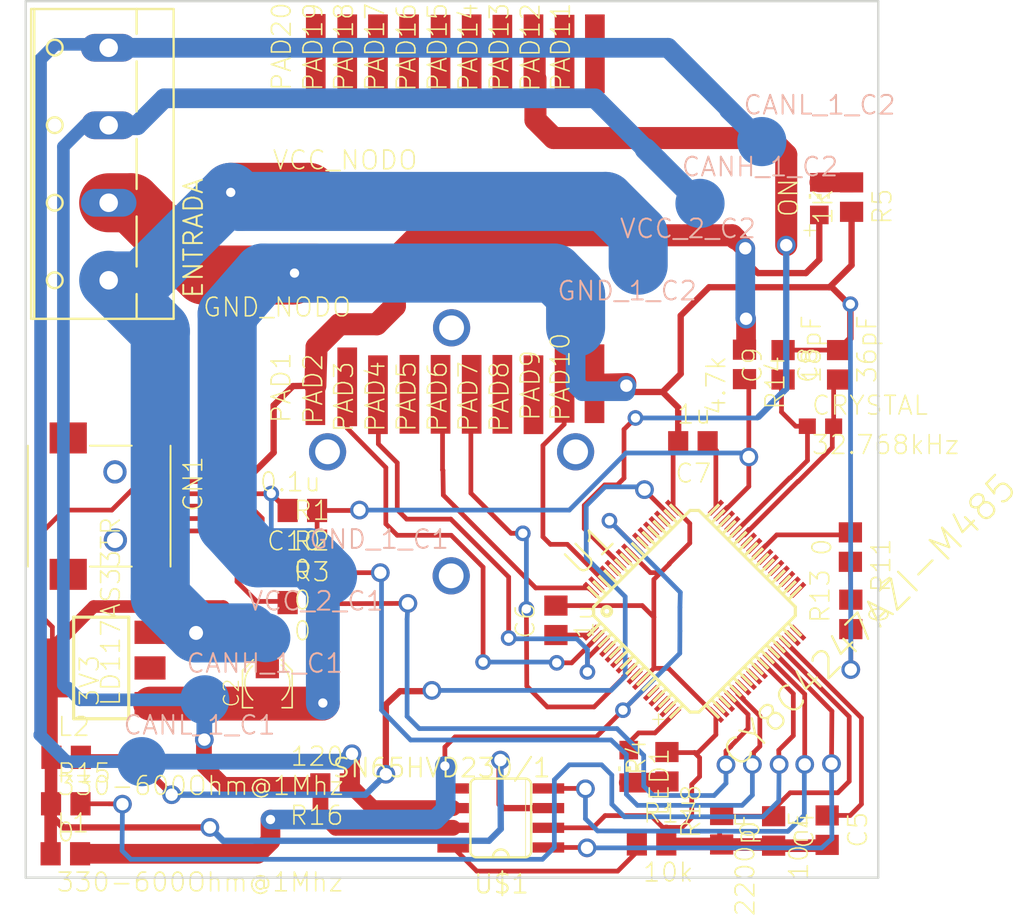
<source format=kicad_pcb>
(kicad_pcb (version 4) (host pcbnew 4.0.6)

  (general
    (links 80)
    (no_connects 0)
    (area 118.9514 76.653661 185.660146 135.91583)
    (thickness 1.6)
    (drawings 24)
    (tracks 531)
    (zones 0)
    (modules 60)
    (nets 39)
  )

  (page A4)
  (layers
    (0 Top signal)
    (31 Bottom signal)
    (32 B.Adhes user)
    (33 F.Adhes user)
    (34 B.Paste user)
    (35 F.Paste user)
    (36 B.SilkS user)
    (37 F.SilkS user)
    (38 B.Mask user)
    (39 F.Mask user)
    (40 Dwgs.User user)
    (41 Cmts.User user)
    (42 Eco1.User user)
    (43 Eco2.User user)
    (44 Edge.Cuts user)
    (45 Margin user)
    (46 B.CrtYd user)
    (47 F.CrtYd user)
    (48 B.Fab user)
    (49 F.Fab user)
  )

  (setup
    (last_trace_width 0.25)
    (trace_clearance 0.2)
    (zone_clearance 0.508)
    (zone_45_only no)
    (trace_min 0.2)
    (segment_width 0.2)
    (edge_width 0.15)
    (via_size 0.6)
    (via_drill 0.4)
    (via_min_size 0.4)
    (via_min_drill 0.3)
    (uvia_size 0.3)
    (uvia_drill 0.1)
    (uvias_allowed no)
    (uvia_min_size 0.2)
    (uvia_min_drill 0.1)
    (pcb_text_width 0.3)
    (pcb_text_size 1.5 1.5)
    (mod_edge_width 0.15)
    (mod_text_size 1 1)
    (mod_text_width 0.15)
    (pad_size 1.524 1.524)
    (pad_drill 0.762)
    (pad_to_mask_clearance 0.2)
    (aux_axis_origin 0 0)
    (visible_elements FFFFFF7F)
    (pcbplotparams
      (layerselection 0x00030_80000001)
      (usegerberextensions false)
      (excludeedgelayer true)
      (linewidth 0.100000)
      (plotframeref false)
      (viasonmask false)
      (mode 1)
      (useauxorigin false)
      (hpglpennumber 1)
      (hpglpenspeed 20)
      (hpglpendiameter 15)
      (hpglpenoverlay 2)
      (psnegative false)
      (psa4output false)
      (plotreference true)
      (plotvalue true)
      (plotinvisibletext false)
      (padsonsilk false)
      (subtractmaskfromsilk false)
      (outputformat 1)
      (mirror false)
      (drillshape 1)
      (scaleselection 1)
      (outputdirectory ""))
  )

  (net 0 "")
  (net 1 N$2)
  (net 2 N$3)
  (net 3 XRES)
  (net 4 SWDCLK)
  (net 5 SWDIO)
  (net 6 CAN_TX)
  (net 7 CAN_RX)
  (net 8 CANL)
  (net 9 N$9)
  (net 10 CANH)
  (net 11 CMOD)
  (net 12 CTANK)
  (net 13 SAR_BY)
  (net 14 GND)
  (net 15 3V3)
  (net 16 VCC_9-12V)
  (net 17 N$1)
  (net 18 N$4)
  (net 19 P0_1)
  (net 20 P0_5)
  (net 21 P0_4)
  (net 22 VDDD)
  (net 23 VDDA)
  (net 24 VDDIO)
  (net 25 VCCD)
  (net 26 UART_TX)
  (net 27 UART_RX)
  (net 28 SCL_S3)
  (net 29 SDA_S3)
  (net 30 SCL_S2)
  (net 31 SDA_S2)
  (net 32 RESET_XBEE)
  (net 33 RX_STRENGTH)
  (net 34 N$6)
  (net 35 SLEEP_XBEE)
  (net 36 N$10)
  (net 37 N$5)
  (net 38 SLEEP_CTRL)

  (net_class Default "Esta es la clase de red por defecto."
    (clearance 0.2)
    (trace_width 0.25)
    (via_dia 0.6)
    (via_drill 0.4)
    (uvia_dia 0.3)
    (uvia_drill 0.1)
    (add_net 3V3)
    (add_net CANH)
    (add_net CANL)
    (add_net CAN_RX)
    (add_net CAN_TX)
    (add_net CMOD)
    (add_net CTANK)
    (add_net GND)
    (add_net N$1)
    (add_net N$10)
    (add_net N$2)
    (add_net N$3)
    (add_net N$4)
    (add_net N$5)
    (add_net N$6)
    (add_net N$9)
    (add_net P0_1)
    (add_net P0_4)
    (add_net P0_5)
    (add_net RESET_XBEE)
    (add_net RX_STRENGTH)
    (add_net SAR_BY)
    (add_net SCL_S2)
    (add_net SCL_S3)
    (add_net SDA_S2)
    (add_net SDA_S3)
    (add_net SLEEP_CTRL)
    (add_net SLEEP_XBEE)
    (add_net SWDCLK)
    (add_net SWDIO)
    (add_net UART_RX)
    (add_net UART_TX)
    (add_net VCCD)
    (add_net VCC_9-12V)
    (add_net VDDA)
    (add_net VDDD)
    (add_net VDDIO)
    (add_net XRES)
  )

  (module C0805 (layer Top) (tedit 0) (tstamp 599D0266)
    (at 169.2529 130.2639 270)
    (descr <b>CAPACITOR</b><p>)
    (fp_text reference C4 (at -1.27 -1.27 270) (layer F.SilkS)
      (effects (font (size 1.2065 1.2065) (thickness 0.1016)) (justify right top))
    )
    (fp_text value 2200pF (at -1.27 2.54 270) (layer F.SilkS)
      (effects (font (size 1.2065 1.2065) (thickness 0.1016)) (justify right top))
    )
    (fp_line (start -0.381 -0.66) (end 0.381 -0.66) (layer Dwgs.User) (width 0.1016))
    (fp_line (start -0.356 0.66) (end 0.381 0.66) (layer Dwgs.User) (width 0.1016))
    (fp_poly (pts (xy -1.0922 0.7239) (xy -0.3421 0.7239) (xy -0.3421 -0.7262) (xy -1.0922 -0.7262)) (layer Dwgs.User) (width 0))
    (fp_poly (pts (xy 0.3556 0.7239) (xy 1.1057 0.7239) (xy 1.1057 -0.7262) (xy 0.3556 -0.7262)) (layer Dwgs.User) (width 0))
    (fp_poly (pts (xy -0.1001 0.4001) (xy 0.1001 0.4001) (xy 0.1001 -0.4001) (xy -0.1001 -0.4001)) (layer F.Adhes) (width 0))
    (pad 1 smd rect (at -0.95 0 270) (size 1.3 1.5) (layers Top F.Paste F.Mask)
      (net 11 CMOD))
    (pad 2 smd rect (at 0.95 0 270) (size 1.3 1.5) (layers Top F.Paste F.Mask)
      (net 14 GND))
  )

  (module C0805 (layer Top) (tedit 0) (tstamp 599D0270)
    (at 172.7073 130.2131 270)
    (descr <b>CAPACITOR</b><p>)
    (fp_text reference C5 (at -1.27 -1.27 270) (layer F.SilkS)
      (effects (font (size 1.2065 1.2065) (thickness 0.1016)) (justify right top))
    )
    (fp_text value 10nF (at -1.27 2.54 270) (layer F.SilkS)
      (effects (font (size 1.2065 1.2065) (thickness 0.1016)) (justify right top))
    )
    (fp_line (start -0.381 -0.66) (end 0.381 -0.66) (layer Dwgs.User) (width 0.1016))
    (fp_line (start -0.356 0.66) (end 0.381 0.66) (layer Dwgs.User) (width 0.1016))
    (fp_poly (pts (xy -1.0922 0.7239) (xy -0.3421 0.7239) (xy -0.3421 -0.7262) (xy -1.0922 -0.7262)) (layer Dwgs.User) (width 0))
    (fp_poly (pts (xy 0.3556 0.7239) (xy 1.1057 0.7239) (xy 1.1057 -0.7262) (xy 0.3556 -0.7262)) (layer Dwgs.User) (width 0))
    (fp_poly (pts (xy -0.1001 0.4001) (xy 0.1001 0.4001) (xy 0.1001 -0.4001) (xy -0.1001 -0.4001)) (layer F.Adhes) (width 0))
    (pad 1 smd rect (at -0.95 0 270) (size 1.3 1.5) (layers Top F.Paste F.Mask)
      (net 12 CTANK))
    (pad 2 smd rect (at 0.95 0 270) (size 1.3 1.5) (layers Top F.Paste F.Mask)
      (net 14 GND))
  )

  (module C0805 (layer Top) (tedit 0) (tstamp 599D027A)
    (at 155.2067 116.6749 90)
    (descr <b>CAPACITOR</b><p>)
    (fp_text reference C6 (at -1.27 -1.27 90) (layer F.SilkS)
      (effects (font (size 1.2065 1.2065) (thickness 0.1016)) (justify left bottom))
    )
    (fp_text value 1u (at -1.27 2.54 90) (layer F.SilkS)
      (effects (font (size 1.2065 1.2065) (thickness 0.1016)) (justify left bottom))
    )
    (fp_line (start -0.381 -0.66) (end 0.381 -0.66) (layer Dwgs.User) (width 0.1016))
    (fp_line (start -0.356 0.66) (end 0.381 0.66) (layer Dwgs.User) (width 0.1016))
    (fp_poly (pts (xy -1.0922 0.7239) (xy -0.3421 0.7239) (xy -0.3421 -0.7262) (xy -1.0922 -0.7262)) (layer Dwgs.User) (width 0))
    (fp_poly (pts (xy 0.3556 0.7239) (xy 1.1057 0.7239) (xy 1.1057 -0.7262) (xy 0.3556 -0.7262)) (layer Dwgs.User) (width 0))
    (fp_poly (pts (xy -0.1001 0.4001) (xy 0.1001 0.4001) (xy 0.1001 -0.4001) (xy -0.1001 -0.4001)) (layer F.Adhes) (width 0))
    (pad 1 smd rect (at -0.95 0 90) (size 1.3 1.5) (layers Top F.Paste F.Mask)
      (net 13 SAR_BY))
    (pad 2 smd rect (at 0.95 0 90) (size 1.3 1.5) (layers Top F.Paste F.Mask)
      (net 14 GND))
  )

  (module USB-MINIB (layer Top) (tedit 0) (tstamp 599D0284)
    (at 125.7427 109.3089 270)
    (descr "Surface Mount USB Mini-B Connector")
    (fp_text reference CN1 (at -3.31 -5.35 270) (layer F.SilkS)
      (effects (font (size 1.2065 1.2065) (thickness 0.1016)) (justify right top))
    )
    (fp_text value "" (at -3.31 6.35 270) (layer F.SilkS)
      (effects (font (size 1.2065 1.2065) (thickness 0.1016)) (justify right top))
    )
    (fp_line (start 3.9 1.24) (end 3.9 -2.86) (layer Dwgs.User) (width 0.127))
    (fp_line (start -2.9591 0.5471) (end -2.7514 3.2985) (layer Dwgs.User) (width 0.1016))
    (fp_arc (start -2.4575 3.27617) (end -2.7514 3.2985) (angle -68.629849) (layer Dwgs.User) (width 0.1016))
    (fp_arc (start -2.25825 2.6269) (end -2.5438 3.558) (angle -34.099487) (layer Dwgs.User) (width 0.1016))
    (fp_arc (start -2.058999 3.27617) (end -1.9727 3.558) (angle -68.629849) (layer Dwgs.User) (width 0.1016))
    (fp_line (start -1.7651 3.2985) (end -1.5055 0.5471) (layer Dwgs.User) (width 0.1016))
    (fp_line (start -1.5055 0.5471) (end -1.7132 0.5471) (layer Dwgs.User) (width 0.1016))
    (fp_line (start -1.7132 0.5471) (end -1.9727 2.9351) (layer Dwgs.User) (width 0.1016))
    (fp_line (start -1.9727 2.9351) (end -2.4919 2.9351) (layer Dwgs.User) (width 0.1016))
    (fp_line (start -2.4919 2.9351) (end -2.7514 0.5471) (layer Dwgs.User) (width 0.1016))
    (fp_line (start -2.7514 0.5471) (end -2.9591 0.5471) (layer Dwgs.User) (width 0.1016))
    (fp_line (start -1.2459 3.2984) (end -1.0383 -0.7508) (layer Dwgs.User) (width 0.1016))
    (fp_arc (start -0.818705 -0.7388) (end -1.0383 -0.7508) (angle 83.771817) (layer Dwgs.User) (width 0.1016))
    (fp_arc (start -1.0383 3.2985) (end -1.2459 3.2985) (angle -90) (layer Dwgs.User) (width 0.1016))
    (fp_arc (start -1.0382 3.2985) (end -1.0382 3.5061) (angle -90) (layer Dwgs.User) (width 0.1016))
    (fp_line (start -0.8306 3.2985) (end -0.623 -0.1278) (layer Dwgs.User) (width 0.1016))
    (fp_line (start 2.9589 0.5471) (end 2.7512 3.2985) (layer Dwgs.User) (width 0.1016))
    (fp_arc (start 2.4573 3.27617) (end 2.7512 3.2985) (angle 68.629849) (layer Dwgs.User) (width 0.1016))
    (fp_arc (start 2.25805 2.6269) (end 2.5436 3.558) (angle 34.099487) (layer Dwgs.User) (width 0.1016))
    (fp_arc (start 2.058799 3.27617) (end 1.9725 3.558) (angle 68.629849) (layer Dwgs.User) (width 0.1016))
    (fp_line (start 1.7649 3.2985) (end 1.5053 0.5471) (layer Dwgs.User) (width 0.1016))
    (fp_line (start 1.5053 0.5471) (end 1.713 0.5471) (layer Dwgs.User) (width 0.1016))
    (fp_line (start 1.713 0.5471) (end 1.9725 2.9351) (layer Dwgs.User) (width 0.1016))
    (fp_line (start 1.9725 2.9351) (end 2.4917 2.9351) (layer Dwgs.User) (width 0.1016))
    (fp_line (start 2.4917 2.9351) (end 2.7512 0.5471) (layer Dwgs.User) (width 0.1016))
    (fp_line (start 2.7512 0.5471) (end 2.9589 0.5471) (layer Dwgs.User) (width 0.1016))
    (fp_line (start 1.2457 3.2984) (end 1.0381 -0.7508) (layer Dwgs.User) (width 0.1016))
    (fp_arc (start 0.818405 -0.738699) (end 1.0381 -0.7508) (angle -83.722654) (layer Dwgs.User) (width 0.1016))
    (fp_line (start 0.8304 -0.9584) (end -0.8307 -0.9584) (layer Dwgs.User) (width 0.1016))
    (fp_arc (start 1.0381 3.2985) (end 1.2457 3.2985) (angle 90) (layer Dwgs.User) (width 0.1016))
    (fp_arc (start 1.038 3.2985) (end 1.038 3.5061) (angle 90) (layer Dwgs.User) (width 0.1016))
    (fp_line (start 0.8304 3.2985) (end 0.6228 -0.1278) (layer Dwgs.User) (width 0.1016))
    (fp_line (start 0.6228 -0.1278) (end -0.6232 -0.1278) (layer Dwgs.User) (width 0.1016))
    (fp_line (start 3.88 -4.2594) (end 5.03 -4.2594) (layer Dwgs.User) (width 0.1016))
    (fp_line (start 5.03 -2.8808) (end 3.88 -2.8808) (layer Dwgs.User) (width 0.1016))
    (fp_line (start -3.9 -4.6) (end 3.9 -4.6) (layer F.SilkS) (width 0.127))
    (fp_arc (start 5.05 -3.6) (end 5.05 -3.3) (angle 180) (layer Dwgs.User) (width 0.1016))
    (fp_line (start 5.05 -4.25) (end 5.05 -3.9) (layer Dwgs.User) (width 0.1016))
    (fp_line (start 5.05 -2.9) (end 5.05 -3.3) (layer Dwgs.User) (width 0.1016))
    (fp_line (start 3.88 1.2806) (end 5.03 1.2806) (layer Dwgs.User) (width 0.1016))
    (fp_line (start 5.03 2.6592) (end 3.88 2.6592) (layer Dwgs.User) (width 0.1016))
    (fp_arc (start 5.05 1.94) (end 5.05 2.24) (angle 180) (layer Dwgs.User) (width 0.1016))
    (fp_line (start 5.05 1.29) (end 5.05 1.64) (layer Dwgs.User) (width 0.1016))
    (fp_line (start 5.05 2.64) (end 5.05 2.24) (layer Dwgs.User) (width 0.1016))
    (fp_line (start -3.91 -2.8606) (end -5.06 -2.8606) (layer Dwgs.User) (width 0.1016))
    (fp_line (start -5.06 -4.2392) (end -3.91 -4.2392) (layer Dwgs.User) (width 0.1016))
    (fp_arc (start -5.08 -3.52) (end -5.08 -3.82) (angle 180) (layer Dwgs.User) (width 0.1016))
    (fp_line (start -5.08 -2.87) (end -5.08 -3.22) (layer Dwgs.User) (width 0.1016))
    (fp_line (start -5.08 -4.22) (end -5.08 -3.82) (layer Dwgs.User) (width 0.1016))
    (fp_line (start -3.91 2.6794) (end -5.06 2.6794) (layer Dwgs.User) (width 0.1016))
    (fp_line (start -5.06 1.3008) (end -3.91 1.3008) (layer Dwgs.User) (width 0.1016))
    (fp_arc (start -5.08 2.02) (end -5.08 1.72) (angle 180) (layer Dwgs.User) (width 0.1016))
    (fp_line (start -5.08 2.67) (end -5.08 2.32) (layer Dwgs.User) (width 0.1016))
    (fp_line (start -5.08 1.32) (end -5.08 1.72) (layer Dwgs.User) (width 0.1016))
    (fp_line (start -3.9 1.29) (end -3.9 -2.81) (layer Dwgs.User) (width 0.127))
    (fp_line (start -3.9 4.6) (end 3.9 4.6) (layer F.SilkS) (width 0.127))
    (fp_line (start -2.75 -4.5) (end -2.75 -3.75) (layer Dwgs.User) (width 0.1016))
    (fp_line (start -2.75 -3.75) (end 2.75 -3.75) (layer Dwgs.User) (width 0.1016))
    (fp_line (start 2.75 -3.75) (end 2.75 -4.5) (layer Dwgs.User) (width 0.1016))
    (fp_line (start -2.25 -3.5) (end -2.25 -2.75) (layer Dwgs.User) (width 0.1016))
    (fp_line (start -2.25 -2.75) (end -3 -2.75) (layer Dwgs.User) (width 0.1016))
    (fp_line (start -3 -2.75) (end -3 -3.5) (layer Dwgs.User) (width 0.1016))
    (fp_line (start -3 -3.5) (end -2.25 -3.5) (layer Dwgs.User) (width 0.1016))
    (fp_line (start 3 -3.5) (end 2.25 -3.5) (layer Dwgs.User) (width 0.1016))
    (fp_line (start 2.25 -3.5) (end 2.25 -2.75) (layer Dwgs.User) (width 0.1016))
    (fp_line (start 2.25 -2.75) (end 3 -2.75) (layer Dwgs.User) (width 0.1016))
    (fp_line (start 3 -2.75) (end 3 -3.5) (layer Dwgs.User) (width 0.1016))
    (fp_line (start -3.9 0.6) (end -3.9 -2.1) (layer F.SilkS) (width 0.127))
    (fp_line (start 3.9 -2.1) (end 3.9 0.6) (layer F.SilkS) (width 0.127))
    (fp_line (start -3.2 -4.6) (end -2.1 -4.6) (layer F.SilkS) (width 0.127))
    (fp_line (start 2.1 -4.6) (end 3.2 -4.6) (layer F.SilkS) (width 0.127))
    (fp_line (start -3.9 4.6) (end -3.9 2.7) (layer Dwgs.User) (width 0.127))
    (fp_line (start 3.9 4.6) (end 3.9 2.7) (layer Dwgs.User) (width 0.127))
    (fp_line (start -3.9 -4.6) (end -3.9 -4.25) (layer Dwgs.User) (width 0.127))
    (fp_line (start 3.9 -4.6) (end 3.9 -4.3) (layer Dwgs.User) (width 0.127))
    (pad GND2 smd rect (at -4.4 -3.5 270) (size 2 2.4) (layers Top F.Paste F.Mask))
    (pad VBUS smd rect (at -1.6 -4.064 90) (size 0.5 2.308) (layers Top F.Paste F.Mask)
      (net 15 3V3))
    (pad D- smd rect (at -0.8 -4.064 90) (size 0.5 2.308) (layers Top F.Paste F.Mask)
      (net 14 GND))
    (pad D+ smd rect (at 0 -4.064 90) (size 0.5 2.308) (layers Top F.Paste F.Mask)
      (net 17 N$1))
    (pad ID smd rect (at 0.8 -4.064 90) (size 0.5 2.308) (layers Top F.Paste F.Mask)
      (net 1 N$2))
    (pad GND smd rect (at 1.6 -4.064 90) (size 0.5 2.308) (layers Top F.Paste F.Mask)
      (net 2 N$3))
    (pad GND1 smd rect (at -4.4 2 270) (size 2 2.4) (layers Top F.Paste F.Mask))
    (pad GND3 smd rect (at 4.4 -3.5 270) (size 2 2.4) (layers Top F.Paste F.Mask))
    (pad GND4 smd rect (at 4.4 2 270) (size 2 2.4) (layers Top F.Paste F.Mask))
    (pad "" np_thru_hole circle (at -2.2 -1 270) (size 1 1) (drill 1) (layers *.Cu))
    (pad "" np_thru_hole circle (at 2.2 -1 270) (size 1 1) (drill 1) (layers *.Cu))
  )

  (module R0805 (layer Top) (tedit 0) (tstamp 599D02DD)
    (at 138.8491 111.5695)
    (descr <b>RESISTOR</b><p>)
    (fp_text reference R1 (at -0.635 -1.27) (layer F.SilkS)
      (effects (font (size 1.2065 1.2065) (thickness 0.1016)) (justify left bottom))
    )
    (fp_text value 0 (at -0.635 2.54) (layer F.SilkS)
      (effects (font (size 1.2065 1.2065) (thickness 0.1016)) (justify left bottom))
    )
    (fp_line (start -0.41 -0.635) (end 0.41 -0.635) (layer Dwgs.User) (width 0.1524))
    (fp_line (start -0.41 0.635) (end 0.41 0.635) (layer Dwgs.User) (width 0.1524))
    (fp_poly (pts (xy 0.4064 0.6985) (xy 1.0564 0.6985) (xy 1.0564 -0.7015) (xy 0.4064 -0.7015)) (layer Dwgs.User) (width 0))
    (fp_poly (pts (xy -1.0668 0.6985) (xy -0.4168 0.6985) (xy -0.4168 -0.7015) (xy -1.0668 -0.7015)) (layer Dwgs.User) (width 0))
    (fp_poly (pts (xy -0.1999 0.5001) (xy 0.1999 0.5001) (xy 0.1999 -0.5001) (xy -0.1999 -0.5001)) (layer F.Adhes) (width 0))
    (pad 1 smd rect (at -0.95 0) (size 1.3 1.5) (layers Top F.Paste F.Mask)
      (net 17 N$1))
    (pad 2 smd rect (at 0.95 0) (size 1.3 1.5) (layers Top F.Paste F.Mask)
      (net 3 XRES))
  )

  (module R0805 (layer Top) (tedit 0) (tstamp 599D02E7)
    (at 140.9573 127.2921 180)
    (descr <b>RESISTOR</b><p>)
    (fp_text reference R16 (at -0.635 -1.27 180) (layer F.SilkS)
      (effects (font (size 1.2065 1.2065) (thickness 0.1016)) (justify right top))
    )
    (fp_text value 120 (at -0.635 2.54 180) (layer F.SilkS)
      (effects (font (size 1.2065 1.2065) (thickness 0.1016)) (justify right top))
    )
    (fp_line (start -0.41 -0.635) (end 0.41 -0.635) (layer Dwgs.User) (width 0.1524))
    (fp_line (start -0.41 0.635) (end 0.41 0.635) (layer Dwgs.User) (width 0.1524))
    (fp_poly (pts (xy 0.4064 0.6985) (xy 1.0564 0.6985) (xy 1.0564 -0.7015) (xy 0.4064 -0.7015)) (layer Dwgs.User) (width 0))
    (fp_poly (pts (xy -1.0668 0.6985) (xy -0.4168 0.6985) (xy -0.4168 -0.7015) (xy -1.0668 -0.7015)) (layer Dwgs.User) (width 0))
    (fp_poly (pts (xy -0.1999 0.5001) (xy 0.1999 0.5001) (xy 0.1999 -0.5001) (xy -0.1999 -0.5001)) (layer F.Adhes) (width 0))
    (pad 1 smd rect (at -0.95 0 180) (size 1.3 1.5) (layers Top F.Paste F.Mask)
      (net 8 CANL))
    (pad 2 smd rect (at 0.95 0 180) (size 1.3 1.5) (layers Top F.Paste F.Mask)
      (net 10 CANH))
  )

  (module R0805 (layer Top) (tedit 0) (tstamp 599D02F1)
    (at 161.3789 131.1021)
    (descr <b>RESISTOR</b><p>)
    (fp_text reference R17 (at -0.635 -1.27) (layer F.SilkS)
      (effects (font (size 1.2065 1.2065) (thickness 0.1016)) (justify left bottom))
    )
    (fp_text value 10k (at -0.635 2.54) (layer F.SilkS)
      (effects (font (size 1.2065 1.2065) (thickness 0.1016)) (justify left bottom))
    )
    (fp_line (start -0.41 -0.635) (end 0.41 -0.635) (layer Dwgs.User) (width 0.1524))
    (fp_line (start -0.41 0.635) (end 0.41 0.635) (layer Dwgs.User) (width 0.1524))
    (fp_poly (pts (xy 0.4064 0.6985) (xy 1.0564 0.6985) (xy 1.0564 -0.7015) (xy 0.4064 -0.7015)) (layer Dwgs.User) (width 0))
    (fp_poly (pts (xy -1.0668 0.6985) (xy -0.4168 0.6985) (xy -0.4168 -0.7015) (xy -1.0668 -0.7015)) (layer Dwgs.User) (width 0))
    (fp_poly (pts (xy -0.1999 0.5001) (xy 0.1999 0.5001) (xy 0.1999 -0.5001) (xy -0.1999 -0.5001)) (layer F.Adhes) (width 0))
    (pad 1 smd rect (at -0.95 0) (size 1.3 1.5) (layers Top F.Paste F.Mask)
      (net 9 N$9))
    (pad 2 smd rect (at 0.95 0) (size 1.3 1.5) (layers Top F.Paste F.Mask)
      (net 14 GND))
  )

  (module R0805 (layer Top) (tedit 0) (tstamp 599D02FB)
    (at 165.9001 130.1877 90)
    (descr <b>RESISTOR</b><p>)
    (fp_text reference R18 (at -0.635 -1.27 90) (layer F.SilkS)
      (effects (font (size 1.2065 1.2065) (thickness 0.1016)) (justify left bottom))
    )
    (fp_text value 0 (at -0.635 2.54 90) (layer F.SilkS)
      (effects (font (size 1.2065 1.2065) (thickness 0.1016)) (justify left bottom))
    )
    (fp_line (start -0.41 -0.635) (end 0.41 -0.635) (layer Dwgs.User) (width 0.1524))
    (fp_line (start -0.41 0.635) (end 0.41 0.635) (layer Dwgs.User) (width 0.1524))
    (fp_poly (pts (xy 0.4064 0.6985) (xy 1.0564 0.6985) (xy 1.0564 -0.7015) (xy 0.4064 -0.7015)) (layer Dwgs.User) (width 0))
    (fp_poly (pts (xy -1.0668 0.6985) (xy -0.4168 0.6985) (xy -0.4168 -0.7015) (xy -1.0668 -0.7015)) (layer Dwgs.User) (width 0))
    (fp_poly (pts (xy -0.1999 0.5001) (xy 0.1999 0.5001) (xy 0.1999 -0.5001) (xy -0.1999 -0.5001)) (layer F.Adhes) (width 0))
    (pad 1 smd rect (at -0.95 0 90) (size 1.3 1.5) (layers Top F.Paste F.Mask)
      (net 14 GND))
    (pad 2 smd rect (at 0.95 0 90) (size 1.3 1.5) (layers Top F.Paste F.Mask)
      (net 11 CMOD))
  )

  (module R0805 (layer Top) (tedit 0) (tstamp 599D0305)
    (at 138.8491 113.5507)
    (descr <b>RESISTOR</b><p>)
    (fp_text reference R2 (at -0.635 -1.27) (layer F.SilkS)
      (effects (font (size 1.2065 1.2065) (thickness 0.1016)) (justify left bottom))
    )
    (fp_text value 0 (at -0.635 2.54) (layer F.SilkS)
      (effects (font (size 1.2065 1.2065) (thickness 0.1016)) (justify left bottom))
    )
    (fp_line (start -0.41 -0.635) (end 0.41 -0.635) (layer Dwgs.User) (width 0.1524))
    (fp_line (start -0.41 0.635) (end 0.41 0.635) (layer Dwgs.User) (width 0.1524))
    (fp_poly (pts (xy 0.4064 0.6985) (xy 1.0564 0.6985) (xy 1.0564 -0.7015) (xy 0.4064 -0.7015)) (layer Dwgs.User) (width 0))
    (fp_poly (pts (xy -1.0668 0.6985) (xy -0.4168 0.6985) (xy -0.4168 -0.7015) (xy -1.0668 -0.7015)) (layer Dwgs.User) (width 0))
    (fp_poly (pts (xy -0.1999 0.5001) (xy 0.1999 0.5001) (xy 0.1999 -0.5001) (xy -0.1999 -0.5001)) (layer F.Adhes) (width 0))
    (pad 1 smd rect (at -0.95 0) (size 1.3 1.5) (layers Top F.Paste F.Mask)
      (net 1 N$2))
    (pad 2 smd rect (at 0.95 0) (size 1.3 1.5) (layers Top F.Paste F.Mask)
      (net 4 SWDCLK))
  )

  (module R0805 (layer Top) (tedit 0) (tstamp 599D030F)
    (at 138.8491 115.5319)
    (descr <b>RESISTOR</b><p>)
    (fp_text reference R3 (at -0.635 -1.27) (layer F.SilkS)
      (effects (font (size 1.2065 1.2065) (thickness 0.1016)) (justify left bottom))
    )
    (fp_text value 0 (at -0.635 2.54) (layer F.SilkS)
      (effects (font (size 1.2065 1.2065) (thickness 0.1016)) (justify left bottom))
    )
    (fp_line (start -0.41 -0.635) (end 0.41 -0.635) (layer Dwgs.User) (width 0.1524))
    (fp_line (start -0.41 0.635) (end 0.41 0.635) (layer Dwgs.User) (width 0.1524))
    (fp_poly (pts (xy 0.4064 0.6985) (xy 1.0564 0.6985) (xy 1.0564 -0.7015) (xy 0.4064 -0.7015)) (layer Dwgs.User) (width 0))
    (fp_poly (pts (xy -1.0668 0.6985) (xy -0.4168 0.6985) (xy -0.4168 -0.7015) (xy -1.0668 -0.7015)) (layer Dwgs.User) (width 0))
    (fp_poly (pts (xy -0.1999 0.5001) (xy 0.1999 0.5001) (xy 0.1999 -0.5001) (xy -0.1999 -0.5001)) (layer F.Adhes) (width 0))
    (pad 1 smd rect (at -0.95 0) (size 1.3 1.5) (layers Top F.Paste F.Mask)
      (net 2 N$3))
    (pad 2 smd rect (at 0.95 0) (size 1.3 1.5) (layers Top F.Paste F.Mask)
      (net 5 SWDIO))
  )

  (module SO8 (layer Top) (tedit 0) (tstamp 599D0319)
    (at 151.6507 129.4257 90)
    (fp_text reference U$1 (at -3.556 1.905 180) (layer F.SilkS)
      (effects (font (size 1.2065 1.2065) (thickness 0.127)) (justify right top))
    )
    (fp_text value SN65HVD230/1 (at 3.937 3.302 180) (layer F.SilkS)
      (effects (font (size 1.2065 1.2065) (thickness 0.127)) (justify right top))
    )
    (fp_line (start 2.159 -1.9558) (end -2.159 -1.9558) (layer F.SilkS) (width 0.1524))
    (fp_arc (start 2.159 1.5748) (end 2.159 1.9558) (angle -90) (layer F.SilkS) (width 0.1524))
    (fp_arc (start -2.159 -1.5748) (end -2.54 -1.5748) (angle 90) (layer F.SilkS) (width 0.1524))
    (fp_arc (start 2.159 -1.5748) (end 2.159 -1.9558) (angle 90) (layer F.SilkS) (width 0.1524))
    (fp_arc (start -2.159 1.5748) (end -2.54 1.5748) (angle -90) (layer F.SilkS) (width 0.1524))
    (fp_line (start -2.159 1.9558) (end 2.159 1.9558) (layer F.SilkS) (width 0.1524))
    (fp_line (start 2.54 1.5748) (end 2.54 -1.5748) (layer F.SilkS) (width 0.1524))
    (fp_line (start -2.54 -1.5748) (end -2.54 1.5748) (layer F.SilkS) (width 0.1524))
    (fp_arc (start -2.54 0) (end -2.54 -0.508) (angle 180) (layer F.SilkS) (width 0.1524))
    (fp_line (start -2.54 1.6002) (end 2.54 1.6002) (layer F.SilkS) (width 0.0508))
    (fp_poly (pts (xy 1.651 -1.9558) (xy 2.159 -1.9558) (xy 2.159 -3.0988) (xy 1.651 -3.0988)) (layer Dwgs.User) (width 0))
    (fp_poly (pts (xy -2.159 3.0988) (xy -1.651 3.0988) (xy -1.651 1.9558) (xy -2.159 1.9558)) (layer Dwgs.User) (width 0))
    (fp_poly (pts (xy -0.889 3.0988) (xy -0.381 3.0988) (xy -0.381 1.9558) (xy -0.889 1.9558)) (layer Dwgs.User) (width 0))
    (fp_poly (pts (xy 0.381 3.0734) (xy 0.889 3.0734) (xy 0.889 1.9304) (xy 0.381 1.9304)) (layer Dwgs.User) (width 0))
    (fp_poly (pts (xy 1.651 3.0988) (xy 2.159 3.0988) (xy 2.159 1.9558) (xy 1.651 1.9558)) (layer Dwgs.User) (width 0))
    (fp_poly (pts (xy 0.381 -1.9558) (xy 0.889 -1.9558) (xy 0.889 -3.0988) (xy 0.381 -3.0988)) (layer Dwgs.User) (width 0))
    (fp_poly (pts (xy -0.889 -1.9558) (xy -0.381 -1.9558) (xy -0.381 -3.0988) (xy -0.889 -3.0988)) (layer Dwgs.User) (width 0))
    (fp_poly (pts (xy -2.159 -1.9558) (xy -1.651 -1.9558) (xy -1.651 -3.0988) (xy -2.159 -3.0988)) (layer Dwgs.User) (width 0))
    (pad 1 smd rect (at -1.905 3.0734 90) (size 0.6604 2.032) (layers Top F.Paste F.Mask)
      (net 6 CAN_TX))
    (pad 8 smd rect (at -1.905 -3.0734 90) (size 0.6604 2.032) (layers Top F.Paste F.Mask)
      (net 9 N$9))
    (pad 2 smd rect (at -0.635 3.0734 90) (size 0.6604 2.032) (layers Top F.Paste F.Mask)
      (net 14 GND))
    (pad 3 smd rect (at 0.635 3.0734 90) (size 0.6604 2.032) (layers Top F.Paste F.Mask)
      (net 15 3V3))
    (pad 7 smd rect (at -0.635 -3.0734 90) (size 0.6604 2.032) (layers Top F.Paste F.Mask)
      (net 10 CANH))
    (pad 6 smd rect (at 0.635 -3.0734 90) (size 0.6604 2.032) (layers Top F.Paste F.Mask)
      (net 8 CANL))
    (pad 4 smd rect (at 1.905 3.0734 90) (size 0.6604 2.032) (layers Top F.Paste F.Mask)
      (net 7 CAN_RX))
    (pad 5 smd rect (at 1.905 -3.0734 90) (size 0.6604 2.032) (layers Top F.Paste F.Mask))
  )

  (module TQFP64-10X10 (layer Top) (tedit 0) (tstamp 599D0336)
    (at 164.1475 116.0907 45)
    (descr "<b>Thin Quad Flat Pack</b><p>\npackage type TQ")
    (fp_text reference U1 (at -3.81 -6.604 45) (layer F.SilkS)
      (effects (font (size 1.6891 1.6891) (thickness 0.14224)) (justify left bottom))
    )
    (fp_text value CY8C4247AZI-M485 (at -5.334 9.3901 45) (layer F.SilkS)
      (effects (font (size 1.6891 1.6891) (thickness 0.14224)) (justify left bottom))
    )
    (fp_line (start -4.8 -4.4) (end -4.4 -4.8) (layer F.SilkS) (width 0.2032))
    (fp_line (start -4.4 -4.8) (end 4.4 -4.8) (layer F.SilkS) (width 0.2032))
    (fp_line (start 4.4 -4.8) (end 4.8 -4.4) (layer F.SilkS) (width 0.2032))
    (fp_line (start 4.8 -4.4) (end 4.8 4.4) (layer F.SilkS) (width 0.2032))
    (fp_line (start 4.8 4.4) (end 4.4 4.8) (layer F.SilkS) (width 0.2032))
    (fp_line (start 4.4 4.8) (end -4.4 4.8) (layer F.SilkS) (width 0.2032))
    (fp_line (start -4.4 4.8) (end -4.8 4.4) (layer F.SilkS) (width 0.2032))
    (fp_line (start -4.8 4.4) (end -4.8 -4.4) (layer F.SilkS) (width 0.2032))
    (fp_circle (center -4 -4) (end -3.7173 -4) (layer F.SilkS) (width 0.254))
    (fp_poly (pts (xy -6 -3.65) (xy -4.8 -3.65) (xy -4.8 -3.85) (xy -6 -3.85)) (layer F.SilkS) (width 0))
    (fp_poly (pts (xy -6 -3.15) (xy -4.8 -3.15) (xy -4.8 -3.35) (xy -6 -3.35)) (layer F.SilkS) (width 0))
    (fp_poly (pts (xy -6 -2.65) (xy -4.8 -2.65) (xy -4.8 -2.85) (xy -6 -2.85)) (layer F.SilkS) (width 0))
    (fp_poly (pts (xy -6 -2.15) (xy -4.8 -2.15) (xy -4.8 -2.35) (xy -6 -2.35)) (layer F.SilkS) (width 0))
    (fp_poly (pts (xy -6 -1.65) (xy -4.8 -1.65) (xy -4.8 -1.85) (xy -6 -1.85)) (layer F.SilkS) (width 0))
    (fp_poly (pts (xy -6 -1.15) (xy -4.8 -1.15) (xy -4.8 -1.35) (xy -6 -1.35)) (layer F.SilkS) (width 0))
    (fp_poly (pts (xy -6 -0.65) (xy -4.8 -0.65) (xy -4.8 -0.85) (xy -6 -0.85)) (layer F.SilkS) (width 0))
    (fp_poly (pts (xy -6 -0.15) (xy -4.8 -0.15) (xy -4.8 -0.35) (xy -6 -0.35)) (layer F.SilkS) (width 0))
    (fp_poly (pts (xy -6 0.35) (xy -4.8 0.35) (xy -4.8 0.15) (xy -6 0.15)) (layer F.SilkS) (width 0))
    (fp_poly (pts (xy -6 0.85) (xy -4.8 0.85) (xy -4.8 0.65) (xy -6 0.65)) (layer F.SilkS) (width 0))
    (fp_poly (pts (xy -6 1.35) (xy -4.8 1.35) (xy -4.8 1.15) (xy -6 1.15)) (layer F.SilkS) (width 0))
    (fp_poly (pts (xy -6 1.85) (xy -4.8 1.85) (xy -4.8 1.65) (xy -6 1.65)) (layer F.SilkS) (width 0))
    (fp_poly (pts (xy -6 2.35) (xy -4.8 2.35) (xy -4.8 2.15) (xy -6 2.15)) (layer F.SilkS) (width 0))
    (fp_poly (pts (xy -6 2.85) (xy -4.8 2.85) (xy -4.8 2.65) (xy -6 2.65)) (layer F.SilkS) (width 0))
    (fp_poly (pts (xy -6 3.35) (xy -4.8 3.35) (xy -4.8 3.15) (xy -6 3.15)) (layer F.SilkS) (width 0))
    (fp_poly (pts (xy -6 3.85) (xy -4.8 3.85) (xy -4.8 3.65) (xy -6 3.65)) (layer F.SilkS) (width 0))
    (fp_poly (pts (xy -3.85 6) (xy -3.65 6) (xy -3.65 4.8) (xy -3.85 4.8)) (layer F.SilkS) (width 0))
    (fp_poly (pts (xy -3.35 6) (xy -3.15 6) (xy -3.15 4.8) (xy -3.35 4.8)) (layer F.SilkS) (width 0))
    (fp_poly (pts (xy -2.85 6) (xy -2.65 6) (xy -2.65 4.8) (xy -2.85 4.8)) (layer F.SilkS) (width 0))
    (fp_poly (pts (xy -2.35 6) (xy -2.15 6) (xy -2.15 4.8) (xy -2.35 4.8)) (layer F.SilkS) (width 0))
    (fp_poly (pts (xy -1.85 6) (xy -1.65 6) (xy -1.65 4.8) (xy -1.85 4.8)) (layer F.SilkS) (width 0))
    (fp_poly (pts (xy -1.35 6) (xy -1.15 6) (xy -1.15 4.8) (xy -1.35 4.8)) (layer F.SilkS) (width 0))
    (fp_poly (pts (xy -0.85 6) (xy -0.65 6) (xy -0.65 4.8) (xy -0.85 4.8)) (layer F.SilkS) (width 0))
    (fp_poly (pts (xy -0.35 6) (xy -0.15 6) (xy -0.15 4.8) (xy -0.35 4.8)) (layer F.SilkS) (width 0))
    (fp_poly (pts (xy 0.15 6) (xy 0.35 6) (xy 0.35 4.8) (xy 0.15 4.8)) (layer F.SilkS) (width 0))
    (fp_poly (pts (xy 0.65 6) (xy 0.85 6) (xy 0.85 4.8) (xy 0.65 4.8)) (layer F.SilkS) (width 0))
    (fp_poly (pts (xy 1.15 6) (xy 1.35 6) (xy 1.35 4.8) (xy 1.15 4.8)) (layer F.SilkS) (width 0))
    (fp_poly (pts (xy 1.65 6) (xy 1.85 6) (xy 1.85 4.8) (xy 1.65 4.8)) (layer F.SilkS) (width 0))
    (fp_poly (pts (xy 2.15 6) (xy 2.35 6) (xy 2.35 4.8) (xy 2.15 4.8)) (layer F.SilkS) (width 0))
    (fp_poly (pts (xy 2.65 6) (xy 2.85 6) (xy 2.85 4.8) (xy 2.65 4.8)) (layer F.SilkS) (width 0))
    (fp_poly (pts (xy 3.15 6) (xy 3.35 6) (xy 3.35 4.8) (xy 3.15 4.8)) (layer F.SilkS) (width 0))
    (fp_poly (pts (xy 3.65 6) (xy 3.85 6) (xy 3.85 4.8) (xy 3.65 4.8)) (layer F.SilkS) (width 0))
    (fp_poly (pts (xy 4.8 3.85) (xy 6 3.85) (xy 6 3.65) (xy 4.8 3.65)) (layer F.SilkS) (width 0))
    (fp_poly (pts (xy 4.8 3.35) (xy 6 3.35) (xy 6 3.15) (xy 4.8 3.15)) (layer F.SilkS) (width 0))
    (fp_poly (pts (xy 4.8 2.85) (xy 6 2.85) (xy 6 2.65) (xy 4.8 2.65)) (layer F.SilkS) (width 0))
    (fp_poly (pts (xy 4.8 2.35) (xy 6 2.35) (xy 6 2.15) (xy 4.8 2.15)) (layer F.SilkS) (width 0))
    (fp_poly (pts (xy 4.8 1.85) (xy 6 1.85) (xy 6 1.65) (xy 4.8 1.65)) (layer F.SilkS) (width 0))
    (fp_poly (pts (xy 4.8 1.35) (xy 6 1.35) (xy 6 1.15) (xy 4.8 1.15)) (layer F.SilkS) (width 0))
    (fp_poly (pts (xy 4.8 0.85) (xy 6 0.85) (xy 6 0.65) (xy 4.8 0.65)) (layer F.SilkS) (width 0))
    (fp_poly (pts (xy 4.8 0.35) (xy 6 0.35) (xy 6 0.15) (xy 4.8 0.15)) (layer F.SilkS) (width 0))
    (fp_poly (pts (xy 4.8 -0.15) (xy 6 -0.15) (xy 6 -0.35) (xy 4.8 -0.35)) (layer F.SilkS) (width 0))
    (fp_poly (pts (xy 4.8 -0.65) (xy 6 -0.65) (xy 6 -0.85) (xy 4.8 -0.85)) (layer F.SilkS) (width 0))
    (fp_poly (pts (xy 4.8 -1.15) (xy 6 -1.15) (xy 6 -1.35) (xy 4.8 -1.35)) (layer F.SilkS) (width 0))
    (fp_poly (pts (xy 4.8 -1.65) (xy 6 -1.65) (xy 6 -1.85) (xy 4.8 -1.85)) (layer F.SilkS) (width 0))
    (fp_poly (pts (xy 4.8 -2.15) (xy 6 -2.15) (xy 6 -2.35) (xy 4.8 -2.35)) (layer F.SilkS) (width 0))
    (fp_poly (pts (xy 4.8 -2.65) (xy 6 -2.65) (xy 6 -2.85) (xy 4.8 -2.85)) (layer F.SilkS) (width 0))
    (fp_poly (pts (xy 4.8 -3.15) (xy 6 -3.15) (xy 6 -3.35) (xy 4.8 -3.35)) (layer F.SilkS) (width 0))
    (fp_poly (pts (xy 4.8 -3.65) (xy 6 -3.65) (xy 6 -3.85) (xy 4.8 -3.85)) (layer F.SilkS) (width 0))
    (fp_poly (pts (xy 3.65 -4.8) (xy 3.85 -4.8) (xy 3.85 -6) (xy 3.65 -6)) (layer F.SilkS) (width 0))
    (fp_poly (pts (xy 3.15 -4.8) (xy 3.35 -4.8) (xy 3.35 -6) (xy 3.15 -6)) (layer F.SilkS) (width 0))
    (fp_poly (pts (xy 2.65 -4.8) (xy 2.85 -4.8) (xy 2.85 -6) (xy 2.65 -6)) (layer F.SilkS) (width 0))
    (fp_poly (pts (xy 2.15 -4.8) (xy 2.35 -4.8) (xy 2.35 -6) (xy 2.15 -6)) (layer F.SilkS) (width 0))
    (fp_poly (pts (xy 1.65 -4.8) (xy 1.85 -4.8) (xy 1.85 -6) (xy 1.65 -6)) (layer F.SilkS) (width 0))
    (fp_poly (pts (xy 1.15 -4.8) (xy 1.35 -4.8) (xy 1.35 -6) (xy 1.15 -6)) (layer F.SilkS) (width 0))
    (fp_poly (pts (xy 0.65 -4.8) (xy 0.85 -4.8) (xy 0.85 -6) (xy 0.65 -6)) (layer F.SilkS) (width 0))
    (fp_poly (pts (xy 0.15 -4.8) (xy 0.35 -4.8) (xy 0.35 -6) (xy 0.15 -6)) (layer F.SilkS) (width 0))
    (fp_poly (pts (xy -0.35 -4.8) (xy -0.15 -4.8) (xy -0.15 -6) (xy -0.35 -6)) (layer F.SilkS) (width 0))
    (fp_poly (pts (xy -0.85 -4.8) (xy -0.65 -4.8) (xy -0.65 -6) (xy -0.85 -6)) (layer F.SilkS) (width 0))
    (fp_poly (pts (xy -1.35 -4.8) (xy -1.15 -4.8) (xy -1.15 -6) (xy -1.35 -6)) (layer F.SilkS) (width 0))
    (fp_poly (pts (xy -1.85 -4.8) (xy -1.65 -4.8) (xy -1.65 -6) (xy -1.85 -6)) (layer F.SilkS) (width 0))
    (fp_poly (pts (xy -2.35 -4.8) (xy -2.15 -4.8) (xy -2.15 -6) (xy -2.35 -6)) (layer F.SilkS) (width 0))
    (fp_poly (pts (xy -2.85 -4.8) (xy -2.65 -4.8) (xy -2.65 -6) (xy -2.85 -6)) (layer F.SilkS) (width 0))
    (fp_poly (pts (xy -3.35 -4.8) (xy -3.15 -4.8) (xy -3.15 -6) (xy -3.35 -6)) (layer F.SilkS) (width 0))
    (fp_poly (pts (xy -3.85 -4.8) (xy -3.65 -4.8) (xy -3.65 -6) (xy -3.85 -6)) (layer F.SilkS) (width 0))
    (pad 1 smd rect (at -5.7 -3.75 45) (size 1.2 0.3) (layers Top F.Paste F.Mask)
      (net 13 SAR_BY))
    (pad 2 smd rect (at -5.7 -3.25 45) (size 1.2 0.3) (layers Top F.Paste F.Mask)
      (net 26 UART_TX))
    (pad 3 smd rect (at -5.7 -2.75 45) (size 1.2 0.3) (layers Top F.Paste F.Mask)
      (net 27 UART_RX))
    (pad 4 smd rect (at -5.7 -2.25 45) (size 1.2 0.3) (layers Top F.Paste F.Mask))
    (pad 5 smd rect (at -5.7 -1.75 45) (size 1.2 0.3) (layers Top F.Paste F.Mask))
    (pad 6 smd rect (at -5.7 -1.25 45) (size 1.2 0.3) (layers Top F.Paste F.Mask))
    (pad 7 smd rect (at -5.7 -0.75 45) (size 1.2 0.3) (layers Top F.Paste F.Mask))
    (pad 8 smd rect (at -5.7 -0.25 45) (size 1.2 0.3) (layers Top F.Paste F.Mask)
      (net 33 RX_STRENGTH))
    (pad 9 smd rect (at -5.7 0.25 45) (size 1.2 0.3) (layers Top F.Paste F.Mask))
    (pad 10 smd rect (at -5.7 0.75 45) (size 1.2 0.3) (layers Top F.Paste F.Mask)
      (net 14 GND))
    (pad 11 smd rect (at -5.7 1.25 45) (size 1.2 0.3) (layers Top F.Paste F.Mask)
      (net 23 VDDA))
    (pad 12 smd rect (at -5.7 1.75 45) (size 1.2 0.3) (layers Top F.Paste F.Mask)
      (net 28 SCL_S3))
    (pad 13 smd rect (at -5.7 2.25 45) (size 1.2 0.3) (layers Top F.Paste F.Mask)
      (net 29 SDA_S3))
    (pad 14 smd rect (at -5.7 2.75 45) (size 1.2 0.3) (layers Top F.Paste F.Mask))
    (pad 15 smd rect (at -5.7 3.25 45) (size 1.2 0.3) (layers Top F.Paste F.Mask))
    (pad 16 smd rect (at -5.7 3.75 45) (size 1.2 0.3) (layers Top F.Paste F.Mask)
      (net 37 N$5))
    (pad 17 smd rect (at -3.75 5.7 45) (size 0.3 1.2) (layers Top F.Paste F.Mask)
      (net 14 GND))
    (pad 18 smd rect (at -3.25 5.7 45) (size 0.3 1.2) (layers Top F.Paste F.Mask))
    (pad 19 smd rect (at -2.75 5.7 45) (size 0.3 1.2) (layers Top F.Paste F.Mask))
    (pad 20 smd rect (at -2.25 5.7 45) (size 0.3 1.2) (layers Top F.Paste F.Mask)
      (net 5 SWDIO))
    (pad 21 smd rect (at -1.75 5.7 45) (size 0.3 1.2) (layers Top F.Paste F.Mask)
      (net 4 SWDCLK))
    (pad 22 smd rect (at -1.25 5.7 45) (size 0.3 1.2) (layers Top F.Paste F.Mask))
    (pad 23 smd rect (at -0.75 5.7 45) (size 0.3 1.2) (layers Top F.Paste F.Mask))
    (pad 24 smd rect (at -0.25 5.7 45) (size 0.3 1.2) (layers Top F.Paste F.Mask))
    (pad 25 smd rect (at 0.25 5.7 45) (size 0.3 1.2) (layers Top F.Paste F.Mask))
    (pad 26 smd rect (at 0.75 5.7 45) (size 0.3 1.2) (layers Top F.Paste F.Mask)
      (net 24 VDDIO))
    (pad 27 smd rect (at 1.25 5.7 45) (size 0.3 1.2) (layers Top F.Paste F.Mask)
      (net 7 CAN_RX))
    (pad 28 smd rect (at 1.75 5.7 45) (size 0.3 1.2) (layers Top F.Paste F.Mask)
      (net 6 CAN_TX))
    (pad 29 smd rect (at 2.25 5.7 45) (size 0.3 1.2) (layers Top F.Paste F.Mask)
      (net 11 CMOD))
    (pad 30 smd rect (at 2.75 5.7 45) (size 0.3 1.2) (layers Top F.Paste F.Mask)
      (net 12 CTANK))
    (pad 31 smd rect (at 3.25 5.7 45) (size 0.3 1.2) (layers Top F.Paste F.Mask))
    (pad 32 smd rect (at 3.75 5.7 45) (size 0.3 1.2) (layers Top F.Paste F.Mask))
    (pad 33 smd rect (at 5.7 3.75 45) (size 1.2 0.3) (layers Top F.Paste F.Mask))
    (pad 34 smd rect (at 5.7 3.25 45) (size 1.2 0.3) (layers Top F.Paste F.Mask))
    (pad 35 smd rect (at 5.7 2.75 45) (size 1.2 0.3) (layers Top F.Paste F.Mask))
    (pad 36 smd rect (at 5.7 2.25 45) (size 1.2 0.3) (layers Top F.Paste F.Mask))
    (pad 37 smd rect (at 5.7 1.75 45) (size 1.2 0.3) (layers Top F.Paste F.Mask))
    (pad 38 smd rect (at 5.7 1.25 45) (size 1.2 0.3) (layers Top F.Paste F.Mask))
    (pad 39 smd rect (at 5.7 0.75 45) (size 1.2 0.3) (layers Top F.Paste F.Mask))
    (pad 40 smd rect (at 5.7 0.25 45) (size 1.2 0.3) (layers Top F.Paste F.Mask)
      (net 19 P0_1))
    (pad 41 smd rect (at 5.7 -0.25 45) (size 1.2 0.3) (layers Top F.Paste F.Mask))
    (pad 42 smd rect (at 5.7 -0.75 45) (size 1.2 0.3) (layers Top F.Paste F.Mask))
    (pad 43 smd rect (at 5.7 -1.25 45) (size 1.2 0.3) (layers Top F.Paste F.Mask)
      (net 21 P0_4))
    (pad 44 smd rect (at 5.7 -1.75 45) (size 1.2 0.3) (layers Top F.Paste F.Mask)
      (net 20 P0_5))
    (pad 45 smd rect (at 5.7 -2.25 45) (size 1.2 0.3) (layers Top F.Paste F.Mask))
    (pad 46 smd rect (at 5.7 -2.75 45) (size 1.2 0.3) (layers Top F.Paste F.Mask))
    (pad 47 smd rect (at 5.7 -3.25 45) (size 1.2 0.3) (layers Top F.Paste F.Mask)
      (net 3 XRES))
    (pad 48 smd rect (at 5.7 -3.75 45) (size 1.2 0.3) (layers Top F.Paste F.Mask)
      (net 25 VCCD))
    (pad 49 smd rect (at 3.75 -5.7 45) (size 0.3 1.2) (layers Top F.Paste F.Mask)
      (net 14 GND))
    (pad 50 smd rect (at 3.25 -5.7 45) (size 0.3 1.2) (layers Top F.Paste F.Mask)
      (net 22 VDDD))
    (pad 51 smd rect (at 2.75 -5.7 45) (size 0.3 1.2) (layers Top F.Paste F.Mask)
      (net 30 SCL_S2))
    (pad 52 smd rect (at 2.25 -5.7 45) (size 0.3 1.2) (layers Top F.Paste F.Mask)
      (net 31 SDA_S2))
    (pad 53 smd rect (at 1.75 -5.7 45) (size 0.3 1.2) (layers Top F.Paste F.Mask))
    (pad 54 smd rect (at 1.25 -5.7 45) (size 0.3 1.2) (layers Top F.Paste F.Mask))
    (pad 55 smd rect (at 0.75 -5.7 45) (size 0.3 1.2) (layers Top F.Paste F.Mask))
    (pad 56 smd rect (at 0.25 -5.7 45) (size 0.3 1.2) (layers Top F.Paste F.Mask)
      (net 23 VDDA))
    (pad 57 smd rect (at -0.25 -5.7 45) (size 0.3 1.2) (layers Top F.Paste F.Mask)
      (net 14 GND))
    (pad 58 smd rect (at -0.75 -5.7 45) (size 0.3 1.2) (layers Top F.Paste F.Mask))
    (pad 59 smd rect (at -1.25 -5.7 45) (size 0.3 1.2) (layers Top F.Paste F.Mask)
      (net 35 SLEEP_XBEE))
    (pad 60 smd rect (at -1.75 -5.7 45) (size 0.3 1.2) (layers Top F.Paste F.Mask))
    (pad 61 smd rect (at -2.25 -5.7 45) (size 0.3 1.2) (layers Top F.Paste F.Mask))
    (pad 62 smd rect (at -2.75 -5.7 45) (size 0.3 1.2) (layers Top F.Paste F.Mask)
      (net 38 SLEEP_CTRL))
    (pad 63 smd rect (at -3.25 -5.7 45) (size 0.3 1.2) (layers Top F.Paste F.Mask))
    (pad 64 smd rect (at -3.75 -5.7 45) (size 0.3 1.2) (layers Top F.Paste F.Mask)
      (net 32 RESET_XBEE))
  )

  (module B2,54 (layer Top) (tedit 0) (tstamp 599D03C2)
    (at 136.4869 117.7925)
    (descr "<b>TEST PAD</b>")
    (fp_text reference VCC_2_C1 (at -1.27 -1.651) (layer B.SilkS)
      (effects (font (size 1.2065 1.2065) (thickness 0.127)) (justify left bottom))
    )
    (fp_text value TPB2,54 (at -1.27 1.397) (layer F.SilkS)
      (effects (font (size 0.02413 0.02413) (thickness 0.002032)) (justify left bottom))
    )
    (fp_circle (center 0 0) (end 0.635 0) (layer Cmts.User) (width 0.254))
    (fp_text user >TP_SIGNAL_NAME (at -1.27 3.175) (layer Cmts.User)
      (effects (font (size 0.95 0.95) (thickness 0.08)) (justify left bottom))
    )
    (pad TP smd circle (at 0 0 180) (size 2.54 2.54) (layers Bottom B.Paste B.Mask)
      (net 16 VCC_9-12V))
    (pad P$1 smd circle (at 0 0 90) (size 3.175 3.175) (layers Bottom B.Paste B.Mask))
  )

  (module B2,54 (layer Top) (tedit 0) (tstamp 599D03C9)
    (at 140.4747 113.8047)
    (descr "<b>TEST PAD</b>")
    (fp_text reference GND_1_C1 (at -1.27 -1.651) (layer B.SilkS)
      (effects (font (size 1.2065 1.2065) (thickness 0.127)) (justify left bottom))
    )
    (fp_text value TPB2,54 (at -1.27 1.397) (layer F.SilkS)
      (effects (font (size 0.02413 0.02413) (thickness 0.002032)) (justify left bottom))
    )
    (fp_circle (center 0 0) (end 0.635 0) (layer Cmts.User) (width 0.254))
    (fp_text user >TP_SIGNAL_NAME (at -1.27 3.175) (layer Cmts.User)
      (effects (font (size 0.95 0.95) (thickness 0.08)) (justify left bottom))
    )
    (pad TP smd circle (at 0 0 180) (size 2.54 2.54) (layers Bottom B.Paste B.Mask)
      (net 14 GND))
    (pad P$1 smd circle (at 0 0 90) (size 3.175 3.175) (layers Bottom B.Paste B.Mask))
  )

  (module B2,54 (layer Top) (tedit 0) (tstamp 599D03D0)
    (at 128.4859 125.7935)
    (descr "<b>TEST PAD</b>")
    (fp_text reference CANL_1_C1 (at -1.27 -1.651) (layer B.SilkS)
      (effects (font (size 1.2065 1.2065) (thickness 0.127)) (justify left bottom))
    )
    (fp_text value TPB2,54 (at -1.27 1.397) (layer F.SilkS)
      (effects (font (size 0.02413 0.02413) (thickness 0.002032)) (justify left bottom))
    )
    (fp_circle (center 0 0) (end 0.635 0) (layer Cmts.User) (width 0.254))
    (fp_text user >TP_SIGNAL_NAME (at -1.27 3.175) (layer Cmts.User)
      (effects (font (size 0.95 0.95) (thickness 0.08)) (justify left bottom))
    )
    (pad TP smd circle (at 0 0 180) (size 2.54 2.54) (layers Bottom B.Paste B.Mask)
      (net 8 CANL))
    (pad P$1 smd circle (at 0 0 90) (size 3.175 3.175) (layers Bottom B.Paste B.Mask))
  )

  (module B2,54 (layer Top) (tedit 0) (tstamp 599D03D7)
    (at 132.5499 121.8057)
    (descr "<b>TEST PAD</b>")
    (fp_text reference CANH_1_C1 (at -1.27 -1.651) (layer B.SilkS)
      (effects (font (size 1.2065 1.2065) (thickness 0.127)) (justify left bottom))
    )
    (fp_text value TPB2,54 (at -1.27 1.397) (layer F.SilkS)
      (effects (font (size 0.02413 0.02413) (thickness 0.002032)) (justify left bottom))
    )
    (fp_circle (center 0 0) (end 0.635 0) (layer Cmts.User) (width 0.254))
    (fp_text user >TP_SIGNAL_NAME (at -1.27 3.175) (layer Cmts.User)
      (effects (font (size 0.95 0.95) (thickness 0.08)) (justify left bottom))
    )
    (pad TP smd circle (at 0 0 180) (size 2.54 2.54) (layers Bottom B.Paste B.Mask)
      (net 10 CANH))
    (pad P$1 smd circle (at 0 0 90) (size 3.175 3.175) (layers Bottom B.Paste B.Mask))
  )

  (module R0805 (layer Top) (tedit 0) (tstamp 599D03DE)
    (at 174.2059 111.9505 270)
    (descr <b>RESISTOR</b><p>)
    (fp_text reference R11 (at -0.635 -1.27 270) (layer F.SilkS)
      (effects (font (size 1.2065 1.2065) (thickness 0.1016)) (justify right top))
    )
    (fp_text value 0 (at -0.635 2.54 270) (layer F.SilkS)
      (effects (font (size 1.2065 1.2065) (thickness 0.1016)) (justify right top))
    )
    (fp_line (start -0.41 -0.635) (end 0.41 -0.635) (layer Dwgs.User) (width 0.1524))
    (fp_line (start -0.41 0.635) (end 0.41 0.635) (layer Dwgs.User) (width 0.1524))
    (fp_poly (pts (xy 0.4064 0.6985) (xy 1.0564 0.6985) (xy 1.0564 -0.7015) (xy 0.4064 -0.7015)) (layer Dwgs.User) (width 0))
    (fp_poly (pts (xy -1.0668 0.6985) (xy -0.4168 0.6985) (xy -0.4168 -0.7015) (xy -1.0668 -0.7015)) (layer Dwgs.User) (width 0))
    (fp_poly (pts (xy -0.1999 0.5001) (xy 0.1999 0.5001) (xy 0.1999 -0.5001) (xy -0.1999 -0.5001)) (layer F.Adhes) (width 0))
    (pad 1 smd rect (at -0.95 0 270) (size 1.3 1.5) (layers Top F.Paste F.Mask)
      (net 19 P0_1))
    (pad 2 smd rect (at 0.95 0 270) (size 1.3 1.5) (layers Top F.Paste F.Mask)
      (net 18 N$4))
  )

  (module R0805 (layer Top) (tedit 0) (tstamp 599D03E8)
    (at 174.2313 116.2939 90)
    (descr <b>RESISTOR</b><p>)
    (fp_text reference R13 (at -0.635 -1.27 90) (layer F.SilkS)
      (effects (font (size 1.2065 1.2065) (thickness 0.1016)) (justify left bottom))
    )
    (fp_text value 0 (at -0.635 2.54 90) (layer F.SilkS)
      (effects (font (size 1.2065 1.2065) (thickness 0.1016)) (justify left bottom))
    )
    (fp_line (start -0.41 -0.635) (end 0.41 -0.635) (layer Dwgs.User) (width 0.1524))
    (fp_line (start -0.41 0.635) (end 0.41 0.635) (layer Dwgs.User) (width 0.1524))
    (fp_poly (pts (xy 0.4064 0.6985) (xy 1.0564 0.6985) (xy 1.0564 -0.7015) (xy 0.4064 -0.7015)) (layer Dwgs.User) (width 0))
    (fp_poly (pts (xy -1.0668 0.6985) (xy -0.4168 0.6985) (xy -0.4168 -0.7015) (xy -1.0668 -0.7015)) (layer Dwgs.User) (width 0))
    (fp_poly (pts (xy -0.1999 0.5001) (xy 0.1999 0.5001) (xy 0.1999 -0.5001) (xy -0.1999 -0.5001)) (layer F.Adhes) (width 0))
    (pad 1 smd rect (at -0.95 0 90) (size 1.3 1.5) (layers Top F.Paste F.Mask)
      (net 14 GND))
    (pad 2 smd rect (at 0.95 0 90) (size 1.3 1.5) (layers Top F.Paste F.Mask)
      (net 18 N$4))
  )

  (module C0603 (layer Top) (tedit 0) (tstamp 599D03F2)
    (at 172.2755 104.1527)
    (descr <b>CAPACITOR</b>)
    (fp_text reference CRYSTAL (at -0.635 -0.635) (layer F.SilkS)
      (effects (font (size 1.2065 1.2065) (thickness 0.1016)) (justify left bottom))
    )
    (fp_text value 32.768kHz (at -0.635 1.905) (layer F.SilkS)
      (effects (font (size 1.2065 1.2065) (thickness 0.1016)) (justify left bottom))
    )
    (fp_line (start -0.356 -0.432) (end 0.356 -0.432) (layer Dwgs.User) (width 0.1016))
    (fp_line (start -0.356 0.419) (end 0.356 0.419) (layer Dwgs.User) (width 0.1016))
    (fp_poly (pts (xy -0.8382 0.4699) (xy -0.3381 0.4699) (xy -0.3381 -0.4801) (xy -0.8382 -0.4801)) (layer Dwgs.User) (width 0))
    (fp_poly (pts (xy 0.3302 0.4699) (xy 0.8303 0.4699) (xy 0.8303 -0.4801) (xy 0.3302 -0.4801)) (layer Dwgs.User) (width 0))
    (fp_poly (pts (xy -0.1999 0.3) (xy 0.1999 0.3) (xy 0.1999 -0.3) (xy -0.1999 -0.3)) (layer F.Adhes) (width 0))
    (pad 1 smd rect (at -0.85 0) (size 1.1 1) (layers Top F.Paste F.Mask)
      (net 20 P0_5))
    (pad 2 smd rect (at 0.85 0) (size 1.1 1) (layers Top F.Paste F.Mask)
      (net 21 P0_4))
  )

  (module C0805 (layer Top) (tedit 0) (tstamp 599D03FC)
    (at 173.4439 100.1903 90)
    (descr <b>CAPACITOR</b><p>)
    (fp_text reference C8 (at -1.27 -1.27 90) (layer F.SilkS)
      (effects (font (size 1.2065 1.2065) (thickness 0.1016)) (justify left bottom))
    )
    (fp_text value 36pF (at -1.27 2.54 90) (layer F.SilkS)
      (effects (font (size 1.2065 1.2065) (thickness 0.1016)) (justify left bottom))
    )
    (fp_line (start -0.381 -0.66) (end 0.381 -0.66) (layer Dwgs.User) (width 0.1016))
    (fp_line (start -0.356 0.66) (end 0.381 0.66) (layer Dwgs.User) (width 0.1016))
    (fp_poly (pts (xy -1.0922 0.7239) (xy -0.3421 0.7239) (xy -0.3421 -0.7262) (xy -1.0922 -0.7262)) (layer Dwgs.User) (width 0))
    (fp_poly (pts (xy 0.3556 0.7239) (xy 1.1057 0.7239) (xy 1.1057 -0.7262) (xy 0.3556 -0.7262)) (layer Dwgs.User) (width 0))
    (fp_poly (pts (xy -0.1001 0.4001) (xy 0.1001 0.4001) (xy 0.1001 -0.4001) (xy -0.1001 -0.4001)) (layer F.Adhes) (width 0))
    (pad 1 smd rect (at -0.95 0 90) (size 1.3 1.5) (layers Top F.Paste F.Mask)
      (net 21 P0_4))
    (pad 2 smd rect (at 0.95 0 90) (size 1.3 1.5) (layers Top F.Paste F.Mask)
      (net 14 GND))
  )

  (module C0805 (layer Top) (tedit 0) (tstamp 599D0406)
    (at 169.8625 100.1903 90)
    (descr <b>CAPACITOR</b><p>)
    (fp_text reference C9 (at -1.27 -1.27 90) (layer F.SilkS)
      (effects (font (size 1.2065 1.2065) (thickness 0.1016)) (justify left bottom))
    )
    (fp_text value 18pF (at -1.27 2.54 90) (layer F.SilkS)
      (effects (font (size 1.2065 1.2065) (thickness 0.1016)) (justify left bottom))
    )
    (fp_line (start -0.381 -0.66) (end 0.381 -0.66) (layer Dwgs.User) (width 0.1016))
    (fp_line (start -0.356 0.66) (end 0.381 0.66) (layer Dwgs.User) (width 0.1016))
    (fp_poly (pts (xy -1.0922 0.7239) (xy -0.3421 0.7239) (xy -0.3421 -0.7262) (xy -1.0922 -0.7262)) (layer Dwgs.User) (width 0))
    (fp_poly (pts (xy 0.3556 0.7239) (xy 1.1057 0.7239) (xy 1.1057 -0.7262) (xy 0.3556 -0.7262)) (layer Dwgs.User) (width 0))
    (fp_poly (pts (xy -0.1001 0.4001) (xy 0.1001 0.4001) (xy 0.1001 -0.4001) (xy -0.1001 -0.4001)) (layer F.Adhes) (width 0))
    (pad 1 smd rect (at -0.95 0 90) (size 1.3 1.5) (layers Top F.Paste F.Mask)
      (net 20 P0_5))
    (pad 2 smd rect (at 0.95 0 90) (size 1.3 1.5) (layers Top F.Paste F.Mask)
      (net 14 GND))
  )

  (module C0805 (layer Top) (tedit 0) (tstamp 599D0410)
    (at 164.0459 105.2195 180)
    (descr <b>CAPACITOR</b><p>)
    (fp_text reference C7 (at -1.27 -1.27 180) (layer F.SilkS)
      (effects (font (size 1.2065 1.2065) (thickness 0.1016)) (justify right top))
    )
    (fp_text value 1u (at -1.27 2.54 180) (layer F.SilkS)
      (effects (font (size 1.2065 1.2065) (thickness 0.1016)) (justify right top))
    )
    (fp_line (start -0.381 -0.66) (end 0.381 -0.66) (layer Dwgs.User) (width 0.1016))
    (fp_line (start -0.356 0.66) (end 0.381 0.66) (layer Dwgs.User) (width 0.1016))
    (fp_poly (pts (xy -1.0922 0.7239) (xy -0.3421 0.7239) (xy -0.3421 -0.7262) (xy -1.0922 -0.7262)) (layer Dwgs.User) (width 0))
    (fp_poly (pts (xy 0.3556 0.7239) (xy 1.1057 0.7239) (xy 1.1057 -0.7262) (xy 0.3556 -0.7262)) (layer Dwgs.User) (width 0))
    (fp_poly (pts (xy -0.1001 0.4001) (xy 0.1001 0.4001) (xy 0.1001 -0.4001) (xy -0.1001 -0.4001)) (layer F.Adhes) (width 0))
    (pad 1 smd rect (at -0.95 0 180) (size 1.3 1.5) (layers Top F.Paste F.Mask)
      (net 25 VCCD))
    (pad 2 smd rect (at 0.95 0 180) (size 1.3 1.5) (layers Top F.Paste F.Mask)
      (net 14 GND))
  )

  (module R0805 (layer Top) (tedit 0) (tstamp 599D041A)
    (at 167.3733 100.1649 270)
    (descr <b>RESISTOR</b><p>)
    (fp_text reference R14 (at -0.635 -1.27 270) (layer F.SilkS)
      (effects (font (size 1.2065 1.2065) (thickness 0.1016)) (justify right top))
    )
    (fp_text value 4.7k (at -0.635 2.54 270) (layer F.SilkS)
      (effects (font (size 1.2065 1.2065) (thickness 0.1016)) (justify right top))
    )
    (fp_line (start -0.41 -0.635) (end 0.41 -0.635) (layer Dwgs.User) (width 0.1524))
    (fp_line (start -0.41 0.635) (end 0.41 0.635) (layer Dwgs.User) (width 0.1524))
    (fp_poly (pts (xy 0.4064 0.6985) (xy 1.0564 0.6985) (xy 1.0564 -0.7015) (xy 0.4064 -0.7015)) (layer Dwgs.User) (width 0))
    (fp_poly (pts (xy -1.0668 0.6985) (xy -0.4168 0.6985) (xy -0.4168 -0.7015) (xy -1.0668 -0.7015)) (layer Dwgs.User) (width 0))
    (fp_poly (pts (xy -0.1999 0.5001) (xy 0.1999 0.5001) (xy 0.1999 -0.5001) (xy -0.1999 -0.5001)) (layer F.Adhes) (width 0))
    (pad 1 smd rect (at -0.95 0 270) (size 1.3 1.5) (layers Top F.Paste F.Mask)
      (net 15 3V3))
    (pad 2 smd rect (at 0.95 0 270) (size 1.3 1.5) (layers Top F.Paste F.Mask)
      (net 3 XRES))
  )

  (module C0805 (layer Top) (tedit 0) (tstamp 599D0424)
    (at 138.8491 109.5883 180)
    (descr <b>CAPACITOR</b><p>)
    (fp_text reference C10 (at -1.27 -1.27 180) (layer F.SilkS)
      (effects (font (size 1.2065 1.2065) (thickness 0.1016)) (justify right top))
    )
    (fp_text value 0.1u (at -1.27 2.54 180) (layer F.SilkS)
      (effects (font (size 1.2065 1.2065) (thickness 0.1016)) (justify right top))
    )
    (fp_line (start -0.381 -0.66) (end 0.381 -0.66) (layer Dwgs.User) (width 0.1016))
    (fp_line (start -0.356 0.66) (end 0.381 0.66) (layer Dwgs.User) (width 0.1016))
    (fp_poly (pts (xy -1.0922 0.7239) (xy -0.3421 0.7239) (xy -0.3421 -0.7262) (xy -1.0922 -0.7262)) (layer Dwgs.User) (width 0))
    (fp_poly (pts (xy 0.3556 0.7239) (xy 1.1057 0.7239) (xy 1.1057 -0.7262) (xy 0.3556 -0.7262)) (layer Dwgs.User) (width 0))
    (fp_poly (pts (xy -0.1001 0.4001) (xy 0.1001 0.4001) (xy 0.1001 -0.4001) (xy -0.1001 -0.4001)) (layer F.Adhes) (width 0))
    (pad 1 smd rect (at -0.95 0 180) (size 1.3 1.5) (layers Top F.Paste F.Mask)
      (net 3 XRES))
    (pad 2 smd rect (at 0.95 0 180) (size 1.3 1.5) (layers Top F.Paste F.Mask)
      (net 14 GND))
  )

  (module R0805 (layer Top) (tedit 0) (tstamp 599D042E)
    (at 123.5583 131.7371)
    (descr <b>RESISTOR</b><p>)
    (fp_text reference L1 (at -0.635 -1.27) (layer F.SilkS)
      (effects (font (size 1.2065 1.2065) (thickness 0.1016)) (justify left bottom))
    )
    (fp_text value 330-600Ohm@1Mhz (at -0.635 2.54) (layer F.SilkS)
      (effects (font (size 1.2065 1.2065) (thickness 0.1016)) (justify left bottom))
    )
    (fp_line (start -0.41 -0.635) (end 0.41 -0.635) (layer Dwgs.User) (width 0.1524))
    (fp_line (start -0.41 0.635) (end 0.41 0.635) (layer Dwgs.User) (width 0.1524))
    (fp_poly (pts (xy 0.4064 0.6985) (xy 1.0564 0.6985) (xy 1.0564 -0.7015) (xy 0.4064 -0.7015)) (layer Dwgs.User) (width 0))
    (fp_poly (pts (xy -1.0668 0.6985) (xy -0.4168 0.6985) (xy -0.4168 -0.7015) (xy -1.0668 -0.7015)) (layer Dwgs.User) (width 0))
    (fp_poly (pts (xy -0.1999 0.5001) (xy 0.1999 0.5001) (xy 0.1999 -0.5001) (xy -0.1999 -0.5001)) (layer F.Adhes) (width 0))
    (pad 1 smd rect (at -0.95 0) (size 1.3 1.5) (layers Top F.Paste F.Mask)
      (net 15 3V3))
    (pad 2 smd rect (at 0.95 0) (size 1.3 1.5) (layers Top F.Paste F.Mask)
      (net 23 VDDA))
  )

  (module R0805 (layer Top) (tedit 0) (tstamp 599D0438)
    (at 123.6091 125.5141)
    (descr <b>RESISTOR</b><p>)
    (fp_text reference L2 (at -0.635 -1.27) (layer F.SilkS)
      (effects (font (size 1.2065 1.2065) (thickness 0.1016)) (justify left bottom))
    )
    (fp_text value 330-600Ohm@1Mhz (at -0.635 2.54) (layer F.SilkS)
      (effects (font (size 1.2065 1.2065) (thickness 0.1016)) (justify left bottom))
    )
    (fp_line (start -0.41 -0.635) (end 0.41 -0.635) (layer Dwgs.User) (width 0.1524))
    (fp_line (start -0.41 0.635) (end 0.41 0.635) (layer Dwgs.User) (width 0.1524))
    (fp_poly (pts (xy 0.4064 0.6985) (xy 1.0564 0.6985) (xy 1.0564 -0.7015) (xy 0.4064 -0.7015)) (layer Dwgs.User) (width 0))
    (fp_poly (pts (xy -1.0668 0.6985) (xy -0.4168 0.6985) (xy -0.4168 -0.7015) (xy -1.0668 -0.7015)) (layer Dwgs.User) (width 0))
    (fp_poly (pts (xy -0.1999 0.5001) (xy 0.1999 0.5001) (xy 0.1999 -0.5001) (xy -0.1999 -0.5001)) (layer F.Adhes) (width 0))
    (pad 1 smd rect (at -0.95 0) (size 1.3 1.5) (layers Top F.Paste F.Mask)
      (net 15 3V3))
    (pad 2 smd rect (at 0.95 0) (size 1.3 1.5) (layers Top F.Paste F.Mask)
      (net 22 VDDD))
  )

  (module R0805 (layer Top) (tedit 0) (tstamp 599D0442)
    (at 123.5837 128.5113)
    (descr <b>RESISTOR</b><p>)
    (fp_text reference R15 (at -0.635 -1.27) (layer F.SilkS)
      (effects (font (size 1.2065 1.2065) (thickness 0.1016)) (justify left bottom))
    )
    (fp_text value 0 (at -0.635 2.54) (layer F.SilkS)
      (effects (font (size 1.2065 1.2065) (thickness 0.1016)) (justify left bottom))
    )
    (fp_line (start -0.41 -0.635) (end 0.41 -0.635) (layer Dwgs.User) (width 0.1524))
    (fp_line (start -0.41 0.635) (end 0.41 0.635) (layer Dwgs.User) (width 0.1524))
    (fp_poly (pts (xy 0.4064 0.6985) (xy 1.0564 0.6985) (xy 1.0564 -0.7015) (xy 0.4064 -0.7015)) (layer Dwgs.User) (width 0))
    (fp_poly (pts (xy -1.0668 0.6985) (xy -0.4168 0.6985) (xy -0.4168 -0.7015) (xy -1.0668 -0.7015)) (layer Dwgs.User) (width 0))
    (fp_poly (pts (xy -0.1999 0.5001) (xy 0.1999 0.5001) (xy 0.1999 -0.5001) (xy -0.1999 -0.5001)) (layer F.Adhes) (width 0))
    (pad 1 smd rect (at -0.95 0) (size 1.3 1.5) (layers Top F.Paste F.Mask)
      (net 15 3V3))
    (pad 2 smd rect (at 0.95 0) (size 1.3 1.5) (layers Top F.Paste F.Mask)
      (net 24 VDDIO))
  )

  (module SOT223 (layer Top) (tedit 0) (tstamp 599D044C)
    (at 125.8697 119.7483 90)
    (descr "<b>Small Outline Transistor 223</b><p>\nPLASTIC PACKAGE CASE 318E-04<br>\nSource: http://www.onsemi.co.jp .. LM137M-D.PDF")
    (fp_text reference 3V3 (at -2.54 -0.0508 90) (layer F.SilkS)
      (effects (font (size 1.2065 1.2065) (thickness 0.1016)) (justify left bottom))
    )
    (fp_text value LD117AS33TR (at -2.54 1.3208 90) (layer F.SilkS)
      (effects (font (size 1.2065 1.2065) (thickness 0.1016)) (justify left bottom))
    )
    (fp_line (start 3.277 -1.778) (end 3.277 1.778) (layer F.SilkS) (width 0.2032))
    (fp_line (start 3.277 1.778) (end -3.277 1.778) (layer F.SilkS) (width 0.2032))
    (fp_line (start -3.277 1.778) (end -3.277 -1.778) (layer F.SilkS) (width 0.2032))
    (fp_line (start -3.277 -1.778) (end 3.277 -1.778) (layer F.SilkS) (width 0.2032))
    (fp_text user "direction of pcb" (at 0.4 -0.4 90) (layer Cmts.User)
      (effects (font (size 0.2413 0.2413) (thickness 0.02032)) (justify left bottom))
    )
    (fp_text user "transportation for" (at 0.4 0.05 90) (layer Cmts.User)
      (effects (font (size 0.2413 0.2413) (thickness 0.02032)) (justify left bottom))
    )
    (fp_text user wavesoldering (at 0.4 0.5 90) (layer Cmts.User)
      (effects (font (size 0.2413 0.2413) (thickness 0.02032)) (justify left bottom))
    )
    (fp_poly (pts (xy -0.9271 -1.1303) (xy 0.9271 -1.1303) (xy 0.9271 -4.3307) (xy -0.9271 -4.3307)) (layer Dwgs.User) (width 0))
    (fp_poly (pts (xy -0.9271 3.1623) (xy 0.9271 3.1623) (xy 0.9271 2.2987) (xy -0.9271 2.2987)) (layer Dwgs.User) (width 0))
    (fp_poly (pts (xy -3.2385 3.1623) (xy -1.3843 3.1623) (xy -1.3843 2.2987) (xy -3.2385 2.2987)) (layer Dwgs.User) (width 0))
    (fp_poly (pts (xy 1.3843 3.1623) (xy 3.2385 3.1623) (xy 3.2385 2.2987) (xy 1.3843 2.2987)) (layer Dwgs.User) (width 0))
    (fp_poly (pts (xy -0.9271 -1.1303) (xy 0.9271 -1.1303) (xy 0.9271 -4.3307) (xy -0.9271 -4.3307)) (layer Dwgs.User) (width 0))
    (fp_poly (pts (xy -0.9271 3.1623) (xy 0.9271 3.1623) (xy 0.9271 2.2987) (xy -0.9271 2.2987)) (layer Dwgs.User) (width 0))
    (fp_poly (pts (xy -3.2385 3.1623) (xy -1.3843 3.1623) (xy -1.3843 2.2987) (xy -3.2385 2.2987)) (layer Dwgs.User) (width 0))
    (fp_poly (pts (xy 1.3843 3.1623) (xy 3.2385 3.1623) (xy 3.2385 2.2987) (xy 1.3843 2.2987)) (layer Dwgs.User) (width 0))
    (pad 1 smd rect (at -2.3 3.15 90) (size 1.5 2) (layers Top F.Paste F.Mask)
      (net 14 GND))
    (pad 2 smd rect (at 0 3.15 90) (size 1.5 2) (layers Top F.Paste F.Mask))
    (pad 3 smd rect (at 2.3 3.15 90) (size 1.5 2) (layers Top F.Paste F.Mask)
      (net 16 VCC_9-12V))
    (pad 4 smd rect (at 0 -3.15 90) (size 3.8 2) (layers Top F.Paste F.Mask)
      (net 15 3V3))
  )

  (module B2,54 (layer Top) (tedit 0) (tstamp 599D0462)
    (at 160.5153 93.7641)
    (descr "<b>TEST PAD</b>")
    (fp_text reference VCC_2_C2 (at -1.27 -1.651) (layer B.SilkS)
      (effects (font (size 1.2065 1.2065) (thickness 0.127)) (justify left bottom))
    )
    (fp_text value TPB2,54 (at -1.27 1.397) (layer F.SilkS)
      (effects (font (size 0.02413 0.02413) (thickness 0.002032)) (justify left bottom))
    )
    (fp_circle (center 0 0) (end 0.635 0) (layer Cmts.User) (width 0.254))
    (fp_text user >TP_SIGNAL_NAME (at -1.27 3.175) (layer Cmts.User)
      (effects (font (size 0.95 0.95) (thickness 0.08)) (justify left bottom))
    )
    (pad TP smd circle (at 0 0 180) (size 2.54 2.54) (layers Bottom B.Paste B.Mask)
      (net 16 VCC_9-12V))
    (pad P$1 smd circle (at 0 0 90) (size 3.175 3.175) (layers Bottom B.Paste B.Mask))
  )

  (module B2,54 (layer Top) (tedit 0) (tstamp 599D0469)
    (at 156.4767 97.7773)
    (descr "<b>TEST PAD</b>")
    (fp_text reference GND_1_C2 (at -1.27 -1.651) (layer B.SilkS)
      (effects (font (size 1.2065 1.2065) (thickness 0.127)) (justify left bottom))
    )
    (fp_text value TPB2,54 (at -1.27 1.397) (layer F.SilkS)
      (effects (font (size 0.02413 0.02413) (thickness 0.002032)) (justify left bottom))
    )
    (fp_circle (center 0 0) (end 0.635 0) (layer Cmts.User) (width 0.254))
    (fp_text user >TP_SIGNAL_NAME (at -1.27 3.175) (layer Cmts.User)
      (effects (font (size 0.95 0.95) (thickness 0.08)) (justify left bottom))
    )
    (pad TP smd circle (at 0 0 180) (size 2.54 2.54) (layers Bottom B.Paste B.Mask)
      (net 14 GND))
    (pad P$1 smd circle (at 0 0 90) (size 3.175 3.175) (layers Bottom B.Paste B.Mask))
  )

  (module B2,54 (layer Top) (tedit 0) (tstamp 599D0470)
    (at 164.5031 89.7763)
    (descr "<b>TEST PAD</b>")
    (fp_text reference CANH_1_C2 (at -1.27 -1.651) (layer B.SilkS)
      (effects (font (size 1.2065 1.2065) (thickness 0.127)) (justify left bottom))
    )
    (fp_text value TPB2,54 (at -1.27 1.397) (layer F.SilkS)
      (effects (font (size 0.02413 0.02413) (thickness 0.002032)) (justify left bottom))
    )
    (fp_circle (center 0 0) (end 0.635 0) (layer Cmts.User) (width 0.254))
    (fp_text user >TP_SIGNAL_NAME (at -1.27 3.175) (layer Cmts.User)
      (effects (font (size 0.95 0.95) (thickness 0.08)) (justify left bottom))
    )
    (pad TP smd circle (at 0 0 180) (size 2.54 2.54) (layers Bottom B.Paste B.Mask)
      (net 10 CANH))
    (pad P$1 smd circle (at 0 0 90) (size 3.175 3.175) (layers Bottom B.Paste B.Mask))
  )

  (module B2,54 (layer Top) (tedit 0) (tstamp 599D0477)
    (at 168.4909 85.7885)
    (descr "<b>TEST PAD</b>")
    (fp_text reference CANL_1_C2 (at -1.27 -1.651) (layer B.SilkS)
      (effects (font (size 1.2065 1.2065) (thickness 0.127)) (justify left bottom))
    )
    (fp_text value TPB2,54 (at -1.27 1.397) (layer F.SilkS)
      (effects (font (size 0.02413 0.02413) (thickness 0.002032)) (justify left bottom))
    )
    (fp_circle (center 0 0) (end 0.635 0) (layer Cmts.User) (width 0.254))
    (fp_text user >TP_SIGNAL_NAME (at -1.27 3.175) (layer Cmts.User)
      (effects (font (size 0.95 0.95) (thickness 0.08)) (justify left bottom))
    )
    (pad TP smd circle (at 0 0 180) (size 2.54 2.54) (layers Bottom B.Paste B.Mask)
      (net 8 CANL))
    (pad P$1 smd circle (at 0 0 90) (size 3.175 3.175) (layers Bottom B.Paste B.Mask))
  )

  (module CHIP-LED0805 (layer Top) (tedit 0) (tstamp 599D047E)
    (at 159.9057 126.0983 180)
    (descr "<b>Hyper CHIPLED Hyper-Bright LED</b><p>\nLB R99A<br>\nSource: http://www.osram.convergy.de/ ... lb_r99a.pdf")
    (fp_text reference LED1 (at -1.27 1.27 270) (layer F.SilkS)
      (effects (font (size 1.2065 1.2065) (thickness 0.1016)) (justify right top))
    )
    (fp_text value "" (at 2.54 1.27 270) (layer F.SilkS)
      (effects (font (size 1.2065 1.2065) (thickness 0.1016)) (justify right top))
    )
    (fp_line (start -0.625 -0.45) (end -0.625 0.45) (layer Dwgs.User) (width 0.1016))
    (fp_line (start 0.625 -0.45) (end 0.625 0.475) (layer Dwgs.User) (width 0.1016))
    (fp_text user + (at -1.27 2.54 180) (layer F.SilkS)
      (effects (font (size 0.9652 0.9652) (thickness 0.08128)) (justify left bottom))
    )
    (fp_poly (pts (xy -0.675 0) (xy -0.525 0) (xy -0.525 -0.3) (xy -0.675 -0.3)) (layer F.SilkS) (width 0))
    (fp_poly (pts (xy 0.525 0) (xy 0.675 0) (xy 0.675 -0.3) (xy 0.525 -0.3)) (layer F.SilkS) (width 0))
    (fp_poly (pts (xy -0.15 0) (xy 0.15 0) (xy 0.15 -0.3) (xy -0.15 -0.3)) (layer F.SilkS) (width 0))
    (fp_poly (pts (xy -0.675 -0.45) (xy 0.675 -0.45) (xy 0.675 -1.05) (xy -0.675 -1.05)) (layer Dwgs.User) (width 0))
    (fp_poly (pts (xy -0.675 1.05) (xy 0.675 1.05) (xy 0.675 0.45) (xy -0.675 0.45)) (layer Dwgs.User) (width 0))
    (pad C smd rect (at 0 -1.05 180) (size 1.2 1.2) (layers Top F.Paste F.Mask)
      (net 34 N$6))
    (pad A smd rect (at 0 1.05 180) (size 1.2 1.2) (layers Top F.Paste F.Mask)
      (net 37 N$5))
  )

  (module R0805 (layer Top) (tedit 0) (tstamp 599D048B)
    (at 162.3695 126.1237 90)
    (descr <b>RESISTOR</b><p>)
    (fp_text reference R4 (at -0.635 -1.27 90) (layer F.SilkS)
      (effects (font (size 1.2065 1.2065) (thickness 0.1016)) (justify left bottom))
    )
    (fp_text value "" (at -0.635 2.54 90) (layer F.SilkS)
      (effects (font (size 1.2065 1.2065) (thickness 0.1016)) (justify left bottom))
    )
    (fp_line (start -0.41 -0.635) (end 0.41 -0.635) (layer Dwgs.User) (width 0.1524))
    (fp_line (start -0.41 0.635) (end 0.41 0.635) (layer Dwgs.User) (width 0.1524))
    (fp_poly (pts (xy 0.4064 0.6985) (xy 1.0564 0.6985) (xy 1.0564 -0.7015) (xy 0.4064 -0.7015)) (layer Dwgs.User) (width 0))
    (fp_poly (pts (xy -1.0668 0.6985) (xy -0.4168 0.6985) (xy -0.4168 -0.7015) (xy -1.0668 -0.7015)) (layer Dwgs.User) (width 0))
    (fp_poly (pts (xy -0.1999 0.5001) (xy 0.1999 0.5001) (xy 0.1999 -0.5001) (xy -0.1999 -0.5001)) (layer F.Adhes) (width 0))
    (pad 1 smd rect (at -0.95 0 90) (size 1.3 1.5) (layers Top F.Paste F.Mask)
      (net 34 N$6))
    (pad 2 smd rect (at 0.95 0 90) (size 1.3 1.5) (layers Top F.Paste F.Mask)
      (net 14 GND))
  )

  (module CHIP-LED0805 (layer Top) (tedit 0) (tstamp 599D0495)
    (at 172.1993 89.4715)
    (descr "<b>Hyper CHIPLED Hyper-Bright LED</b><p>\nLB R99A<br>\nSource: http://www.osram.convergy.de/ ... lb_r99a.pdf")
    (fp_text reference ON (at -1.27 1.27 90) (layer F.SilkS)
      (effects (font (size 1.2065 1.2065) (thickness 0.1016)) (justify left bottom))
    )
    (fp_text value "" (at 2.54 1.27 90) (layer F.SilkS)
      (effects (font (size 1.2065 1.2065) (thickness 0.1016)) (justify left bottom))
    )
    (fp_line (start -0.625 -0.45) (end -0.625 0.45) (layer Dwgs.User) (width 0.1016))
    (fp_line (start 0.625 -0.45) (end 0.625 0.475) (layer Dwgs.User) (width 0.1016))
    (fp_text user + (at -1.27 2.54) (layer F.SilkS)
      (effects (font (size 0.9652 0.9652) (thickness 0.08128)) (justify left bottom))
    )
    (fp_poly (pts (xy -0.675 0) (xy -0.525 0) (xy -0.525 -0.3) (xy -0.675 -0.3)) (layer F.SilkS) (width 0))
    (fp_poly (pts (xy 0.525 0) (xy 0.675 0) (xy 0.675 -0.3) (xy 0.525 -0.3)) (layer F.SilkS) (width 0))
    (fp_poly (pts (xy -0.15 0) (xy 0.15 0) (xy 0.15 -0.3) (xy -0.15 -0.3)) (layer F.SilkS) (width 0))
    (fp_poly (pts (xy -0.675 -0.45) (xy 0.675 -0.45) (xy 0.675 -1.05) (xy -0.675 -1.05)) (layer Dwgs.User) (width 0))
    (fp_poly (pts (xy -0.675 1.05) (xy 0.675 1.05) (xy 0.675 0.45) (xy -0.675 0.45)) (layer Dwgs.User) (width 0))
    (pad C smd rect (at 0 -1.05) (size 1.2 1.2) (layers Top F.Paste F.Mask)
      (net 36 N$10))
    (pad A smd rect (at 0 1.05) (size 1.2 1.2) (layers Top F.Paste F.Mask)
      (net 15 3V3))
  )

  (module R0805 (layer Top) (tedit 0) (tstamp 599D04A2)
    (at 174.2821 89.3699 270)
    (descr <b>RESISTOR</b><p>)
    (fp_text reference R5 (at -0.635 -1.27 270) (layer F.SilkS)
      (effects (font (size 1.2065 1.2065) (thickness 0.1016)) (justify right top))
    )
    (fp_text value 1K (at -0.635 2.54 270) (layer F.SilkS)
      (effects (font (size 1.2065 1.2065) (thickness 0.1016)) (justify right top))
    )
    (fp_line (start -0.41 -0.635) (end 0.41 -0.635) (layer Dwgs.User) (width 0.1524))
    (fp_line (start -0.41 0.635) (end 0.41 0.635) (layer Dwgs.User) (width 0.1524))
    (fp_poly (pts (xy 0.4064 0.6985) (xy 1.0564 0.6985) (xy 1.0564 -0.7015) (xy 0.4064 -0.7015)) (layer Dwgs.User) (width 0))
    (fp_poly (pts (xy -1.0668 0.6985) (xy -0.4168 0.6985) (xy -0.4168 -0.7015) (xy -1.0668 -0.7015)) (layer Dwgs.User) (width 0))
    (fp_poly (pts (xy -0.1999 0.5001) (xy 0.1999 0.5001) (xy 0.1999 -0.5001) (xy -0.1999 -0.5001)) (layer F.Adhes) (width 0))
    (pad 1 smd rect (at -0.95 0 270) (size 1.3 1.5) (layers Top F.Paste F.Mask)
      (net 36 N$10))
    (pad 2 smd rect (at 0.95 0 270) (size 1.3 1.5) (layers Top F.Paste F.Mask)
      (net 14 GND))
  )

  (module SMD2,54-5,08 (layer Top) (tedit 0) (tstamp 599D04AC)
    (at 139.6873 101.5365)
    (descr "<b>SMD PAD</b>")
    (fp_text reference PAD1 (at -1.5 2.5 90) (layer F.SilkS)
      (effects (font (size 1.2065 1.2065) (thickness 0.1016)) (justify left bottom))
    )
    (fp_text value "" (at 0 0) (layer F.SilkS)
      (effects (font (size 0.02413 0.02413) (thickness 0.002032)) (justify left bottom))
    )
    (pad 1 smd rect (at 0 0) (size 1.27 5.08) (layers Top F.Paste F.Mask)
      (net 15 3V3))
  )

  (module SMD2,54-5,08 (layer Top) (tedit 0) (tstamp 599D04B0)
    (at 141.7447 101.6127)
    (descr "<b>SMD PAD</b>")
    (fp_text reference PAD2 (at -1.5 2.5 90) (layer F.SilkS)
      (effects (font (size 1.2065 1.2065) (thickness 0.1016)) (justify left bottom))
    )
    (fp_text value "" (at 0 0) (layer F.SilkS)
      (effects (font (size 0.02413 0.02413) (thickness 0.002032)) (justify left bottom))
    )
    (pad 1 smd rect (at 0 0) (size 1.27 5.08) (layers Top F.Paste F.Mask)
      (net 26 UART_TX))
  )

  (module SMD2,54-5,08 (layer Top) (tedit 0) (tstamp 599D04B4)
    (at 143.7259 102.1207)
    (descr "<b>SMD PAD</b>")
    (fp_text reference PAD3 (at -1.5 2.5 90) (layer F.SilkS)
      (effects (font (size 1.2065 1.2065) (thickness 0.1016)) (justify left bottom))
    )
    (fp_text value "" (at 0 0) (layer F.SilkS)
      (effects (font (size 0.02413 0.02413) (thickness 0.002032)) (justify left bottom))
    )
    (pad 1 smd rect (at 0 0) (size 1.27 5.08) (layers Top F.Paste F.Mask)
      (net 27 UART_RX))
  )

  (module SMD2,54-5,08 (layer Top) (tedit 0) (tstamp 599D04B8)
    (at 145.7579 102.0953)
    (descr "<b>SMD PAD</b>")
    (fp_text reference PAD4 (at -1.5 2.5 90) (layer F.SilkS)
      (effects (font (size 1.2065 1.2065) (thickness 0.1016)) (justify left bottom))
    )
    (fp_text value "" (at 0 0) (layer F.SilkS)
      (effects (font (size 0.02413 0.02413) (thickness 0.002032)) (justify left bottom))
    )
    (pad 1 smd rect (at 0 0) (size 1.27 5.08) (layers Top F.Paste F.Mask))
  )

  (module SMD2,54-5,08 (layer Top) (tedit 0) (tstamp 599D04BC)
    (at 147.7645 102.0953)
    (descr "<b>SMD PAD</b>")
    (fp_text reference PAD5 (at -1.5 2.5 90) (layer F.SilkS)
      (effects (font (size 1.2065 1.2065) (thickness 0.1016)) (justify left bottom))
    )
    (fp_text value "" (at 0 0) (layer F.SilkS)
      (effects (font (size 0.02413 0.02413) (thickness 0.002032)) (justify left bottom))
    )
    (pad 1 smd rect (at 0 0) (size 1.27 5.08) (layers Top F.Paste F.Mask)
      (net 32 RESET_XBEE))
  )

  (module SMD2,54-5,08 (layer Top) (tedit 0) (tstamp 599D04C0)
    (at 149.7711 102.0953)
    (descr "<b>SMD PAD</b>")
    (fp_text reference PAD6 (at -1.5 2.5 90) (layer F.SilkS)
      (effects (font (size 1.2065 1.2065) (thickness 0.1016)) (justify left bottom))
    )
    (fp_text value "" (at 0 0) (layer F.SilkS)
      (effects (font (size 0.02413 0.02413) (thickness 0.002032)) (justify left bottom))
    )
    (pad 1 smd rect (at 0 0) (size 1.27 5.08) (layers Top F.Paste F.Mask)
      (net 33 RX_STRENGTH))
  )

  (module SMD2,54-5,08 (layer Top) (tedit 0) (tstamp 599D04C4)
    (at 151.7523 102.0953)
    (descr "<b>SMD PAD</b>")
    (fp_text reference PAD7 (at -1.5 2.5 90) (layer F.SilkS)
      (effects (font (size 1.2065 1.2065) (thickness 0.1016)) (justify left bottom))
    )
    (fp_text value "" (at 0 0) (layer F.SilkS)
      (effects (font (size 0.02413 0.02413) (thickness 0.002032)) (justify left bottom))
    )
    (pad 1 smd rect (at 0 0) (size 1.27 5.08) (layers Top F.Paste F.Mask))
  )

  (module SMD2,54-5,08 (layer Top) (tedit 0) (tstamp 599D04C8)
    (at 153.7589 102.1207)
    (descr "<b>SMD PAD</b>")
    (fp_text reference PAD8 (at -1.5 2.5 90) (layer F.SilkS)
      (effects (font (size 1.2065 1.2065) (thickness 0.1016)) (justify left bottom))
    )
    (fp_text value "" (at 0 0) (layer F.SilkS)
      (effects (font (size 0.02413 0.02413) (thickness 0.002032)) (justify left bottom))
    )
    (pad 1 smd rect (at 0 0) (size 1.27 5.08) (layers Top F.Paste F.Mask))
  )

  (module SMD2,54-5,08 (layer Top) (tedit 0) (tstamp 599D04CC)
    (at 155.7655 101.3841)
    (descr "<b>SMD PAD</b>")
    (fp_text reference PAD9 (at -1.5 2.5 90) (layer F.SilkS)
      (effects (font (size 1.2065 1.2065) (thickness 0.1016)) (justify left bottom))
    )
    (fp_text value "" (at 0 0) (layer F.SilkS)
      (effects (font (size 0.02413 0.02413) (thickness 0.002032)) (justify left bottom))
    )
    (pad 1 smd rect (at 0 0) (size 1.27 5.08) (layers Top F.Paste F.Mask)
      (net 38 SLEEP_CTRL))
  )

  (module SMD2,54-5,08 (layer Top) (tedit 0) (tstamp 599D04D0)
    (at 157.6959 101.4095)
    (descr "<b>SMD PAD</b>")
    (fp_text reference PAD10 (at -1.5 2.5 90) (layer F.SilkS)
      (effects (font (size 1.2065 1.2065) (thickness 0.1016)) (justify left bottom))
    )
    (fp_text value "" (at 0 0) (layer F.SilkS)
      (effects (font (size 0.02413 0.02413) (thickness 0.002032)) (justify left bottom))
    )
    (pad 1 smd rect (at 0 0) (size 1.27 5.08) (layers Top F.Paste F.Mask)
      (net 14 GND))
  )

  (module SMD2,54-5,08 (layer Top) (tedit 0) (tstamp 599D04D4)
    (at 157.7213 80.1243)
    (descr "<b>SMD PAD</b>")
    (fp_text reference PAD11 (at -1.5 2.5 90) (layer F.SilkS)
      (effects (font (size 1.2065 1.2065) (thickness 0.1016)) (justify left bottom))
    )
    (fp_text value "" (at 0 0) (layer F.SilkS)
      (effects (font (size 0.02413 0.02413) (thickness 0.002032)) (justify left bottom))
    )
    (pad 1 smd rect (at 0 0) (size 1.27 5.08) (layers Top F.Paste F.Mask))
  )

  (module SMD2,54-5,08 (layer Top) (tedit 0) (tstamp 599D04D8)
    (at 155.7655 80.1497)
    (descr "<b>SMD PAD</b>")
    (fp_text reference PAD12 (at -1.5 2.5 90) (layer F.SilkS)
      (effects (font (size 1.2065 1.2065) (thickness 0.1016)) (justify left bottom))
    )
    (fp_text value "" (at 0 0) (layer F.SilkS)
      (effects (font (size 0.02413 0.02413) (thickness 0.002032)) (justify left bottom))
    )
    (pad 1 smd rect (at 0 0) (size 1.27 5.08) (layers Top F.Paste F.Mask))
  )

  (module SMD2,54-5,08 (layer Top) (tedit 0) (tstamp 599D04DC)
    (at 153.7589 80.1243)
    (descr "<b>SMD PAD</b>")
    (fp_text reference PAD13 (at -1.5 2.5 90) (layer F.SilkS)
      (effects (font (size 1.2065 1.2065) (thickness 0.1016)) (justify left bottom))
    )
    (fp_text value "" (at 0 0) (layer F.SilkS)
      (effects (font (size 0.02413 0.02413) (thickness 0.002032)) (justify left bottom))
    )
    (pad 1 smd rect (at 0 0) (size 1.27 5.08) (layers Top F.Paste F.Mask)
      (net 35 SLEEP_XBEE))
  )

  (module SMD2,54-5,08 (layer Top) (tedit 0) (tstamp 599D04E0)
    (at 151.7523 80.1497)
    (descr "<b>SMD PAD</b>")
    (fp_text reference PAD14 (at -1.5 2.5 90) (layer F.SilkS)
      (effects (font (size 1.2065 1.2065) (thickness 0.1016)) (justify left bottom))
    )
    (fp_text value "" (at 0 0) (layer F.SilkS)
      (effects (font (size 0.02413 0.02413) (thickness 0.002032)) (justify left bottom))
    )
    (pad 1 smd rect (at 0 0) (size 1.27 5.08) (layers Top F.Paste F.Mask))
  )

  (module SMD2,54-5,08 (layer Top) (tedit 0) (tstamp 599D04E4)
    (at 149.7711 80.1243)
    (descr "<b>SMD PAD</b>")
    (fp_text reference PAD15 (at -1.5 2.5 90) (layer F.SilkS)
      (effects (font (size 1.2065 1.2065) (thickness 0.1016)) (justify left bottom))
    )
    (fp_text value "" (at 0 0) (layer F.SilkS)
      (effects (font (size 0.02413 0.02413) (thickness 0.002032)) (justify left bottom))
    )
    (pad 1 smd rect (at 0 0) (size 1.27 5.08) (layers Top F.Paste F.Mask))
  )

  (module SMD2,54-5,08 (layer Top) (tedit 0) (tstamp 599D04E8)
    (at 147.7645 80.1497)
    (descr "<b>SMD PAD</b>")
    (fp_text reference PAD16 (at -1.5 2.5 90) (layer F.SilkS)
      (effects (font (size 1.2065 1.2065) (thickness 0.1016)) (justify left bottom))
    )
    (fp_text value "" (at 0 0) (layer F.SilkS)
      (effects (font (size 0.02413 0.02413) (thickness 0.002032)) (justify left bottom))
    )
    (pad 1 smd rect (at 0 0) (size 1.27 5.08) (layers Top F.Paste F.Mask))
  )

  (module SMD2,54-5,08 (layer Top) (tedit 0) (tstamp 599D04EC)
    (at 145.7325 80.1243)
    (descr "<b>SMD PAD</b>")
    (fp_text reference PAD17 (at -1.5 2.5 90) (layer F.SilkS)
      (effects (font (size 1.2065 1.2065) (thickness 0.1016)) (justify left bottom))
    )
    (fp_text value "" (at 0 0) (layer F.SilkS)
      (effects (font (size 0.02413 0.02413) (thickness 0.002032)) (justify left bottom))
    )
    (pad 1 smd rect (at 0 0) (size 1.27 5.08) (layers Top F.Paste F.Mask))
  )

  (module SMD2,54-5,08 (layer Top) (tedit 0) (tstamp 599D04F0)
    (at 143.7259 80.1243)
    (descr "<b>SMD PAD</b>")
    (fp_text reference PAD18 (at -1.5 2.5 90) (layer F.SilkS)
      (effects (font (size 1.2065 1.2065) (thickness 0.1016)) (justify left bottom))
    )
    (fp_text value "" (at 0 0) (layer F.SilkS)
      (effects (font (size 0.02413 0.02413) (thickness 0.002032)) (justify left bottom))
    )
    (pad 1 smd rect (at 0 0) (size 1.27 5.08) (layers Top F.Paste F.Mask))
  )

  (module SMD2,54-5,08 (layer Top) (tedit 0) (tstamp 599D04F4)
    (at 141.7447 80.1243)
    (descr "<b>SMD PAD</b>")
    (fp_text reference PAD19 (at -1.5 2.5 90) (layer F.SilkS)
      (effects (font (size 1.2065 1.2065) (thickness 0.1016)) (justify left bottom))
    )
    (fp_text value "" (at 0 0) (layer F.SilkS)
      (effects (font (size 0.02413 0.02413) (thickness 0.002032)) (justify left bottom))
    )
    (pad 1 smd rect (at 0 0) (size 1.27 5.08) (layers Top F.Paste F.Mask))
  )

  (module SMD2,54-5,08 (layer Top) (tedit 0) (tstamp 599D04F8)
    (at 139.7127 80.0989)
    (descr "<b>SMD PAD</b>")
    (fp_text reference PAD20 (at -1.5 2.5 90) (layer F.SilkS)
      (effects (font (size 1.2065 1.2065) (thickness 0.1016)) (justify left bottom))
    )
    (fp_text value "" (at 0 0) (layer F.SilkS)
      (effects (font (size 0.02413 0.02413) (thickness 0.002032)) (justify left bottom))
    )
    (pad 1 smd rect (at 0 0) (size 1.27 5.08) (layers Top F.Paste F.Mask))
  )

  (module W237-4 (layer Top) (tedit 0) (tstamp 599D04FC)
    (at 125.0823 87.2363 90)
    (descr "<b>WAGO SCREW CLAMP</b>")
    (fp_text reference ENTRADA (at -8.7446 7.4422 90) (layer F.SilkS)
      (effects (font (size 1.2065 1.2065) (thickness 0.127)) (justify left bottom))
    )
    (fp_text value "" (at -7.6524 5.0292 90) (layer F.SilkS)
      (effects (font (size 1.2065 1.2065) (thickness 0.127)) (justify left bottom))
    )
    (fp_line (start -8.491 2.286) (end -6.484 0.279) (layer Dwgs.User) (width 0.254))
    (fp_line (start -3.512 2.261) (end -1.531 0.254) (layer Dwgs.User) (width 0.254))
    (fp_line (start 1.517 2.286) (end 3.524 0.279) (layer Dwgs.User) (width 0.254))
    (fp_line (start 6.495 2.261) (end 8.477 0.254) (layer Dwgs.User) (width 0.254))
    (fp_line (start -9.989 5.461) (end 10.001 5.461) (layer F.SilkS) (width 0.1524))
    (fp_line (start 10.001 -3.734) (end 10.001 -3.531) (layer F.SilkS) (width 0.1524))
    (fp_line (start 10.001 -3.734) (end -9.989 -3.734) (layer F.SilkS) (width 0.1524))
    (fp_line (start -9.989 5.461) (end -9.989 3.073) (layer F.SilkS) (width 0.1524))
    (fp_line (start -9.989 3.073) (end -8.389 3.073) (layer F.SilkS) (width 0.1524))
    (fp_line (start -8.389 3.073) (end -6.611 3.073) (layer Dwgs.User) (width 0.1524))
    (fp_line (start -6.611 3.073) (end -3.385 3.073) (layer F.SilkS) (width 0.1524))
    (fp_line (start -1.607 3.073) (end 1.619 3.073) (layer F.SilkS) (width 0.1524))
    (fp_line (start 3.397 3.073) (end 6.622 3.073) (layer F.SilkS) (width 0.1524))
    (fp_line (start 8.4 3.073) (end 10.001 3.073) (layer F.SilkS) (width 0.1524))
    (fp_line (start -9.989 3.073) (end -9.989 -3.531) (layer F.SilkS) (width 0.1524))
    (fp_line (start 10.001 3.073) (end 10.001 5.461) (layer F.SilkS) (width 0.1524))
    (fp_line (start -9.989 -3.531) (end 10.001 -3.531) (layer F.SilkS) (width 0.1524))
    (fp_line (start -9.989 -3.531) (end -9.989 -3.734) (layer F.SilkS) (width 0.1524))
    (fp_line (start 10.001 -3.531) (end 10.001 3.073) (layer F.SilkS) (width 0.1524))
    (fp_line (start -3.385 3.073) (end -1.607 3.073) (layer Dwgs.User) (width 0.1524))
    (fp_line (start 1.619 3.073) (end 3.397 3.073) (layer Dwgs.User) (width 0.1524))
    (fp_line (start 6.622 3.073) (end 8.4 3.073) (layer Dwgs.User) (width 0.1524))
    (fp_circle (center -7.5 1.27) (end -6.0014 1.27) (layer Dwgs.User) (width 0.1524))
    (fp_circle (center -7.5 -2.2098) (end -6.992 -2.2098) (layer F.SilkS) (width 0.1524))
    (fp_circle (center -2.4962 1.27) (end -0.9976 1.27) (layer Dwgs.User) (width 0.1524))
    (fp_circle (center -2.4962 -2.2098) (end -1.9882 -2.2098) (layer F.SilkS) (width 0.1524))
    (fp_circle (center 2.5076 1.27) (end 4.0062 1.27) (layer Dwgs.User) (width 0.1524))
    (fp_circle (center 2.5076 -2.2098) (end 3.0156 -2.2098) (layer F.SilkS) (width 0.1524))
    (fp_circle (center 7.5114 1.27) (end 9.01 1.27) (layer Dwgs.User) (width 0.1524))
    (fp_circle (center 7.5114 -2.2098) (end 8.0194 -2.2098) (layer F.SilkS) (width 0.1524))
    (fp_text user 1 (at -9.532 -0.635 90) (layer Dwgs.User)
      (effects (font (size 1.2065 1.2065) (thickness 0.127)) (justify left bottom))
    )
    (fp_text user 2 (at -4.579 -0.635 90) (layer Dwgs.User)
      (effects (font (size 1.2065 1.2065) (thickness 0.127)) (justify left bottom))
    )
    (fp_text user 3 (at 0.4756 -0.635 90) (layer Dwgs.User)
      (effects (font (size 1.2065 1.2065) (thickness 0.127)) (justify left bottom))
    )
    (fp_text user 4 (at 5.4286 -0.635 90) (layer Dwgs.User)
      (effects (font (size 1.2065 1.2065) (thickness 0.127)) (justify left bottom))
    )
    (pad 1 thru_hole oval (at -7.5 1.27 180) (size 3.5814 1.7907) (drill 1.1938) (layers *.Cu *.Mask)
      (net 16 VCC_9-12V))
    (pad 2 thru_hole oval (at -2.5 1.27 180) (size 3.5814 1.7907) (drill 1.1938) (layers *.Cu *.Mask)
      (net 14 GND))
    (pad 3 thru_hole oval (at 2.5 1.27 180) (size 3.5814 1.7907) (drill 1.1938) (layers *.Cu *.Mask)
      (net 10 CANH))
    (pad 4 thru_hole oval (at 7.5 1.27 180) (size 3.5814 1.7907) (drill 1.1938) (layers *.Cu *.Mask)
      (net 8 CANL))
  )

  (module SMD2,54-5,08 (layer Top) (tedit 0) (tstamp 599D0525)
    (at 139.3571 89.1921 270)
    (descr "<b>SMD PAD</b>")
    (fp_text reference VCC_NODO (at -1.5 2.5 360) (layer F.SilkS)
      (effects (font (size 1.2065 1.2065) (thickness 0.1016)) (justify left bottom))
    )
    (fp_text value "" (at 0 0 270) (layer F.SilkS)
      (effects (font (size 0.02413 0.02413) (thickness 0.002032)) (justify right top))
    )
    (pad 1 smd rect (at 0 0 270) (size 1.27 5.08) (layers Top F.Paste F.Mask)
      (net 16 VCC_9-12V))
  )

  (module SMD2,54-5,08 (layer Top) (tedit 0) (tstamp 599D0529)
    (at 139.5857 94.2721 90)
    (descr "<b>SMD PAD</b>")
    (fp_text reference GND_NODO (at -1.5 2.5 180) (layer F.SilkS)
      (effects (font (size 1.2065 1.2065) (thickness 0.1016)) (justify right top))
    )
    (fp_text value "" (at 0 0 90) (layer F.SilkS)
      (effects (font (size 0.02413 0.02413) (thickness 0.002032)) (justify left bottom))
    )
    (pad 1 smd rect (at 0 0 90) (size 1.27 5.08) (layers Top F.Paste F.Mask)
      (net 14 GND))
  )

  (module PANASONIC_A (layer Top) (tedit 0) (tstamp 599D052D)
    (at 136.5885 120.7135 90)
    (descr "<b>Panasonic Aluminium Electrolytic Capacitor VS-Serie Package A</b>")
    (fp_text reference C2 (at -1.65 -1.75 90) (layer F.SilkS)
      (effects (font (size 0.9652 0.9652) (thickness 0.08128)) (justify left bottom))
    )
    (fp_text value "" (at -1.65 2.825 90) (layer F.SilkS)
      (effects (font (size 0.9652 0.9652) (thickness 0.08128)) (justify left bottom))
    )
    (fp_line (start -1.6 -1.6) (end 0.8 -1.6) (layer Dwgs.User) (width 0.1016))
    (fp_line (start 0.8 -1.6) (end 1.6 -0.8) (layer Dwgs.User) (width 0.1016))
    (fp_line (start 1.6 -0.8) (end 1.6 0.8) (layer Dwgs.User) (width 0.1016))
    (fp_line (start 1.6 0.8) (end 0.8 1.6) (layer Dwgs.User) (width 0.1016))
    (fp_line (start 0.8 1.6) (end -1.6 1.6) (layer Dwgs.User) (width 0.1016))
    (fp_line (start -1.6 1.6) (end -1.6 -1.6) (layer Dwgs.User) (width 0.1016))
    (fp_arc (start 0 0) (end -1.1 -0.95) (angle 98.369832) (layer F.SilkS) (width 0.1016))
    (fp_arc (start 0.004444 0) (end -1.1 0.95) (angle -101.144396) (layer F.SilkS) (width 0.1016))
    (fp_line (start -1.6 -0.95) (end -1.6 -1.6) (layer F.SilkS) (width 0.1016))
    (fp_line (start -1.6 -1.6) (end 0.8 -1.6) (layer F.SilkS) (width 0.1016))
    (fp_line (start 0.8 -1.6) (end 1.5 -0.9) (layer F.SilkS) (width 0.1016))
    (fp_line (start 1.5 0.9) (end 0.8 1.6) (layer F.SilkS) (width 0.1016))
    (fp_line (start 0.8 1.6) (end -1.6 1.6) (layer F.SilkS) (width 0.1016))
    (fp_line (start -1.6 1.6) (end -1.6 0.95) (layer F.SilkS) (width 0.1016))
    (fp_line (start -0.8 -1.2) (end -0.8 1.2) (layer Dwgs.User) (width 0.1016))
    (fp_circle (center 0 0) (end 1.45 0) (layer Dwgs.User) (width 0.1016))
    (fp_poly (pts (xy -1.8 0.3) (xy -1.45 0.3) (xy -1.45 -0.3) (xy -1.8 -0.3)) (layer Dwgs.User) (width 0))
    (fp_poly (pts (xy 1.45 0.3) (xy 1.8 0.3) (xy 1.8 -0.3) (xy 1.45 -0.3)) (layer Dwgs.User) (width 0))
    (fp_poly (pts (xy -0.85 -1.1) (xy -1.15 -0.8) (xy -1.35 -0.3) (xy -1.35 0.3)
      (xy -1.15 0.8) (xy -0.85 1.1) (xy -0.85 -1.05)) (layer Dwgs.User) (width 0))
    (pad - smd rect (at -1.3 0 90) (size 2 1.5) (layers Top F.Paste F.Mask)
      (net 14 GND))
    (pad + smd rect (at 1.3 0 90) (size 2 1.5) (layers Top F.Paste F.Mask)
      (net 15 3V3))
  )

  (gr_circle (center 148.4757 113.8037) (end 149.4757 113.8037) (layer Edge.Cuts) (width 0.001) (tstamp 7B12350))
  (gr_circle (center 140.4757 105.7783) (end 141.4757 105.7783) (layer Edge.Cuts) (width 0.001) (tstamp 7B118D0))
  (gr_circle (center 156.4757 105.7783) (end 157.4757 105.7783) (layer Edge.Cuts) (width 0.001) (tstamp 7B10FD0))
  (gr_circle (center 164.501309 89.778091) (end 165.751309 89.778091) (layer Edge.Cuts) (width 0.001) (tstamp 7B03350))
  (gr_circle (center 168.501409 85.777991) (end 169.751409 85.777991) (layer Edge.Cuts) (width 0.001) (tstamp 7B036D0))
  (gr_circle (center 164.501309 89.778091) (end 165.751309 89.778091) (layer Edge.Cuts) (width 0.001) (tstamp 7B039D0))
  (gr_circle (center 160.5012 93.7782) (end 161.7512 93.7782) (layer Edge.Cuts) (width 0.001) (tstamp 7B03250))
  (gr_circle (center 156.5011 97.7783) (end 157.7511 97.7783) (layer Edge.Cuts) (width 0.001) (tstamp 7B06550))
  (gr_circle (center 136.501 117.7784) (end 137.751 117.7784) (layer Edge.Cuts) (width 0.001) (tstamp 7B06A50))
  (gr_circle (center 132.500891 121.778509) (end 133.750891 121.778509) (layer Edge.Cuts) (width 0.001) (tstamp 7B05550))
  (gr_circle (center 168.501409 85.777991) (end 169.751409 85.777991) (layer Edge.Cuts) (width 0.001) (tstamp 7B060D0))
  (gr_circle (center 160.5012 93.7782) (end 161.7512 93.7782) (layer Edge.Cuts) (width 0.001) (tstamp 7B051D0))
  (gr_circle (center 140.5011 113.7783) (end 141.7511 113.7783) (layer Edge.Cuts) (width 0.001) (tstamp 7B08650))
  (gr_circle (center 128.500791 125.778609) (end 129.750791 125.778609) (layer Edge.Cuts) (width 0.001) (tstamp 7B07550))
  (gr_circle (center 140.5011 113.7783) (end 141.7511 113.7783) (layer Edge.Cuts) (width 0.001) (tstamp 7B080D0))
  (gr_line (start 121.0011 133.2783) (end 121.0011 76.7289) (layer Edge.Cuts) (width 0.15) (tstamp 7B08AD0))
  (gr_circle (center 136.501 117.7784) (end 137.751 117.7784) (layer Edge.Cuts) (width 0.001) (tstamp 7B0A150))
  (gr_circle (center 132.500891 121.778509) (end 133.750891 121.778509) (layer Edge.Cuts) (width 0.001) (tstamp 7B0A650))
  (gr_circle (center 156.5011 97.7783) (end 157.7511 97.7783) (layer Edge.Cuts) (width 0.001) (tstamp 7B090D0))
  (gr_circle (center 148.5011 97.7783) (end 149.5011 97.7783) (layer Edge.Cuts) (width 0.001) (tstamp 7B0A9D0))
  (gr_line (start 121.0011 133.2783) (end 176.0011 133.2783) (layer Edge.Cuts) (width 0.15) (tstamp 7B0AE50))
  (gr_line (start 121.0011 76.7289) (end 176.0011 76.7289) (layer Edge.Cuts) (width 0.15) (tstamp 7B0B650))
  (gr_circle (center 128.500791 125.778609) (end 129.750791 125.778609) (layer Edge.Cuts) (width 0.001) (tstamp 7B0BD50))
  (gr_line (start 176.0011 133.2783) (end 176.0011 76.7289) (layer Edge.Cuts) (width 0.15) (tstamp 7B0B250))

  (via (at 156.4767 105.8037) (size 2.4) (drill 1.6) (layers Top Bottom) (net 0) (tstamp 7D6A380))
  (via (at 148.4757 97.8027) (size 2.4) (drill 1.6) (layers Top Bottom) (net 0) (tstamp 7D6AE80))
  (via (at 140.4747 105.8037) (size 2.4) (drill 1.6) (layers Top Bottom) (net 0) (tstamp 7D6D300))
  (via (at 148.4503 113.8047) (size 2.4) (drill 1.6) (layers Top Bottom) (net 0) (tstamp 7D6CB80))
  (via (at 126.7587 107.0991) (size 1.5) (drill 1) (layers Top Bottom) (net 0) (tstamp 7D89900))
  (via (at 126.7841 111.4933) (size 1.5) (drill 1) (layers Top Bottom) (net 0) (tstamp 7D89A00))
  (segment (start 129.8067 110.1089) (end 134.7977 110.1089) (width 0.3048) (layer Top) (net 1) (tstamp 7C40980))
  (segment (start 134.7977 110.1089) (end 135.3693 110.6805) (width 0.3048) (layer Top) (net 1) (tstamp 7C44080))
  (segment (start 135.3693 110.6805) (end 135.3693 112.8141) (width 0.3048) (layer Top) (net 1) (tstamp 7C43280))
  (segment (start 135.3693 112.8141) (end 136.1313 113.5761) (width 0.3048) (layer Top) (net 1) (tstamp 7C43980))
  (segment (start 136.1313 113.5761) (end 137.8737 113.5761) (width 0.3048) (layer Top) (net 1) (tstamp 7C42C00))
  (segment (start 137.8737 113.5761) (end 137.8991 113.5507) (width 0.3048) (layer Top) (net 1) (tstamp 7C45900))
  (segment (start 129.8067 110.9089) (end 133.9721 110.9089) (width 0.3048) (layer Top) (net 2) (tstamp 7C45B80))
  (segment (start 133.9721 110.9089) (end 134.6327 111.5695) (width 0.3048) (layer Top) (net 2) (tstamp 7C45700))
  (segment (start 134.6327 111.5695) (end 134.6327 114.1857) (width 0.3048) (layer Top) (net 2) (tstamp 7C46E00))
  (segment (start 134.6327 114.1857) (end 135.9027 115.4557) (width 0.3048) (layer Top) (net 2) (tstamp 7C46A00))
  (segment (start 135.9027 115.4557) (end 137.8229 115.4557) (width 0.3048) (layer Top) (net 2) (tstamp 7C46300))
  (segment (start 137.8229 115.4557) (end 137.8991 115.5319) (width 0.3048) (layer Top) (net 2) (tstamp 7C47080))
  (segment (start 139.7991 109.5883) (end 139.7991 111.5695) (width 0.3048) (layer Top) (net 3) (tstamp 7C49D80))
  (segment (start 167.6527 108.0389) (end 167.6527 106.1339) (width 0.3048) (layer Top) (net 3) (tstamp 7C48F00))
  (segment (start 167.6527 106.1339) (end 167.6527 101.3943) (width 0.3048) (layer Top) (net 3) (tstamp 7C4B780))
  (segment (start 167.6527 101.3943) (end 167.3733 101.1149) (width 0.3048) (layer Top) (net 3) (tstamp 7C4A280))
  (segment (start 165.879909 109.762097) (end 165.929503 109.762097) (width 0.3048) (layer Top) (net 3) (tstamp 7C4B900))
  (segment (start 165.929503 109.762097) (end 167.6527 108.0389) (width 0.3048) (layer Top) (net 3) (tstamp 7C4A600))
  (segment (start 139.7991 109.5883) (end 142.5829 109.5883) (width 0.3048) (layer Top) (net 3) (tstamp 7C4DB80))
  (segment (start 142.5829 109.5883) (end 142.5321 109.5629) (width 0.3048) (layer Top) (net 3) (tstamp 7C4DB00))
  (via (at 142.5321 109.5629) (size 1.2064) (drill 0.8) (layers Top Bottom) (net 3) (tstamp 7C4C200))
  (segment (start 142.5321 109.5629) (end 156.0703 109.5629) (width 0.3048) (layer Bottom) (net 3) (tstamp 7C4C380))
  (segment (start 156.0703 109.5629) (end 159.7279 105.8799) (width 0.3048) (layer Bottom) (net 3) (tstamp 7C4FD00))
  (segment (start 159.7279 105.8799) (end 167.3987 105.8799) (width 0.3048) (layer Bottom) (net 3) (tstamp 7C4F080))
  (segment (start 167.3987 105.8799) (end 167.6527 106.1339) (width 0.3048) (layer Bottom) (net 3) (tstamp 7C4F700))
  (via (at 167.6527 106.1339) (size 1.2064) (drill 0.8) (layers Top Bottom) (net 3) (tstamp 7C4EF00))
  (segment (start 166.940569 121.358647) (end 166.940569 121.423769) (width 0.3048) (layer Top) (net 4) (tstamp 7C51680))
  (segment (start 166.940569 121.423769) (end 168.3639 122.8471) (width 0.3048) (layer Top) (net 4) (tstamp 7C51B80))
  (segment (start 168.3639 122.8471) (end 168.3639 124.8029) (width 0.3048) (layer Top) (net 4) (tstamp 7C52480))
  (segment (start 168.3639 124.8029) (end 167.9575 125.2093) (width 0.3048) (layer Top) (net 4) (tstamp 7C53E80))
  (segment (start 167.9575 125.2093) (end 167.9575 125.7935) (width 0.3048) (layer Top) (net 4) (tstamp 7C53800))
  (segment (start 167.9575 125.7935) (end 167.8813 125.9713) (width 0.3048) (layer Top) (net 4) (tstamp 7C52C00))
  (via (at 167.8813 125.9713) (size 1.2064) (drill 0.8) (layers Top Bottom) (net 4) (tstamp 7C54800))
  (segment (start 167.8813 125.9713) (end 167.8813 127.9525) (width 0.3048) (layer Bottom) (net 4) (tstamp 7C55A00))
  (segment (start 167.8813 127.9525) (end 167.2209 128.6129) (width 0.3048) (layer Bottom) (net 4) (tstamp 7C54900))
  (segment (start 167.2209 128.6129) (end 160.4645 128.6129) (width 0.3048) (layer Bottom) (net 4) (tstamp 7C55980))
  (segment (start 160.4645 128.6129) (end 159.7533 127.9017) (width 0.3048) (layer Bottom) (net 4) (tstamp 7C54E80))
  (segment (start 159.7533 127.9017) (end 159.7533 125.3363) (width 0.3048) (layer Bottom) (net 4) (tstamp 7C57C00))
  (segment (start 159.7533 125.3363) (end 158.7627 124.3965) (width 0.3048) (layer Bottom) (net 4) (tstamp 7C58080))
  (segment (start 158.7627 124.3965) (end 145.8341 124.3965) (width 0.3048) (layer Bottom) (net 4) (tstamp 7C57F00))
  (segment (start 145.8341 124.3965) (end 143.9545 122.4661) (width 0.3048) (layer Bottom) (net 4) (tstamp 7C56D80))
  (segment (start 143.9545 122.4661) (end 143.9545 114.0587) (width 0.3048) (layer Bottom) (net 4) (tstamp 7C58880))
  (segment (start 143.9545 114.0587) (end 143.8783 113.6015) (width 0.3048) (layer Bottom) (net 4) (tstamp 7C59580))
  (via (at 143.8783 113.6015) (size 1.2064) (drill 0.8) (layers Top Bottom) (net 4) (tstamp 7C59E00))
  (segment (start 143.8783 113.6015) (end 139.8499 113.6015) (width 0.3048) (layer Top) (net 4) (tstamp 7C58180))
  (segment (start 139.8499 113.6015) (end 139.7991 113.5507) (width 0.3048) (layer Top) (net 4) (tstamp 7C5BB80))
  (segment (start 166.587016 121.7122) (end 166.587016 121.730616) (width 0.3048) (layer Top) (net 5) (tstamp 7C5A180))
  (segment (start 166.587016 121.730616) (end 167.6019 122.7455) (width 0.3048) (layer Top) (net 5) (tstamp 7C5DA00))
  (segment (start 167.6019 122.7455) (end 167.6019 123.6599) (width 0.3048) (layer Top) (net 5) (tstamp 7C5CB00))
  (segment (start 167.6019 123.6599) (end 166.5605 124.7267) (width 0.3048) (layer Top) (net 5) (tstamp 7C5D000))
  (segment (start 166.5605 124.7267) (end 166.4843 124.8283) (width 0.3048) (layer Top) (net 5) (tstamp 7C5D180))
  (segment (start 166.4843 124.8283) (end 166.1795 125.1077) (width 0.3048) (layer Top) (net 5) (tstamp 7C5EA80))
  (segment (start 166.1795 125.1077) (end 166.1795 125.9967) (width 0.3048) (layer Top) (net 5) (tstamp 7C5F600))
  (via (at 166.1795 125.9967) (size 1.2064) (drill 0.8) (layers Top Bottom) (net 5) (tstamp 7C5E800))
  (segment (start 166.1795 125.9967) (end 166.1795 127.1905) (width 0.3048) (layer Bottom) (net 5) (tstamp 7C5F100))
  (segment (start 166.1795 127.1905) (end 165.4175 127.9779) (width 0.3048) (layer Bottom) (net 5) (tstamp 7C60880))
  (segment (start 165.4175 127.9779) (end 161.4805 127.9779) (width 0.3048) (layer Bottom) (net 5) (tstamp 7C61880))
  (segment (start 161.4805 127.9779) (end 160.8709 127.3683) (width 0.3048) (layer Bottom) (net 5) (tstamp 7C61380))
  (segment (start 160.8709 127.3683) (end 160.8709 125.3871) (width 0.3048) (layer Bottom) (net 5) (tstamp 7C61C80))
  (segment (start 160.8709 125.3871) (end 159.1437 123.6599) (width 0.3048) (layer Bottom) (net 5) (tstamp 7C62180))
  (segment (start 159.1437 123.6599) (end 146.3929 123.6599) (width 0.3048) (layer Bottom) (net 5) (tstamp 7C63600))
  (segment (start 146.3929 123.6599) (end 145.6055 122.8725) (width 0.3048) (layer Bottom) (net 5) (tstamp 7C63D00))
  (segment (start 145.6055 122.8725) (end 145.6055 116.5987) (width 0.3048) (layer Bottom) (net 5) (tstamp 7C62E00))
  (segment (start 145.6055 116.5987) (end 145.6563 115.5827) (width 0.3048) (layer Bottom) (net 5) (tstamp 7C65D80))
  (via (at 145.6563 115.5827) (size 1.2064) (drill 0.8) (layers Top Bottom) (net 5) (tstamp 7C65400))
  (segment (start 145.6563 115.5827) (end 139.8753 115.6081) (width 0.3048) (layer Top) (net 5) (tstamp 7C65880))
  (segment (start 139.8753 115.6081) (end 139.7991 115.5319) (width 0.3048) (layer Top) (net 5) (tstamp 7C65700))
  (segment (start 154.7241 131.3307) (end 157.1879 131.3307) (width 0.3048) (layer Top) (net 6) (tstamp 7C67F80))
  (segment (start 157.1879 131.3307) (end 157.2133 131.3561) (width 0.3048) (layer Top) (net 6) (tstamp 7C66E00))
  (via (at 157.2133 131.3561) (size 1.2064) (drill 0.8) (layers Top Bottom) (net 6) (tstamp 7C67980))
  (segment (start 157.2133 131.3561) (end 172.3517 131.3561) (width 0.3048) (layer Bottom) (net 6) (tstamp 7C69B80))
  (segment (start 172.3517 131.3561) (end 173.0121 130.7719) (width 0.3048) (layer Bottom) (net 6) (tstamp 7C68880))
  (segment (start 173.0121 130.7719) (end 172.9867 125.9205) (width 0.3048) (layer Bottom) (net 6) (tstamp 7C69580))
  (via (at 172.9867 125.9205) (size 1.2064) (drill 0.8) (layers Top Bottom) (net 6) (tstamp 7C6A100))
  (segment (start 172.9867 125.9205) (end 173.0121 122.531228) (width 0.3048) (layer Top) (net 6) (tstamp 7C6A400))
  (segment (start 173.0121 122.531228) (end 169.415444 118.883772) (width 0.3048) (layer Top) (net 6) (tstamp 7C6A780))
  (segment (start 154.7241 127.5207) (end 157.0863 127.5207) (width 0.3048) (layer Top) (net 7) (tstamp 7CA9E20))
  (segment (start 157.0863 127.5207) (end 157.1117 127.5461) (width 0.3048) (layer Top) (net 7) (tstamp 7CA8320))
  (via (at 157.1117 127.5461) (size 1.2064) (drill 0.8) (layers Top Bottom) (net 7) (tstamp 7CA94A0))
  (segment (start 157.1117 127.5461) (end 157.1117 129.4765) (width 0.3048) (layer Bottom) (net 7) (tstamp 7CAB2A0))
  (segment (start 157.1117 129.4765) (end 157.8991 130.2639) (width 0.3048) (layer Bottom) (net 7) (tstamp 7CAA420))
  (segment (start 157.8991 130.2639) (end 170.1673 130.2893) (width 0.3048) (layer Bottom) (net 7) (tstamp 7CAB620))
  (segment (start 170.1673 130.2893) (end 171.2341 129.2479) (width 0.3048) (layer Bottom) (net 7) (tstamp 7CAC020))
  (segment (start 171.2341 129.2479) (end 171.2341 125.9967) (width 0.3048) (layer Bottom) (net 7) (tstamp 7CAC420))
  (segment (start 171.2341 125.9967) (end 171.2595 125.9713) (width 0.3048) (layer Bottom) (net 7) (tstamp 7CACF20))
  (via (at 171.2595 125.9713) (size 1.2064) (drill 0.8) (layers Top Bottom) (net 7) (tstamp 7CACBA0))
  (segment (start 171.2595 125.9713) (end 171.2595 121.434937) (width 0.3048) (layer Top) (net 7) (tstamp 7CAC9A0))
  (segment (start 171.2595 121.434937) (end 169.061891 119.237328) (width 0.3048) (layer Top) (net 7) (tstamp 7CAF7A0))
  (segment (start 128.4859 125.7935) (end 123.6345 125.7935) (width 0.8128) (layer Bottom) (net 8) (tstamp 7CAE520))
  (segment (start 123.6345 125.7935) (end 121.9073 124.0663) (width 0.8128) (layer Bottom) (net 8) (tstamp 7CB1A20))
  (segment (start 166.3573 83.7311) (end 168.4909 85.7885) (width 1.27) (layer Bottom) (net 8) (tstamp 7CB07A0))
  (segment (start 148.5773 128.7907) (end 143.4059 128.7907) (width 1.016) (layer Top) (net 8) (tstamp 7CB1EA0))
  (segment (start 143.4059 128.7907) (end 142.0495 127.4343) (width 1.016) (layer Top) (net 8) (tstamp 7CB1820))
  (segment (start 142.0495 127.4343) (end 141.9073 127.2921) (width 1.016) (layer Top) (net 8) (tstamp 7CB2AA0))
  (segment (start 128.4859 125.7935) (end 141.5415 125.7935) (width 1.016) (layer Bottom) (net 8) (tstamp 7CB2920))
  (segment (start 141.5415 125.7935) (end 142.0495 125.2855) (width 1.016) (layer Bottom) (net 8) (tstamp 7CB3EA0))
  (via (at 142.0495 125.2855) (size 1.2064) (drill 0.8) (layers Top Bottom) (net 8) (tstamp 7CB2320))
  (segment (start 142.0495 125.2855) (end 142.0495 127.4343) (width 1.016) (layer Top) (net 8) (tstamp 7CB5220))
  (segment (start 121.9073 124.0663) (end 121.9581 124.0663) (width 0.8128) (layer Bottom) (net 8) (tstamp 7CB5AA0))
  (segment (start 121.9581 124.0663) (end 121.9581 80.4799) (width 0.8128) (layer Bottom) (net 8) (tstamp 7CB48A0))
  (segment (start 121.9581 80.4799) (end 122.9233 79.5147) (width 0.8128) (layer Bottom) (net 8) (tstamp 7CB7F20))
  (segment (start 122.9233 79.5147) (end 126.1307 79.5147) (width 0.8128) (layer Bottom) (net 8) (tstamp 7CB7520))
  (segment (start 126.1307 79.5147) (end 126.3523 79.7363) (width 1.27) (layer Bottom) (net 8) (tstamp 7CB6D20))
  (segment (start 126.3523 79.7363) (end 162.4387 79.7363) (width 1.27) (layer Bottom) (net 8) (tstamp 7CB65A0))
  (segment (start 162.4387 79.7363) (end 168.4909 85.7885) (width 1.27) (layer Bottom) (net 8) (tstamp 7CB9720))
  (segment (start 160.4289 131.1021) (end 160.4289 131.6203) (width 0.3048) (layer Top) (net 9) (tstamp 7CB9DA0))
  (segment (start 160.4289 131.6203) (end 159.1945 132.8547) (width 0.3048) (layer Top) (net 9) (tstamp 7CB8520))
  (segment (start 159.1945 132.8547) (end 150.1013 132.8547) (width 0.3048) (layer Top) (net 9) (tstamp 7CBAA20))
  (segment (start 150.1013 132.8547) (end 148.5773 131.3307) (width 0.3048) (layer Top) (net 9) (tstamp 7CBACA0))
  (segment (start 163.8935 89.1667) (end 164.5031 89.7763) (width 1.27) (layer Bottom) (net 10) (tstamp 7CBC420))
  (segment (start 148.5773 130.0607) (end 141.0081 130.0607) (width 1.016) (layer Top) (net 10) (tstamp 7C7CAA0))
  (segment (start 141.0081 130.0607) (end 140.0175 129.0701) (width 1.016) (layer Top) (net 10) (tstamp 7C7D620))
  (segment (start 140.0175 129.0701) (end 140.0175 127.3023) (width 1.016) (layer Top) (net 10) (tstamp 7C7C820))
  (segment (start 140.0175 127.3023) (end 140.0073 127.2921) (width 1.016) (layer Top) (net 10) (tstamp 7C7C7A0))
  (segment (start 140.0073 127.2921) (end 133.7437 127.2921) (width 1.016) (layer Top) (net 10) (tstamp 7C7FA20))
  (segment (start 133.7437 127.2921) (end 132.4991 126.0475) (width 1.016) (layer Top) (net 10) (tstamp 7C7EBA0))
  (segment (start 132.4991 126.0475) (end 132.4991 124.1425) (width 1.016) (layer Top) (net 10) (tstamp 7C80020))
  (segment (start 132.4991 124.1425) (end 132.5245 124.3711) (width 1.016) (layer Top) (net 10) (tstamp 7C7F920))
  (via (at 132.5245 124.3711) (size 1.2064) (drill 0.8) (layers Top Bottom) (net 10) (tstamp 7C82020))
  (segment (start 132.5245 124.3711) (end 132.5245 121.8311) (width 1.016) (layer Bottom) (net 10) (tstamp 7C81220))
  (segment (start 132.5245 121.8311) (end 132.5499 121.8057) (width 1.016) (layer Bottom) (net 10) (tstamp 7C81DA0))
  (segment (start 160.9979 86.2711) (end 161.7472 87.0204) (width 1.4224) (layer Bottom) (net 10) (tstamp 7C81420))
  (segment (start 161.7472 87.0204) (end 163.8935 89.1667) (width 1.4224) (layer Bottom) (net 10) (tstamp 7C832A0))
  (segment (start 132.5499 121.8057) (end 124.4981 121.8057) (width 0.8128) (layer Bottom) (net 10) (tstamp 7C82420))
  (segment (start 124.4981 121.8057) (end 123.7361 121.0437) (width 0.8128) (layer Bottom) (net 10) (tstamp 7C83620))
  (segment (start 123.7361 121.0437) (end 123.6345 121.0437) (width 0.8128) (layer Bottom) (net 10) (tstamp 7C84020))
  (segment (start 123.6345 121.0437) (end 123.4313 120.8405) (width 0.8128) (layer Bottom) (net 10) (tstamp 7C84420))
  (segment (start 123.4313 120.8405) (end 123.4313 86.1187) (width 0.8128) (layer Bottom) (net 10) (tstamp 7C84F20))
  (segment (start 123.4313 86.1187) (end 124.8537 84.6963) (width 0.8128) (layer Bottom) (net 10) (tstamp 7C84BA0))
  (segment (start 124.8537 84.6963) (end 126.3123 84.6963) (width 0.8128) (layer Bottom) (net 10) (tstamp 7C850A0))
  (segment (start 126.3123 84.6963) (end 126.3523 84.7363) (width 1.27) (layer Bottom) (net 10) (tstamp 7C874A0))
  (segment (start 126.3523 84.7363) (end 128.1919 84.7363) (width 1.27) (layer Bottom) (net 10) (tstamp 7C86AA0))
  (segment (start 128.1919 84.7363) (end 129.9337 82.9945) (width 1.27) (layer Bottom) (net 10) (tstamp 7C880A0))
  (segment (start 129.9337 82.9945) (end 157.7213 82.9945) (width 1.27) (layer Bottom) (net 10) (tstamp 7C86F20))
  (segment (start 157.7213 82.9945) (end 161.7472 87.0204) (width 1.27) (layer Bottom) (net 10) (tstamp 7C88920))
  (segment (start 169.2529 129.3139) (end 165.9763 129.3139) (width 0.3048) (layer Top) (net 11) (tstamp 7C881A0))
  (segment (start 165.9763 129.3139) (end 165.9001 129.2377) (width 0.3048) (layer Top) (net 11) (tstamp 7C8B420))
  (segment (start 169.768997 118.530219) (end 169.812819 118.530219) (width 0.3048) (layer Top) (net 11) (tstamp 7C8C0A0))
  (segment (start 169.2529 129.3139) (end 169.2529 128.8669) (width 0.3048) (layer Top) (net 11) (tstamp 7C8B5A0))
  (segment (start 169.2529 128.8669) (end 170.3197 127.8001) (width 0.3048) (layer Top) (net 11) (tstamp 7C8BE20))
  (segment (start 170.3197 127.8001) (end 173.3931 127.8001) (width 0.3048) (layer Top) (net 11) (tstamp 7C8CC20))
  (segment (start 173.3931 127.8001) (end 174.1297 127.0635) (width 0.3048) (layer Top) (net 11) (tstamp 7C8D920))
  (segment (start 174.1297 127.0635) (end 174.1297 122.890922) (width 0.3048) (layer Top) (net 11) (tstamp 7C8D720))
  (segment (start 174.1297 122.890922) (end 169.768997 118.530219) (width 0.3048) (layer Top) (net 11) (tstamp 7C8DBA0))
  (segment (start 172.7073 129.2631) (end 174.1907 129.2631) (width 0.3048) (layer Top) (net 12) (tstamp 7C8EE20))
  (segment (start 174.1907 129.2631) (end 174.9171 128.5367) (width 0.3048) (layer Top) (net 12) (tstamp 7C8EA20))
  (segment (start 174.9171 128.5367) (end 174.9171 122.971216) (width 0.3048) (layer Top) (net 12) (tstamp 7C8E420))
  (segment (start 174.9171 122.971216) (end 170.12255 118.176666) (width 0.3048) (layer Top) (net 12) (tstamp 7C91020))
  (segment (start 155.2067 117.6249) (end 157.31 117.6249) (width 0.3048) (layer Top) (net 13) (tstamp 7C91920))
  (segment (start 157.31 117.6249) (end 157.465341 117.469559) (width 0.3048) (layer Top) (net 13) (tstamp 7C93D20))
  (segment (start 165.7477 130.3503) (end 165.9001 131.1377) (width 0.3048) (layer Top) (net 14) (tstamp 7C96A20))
  (segment (start 162.3289 131.1021) (end 162.3289 130.2639) (width 0.8128) (layer Top) (net 14) (tstamp 7C9D5A0))
  (segment (start 162.3289 131.1021) (end 165.8645 131.1021) (width 0.8128) (layer Top) (net 14) (tstamp 7C9C220))
  (segment (start 165.8645 131.1021) (end 165.9001 131.1377) (width 0.8128) (layer Top) (net 14) (tstamp 7C9D720))
  (segment (start 165.9001 131.1377) (end 169.1767 131.1377) (width 0.8128) (layer Top) (net 14) (tstamp 7C9E0A0))
  (segment (start 169.1767 131.1377) (end 169.2529 131.2139) (width 0.8128) (layer Top) (net 14) (tstamp 7C9F7A0))
  (segment (start 169.2529 131.2139) (end 172.6057 131.2139) (width 0.8128) (layer Top) (net 14) (tstamp 7C9FA20))
  (segment (start 172.6057 131.2139) (end 172.7073 131.1631) (width 0.8128) (layer Top) (net 14) (tstamp 7C9E820))
  (segment (start 154.7241 130.0607) (end 157.5943 130.0607) (width 0.3048) (layer Top) (net 14) (tstamp 7CA1BA0))
  (segment (start 157.5943 130.0607) (end 158.3817 129.2733) (width 0.3048) (layer Top) (net 14) (tstamp 7CA1220))
  (segment (start 158.3817 129.2733) (end 161.3383 129.2733) (width 0.3048) (layer Top) (net 14) (tstamp 7CA0BA0))
  (segment (start 161.3383 129.2733) (end 162.3289 130.2639) (width 0.3048) (layer Top) (net 14) (tstamp 7CA01A0))
  (segment (start 129.8067 108.5089) (end 136.8197 108.5089) (width 0.3048) (layer Top) (net 14) (tstamp 7CA3C20))
  (segment (start 136.8197 108.5089) (end 137.8991 109.5883) (width 0.3048) (layer Top) (net 14) (tstamp 7CA2BA0))
  (segment (start 173.4439 99.2403) (end 169.8625 99.2403) (width 0.3048) (layer Top) (net 14) (tstamp 7CA35A0))
  (segment (start 174.2313 117.2439) (end 174.2313 119.8499) (width 0.3048) (layer Top) (net 14) (tstamp 7CA29A0))
  (via (at 174.2313 119.8499) (size 1.2064) (drill 0.8) (layers Top Bottom) (net 14) (tstamp 7CA57A0))
  (segment (start 174.2313 119.8499) (end 174.2059 96.2787) (width 0.3048) (layer Bottom) (net 14) (tstamp 7CA5320))
  (segment (start 174.2567 98.4275) (end 173.4439 99.2403) (width 0.3048) (layer Top) (net 14) (tstamp 7CA4D20))
  (segment (start 159.7787 101.8413) (end 159.7533 101.5365) (width 0.3048) (layer Top) (net 14) (tstamp 7CA5DA0))
  (via (at 159.7533 101.5365) (size 1.2064) (drill 0.8) (layers Top Bottom) (net 14) (tstamp 7CA7920))
  (segment (start 165.526356 122.772859) (end 165.470259 122.772859) (width 0.3048) (layer Top) (net 14) (tstamp 7CA7BA0))
  (segment (start 165.470259 122.772859) (end 162.4711 119.7737) (width 0.3048) (layer Top) (net 14) (tstamp 7CA80A0))
  (segment (start 162.4711 119.7737) (end 161.525159 119.7737) (width 0.3048) (layer Top) (net 14) (tstamp 7CA70A0))
  (segment (start 161.525159 119.7737) (end 160.647319 120.651541) (width 0.3048) (layer Top) (net 14) (tstamp 7CF0090))
  (segment (start 163.0959 105.2195) (end 163.0959 102.9487) (width 0.4064) (layer Top) (net 14) (tstamp 7CEFD10))
  (segment (start 163.0959 102.9487) (end 162.0901 101.9429) (width 0.4064) (layer Top) (net 14) (tstamp 7CEFC10))
  (segment (start 162.0901 101.9429) (end 159.8295 101.9429) (width 0.4064) (layer Top) (net 14) (tstamp 7CEF810))
  (segment (start 159.8295 101.9429) (end 159.7533 101.5365) (width 0.4064) (layer Top) (net 14) (tstamp 7CF0B10))
  (segment (start 162.768641 109.408544) (end 162.768641 105.546759) (width 0.3048) (layer Top) (net 14) (tstamp 7CF1F10))
  (segment (start 162.768641 105.546759) (end 163.0959 105.2195) (width 0.4064) (layer Top) (net 14) (tstamp 7CF1E10))
  (segment (start 162.768641 109.408544) (end 162.824744 109.408544) (width 0.3048) (layer Top) (net 14) (tstamp 7CF0F10))
  (segment (start 162.824744 109.408544) (end 163.8427 110.4265) (width 0.3048) (layer Top) (net 14) (tstamp 7CF3210))
  (segment (start 163.8427 110.4265) (end 163.8427 111.6965) (width 0.3048) (layer Top) (net 14) (tstamp 7CF2910))
  (segment (start 163.8427 111.6965) (end 162.5219 113.0173) (width 0.3048) (layer Top) (net 14) (tstamp 7CF3790))
  (segment (start 162.5219 113.0173) (end 162.5219 113.0427) (width 0.3048) (layer Top) (net 14) (tstamp 7CF2290))
  (segment (start 162.5219 113.0427) (end 161.9631 113.6015) (width 0.3048) (layer Top) (net 14) (tstamp 7CF5110))
  (segment (start 161.9631 113.6015) (end 161.304744 113.6015) (width 0.3048) (layer Top) (net 14) (tstamp 7CF4C10))
  (segment (start 161.304744 113.6015) (end 159.940213 112.236969) (width 0.3048) (layer Top) (net 14) (tstamp 7CF4D10))
  (segment (start 161.525159 119.7737) (end 161.525159 116.4717) (width 0.3048) (layer Top) (net 14) (tstamp 7CF5D10))
  (segment (start 161.525159 116.4717) (end 161.525159 114.039441) (width 0.3048) (layer Top) (net 14) (tstamp 7CF7D10))
  (segment (start 161.525159 114.039441) (end 161.9631 113.6015) (width 0.3048) (layer Top) (net 14) (tstamp 7CF7A10))
  (segment (start 134.0993 97.0661) (end 133.9977 96.9137) (width 3.81) (layer Bottom) (net 14) (tstamp 7CF6D90))
  (segment (start 133.9977 96.9137) (end 133.9977 110.5281) (width 3.81) (layer Bottom) (net 14) (tstamp 7CF8D90))
  (segment (start 133.9977 110.5281) (end 135.9281 112.6363) (width 3.81) (layer Bottom) (net 14) (tstamp 7CF8690))
  (segment (start 135.9281 112.6363) (end 136.0805 112.6363) (width 3.81) (layer Bottom) (net 14) (tstamp 7CF8190))
  (segment (start 136.0805 112.6363) (end 139.3063 112.6363) (width 3.81) (layer Bottom) (net 14) (tstamp 7CF8390))
  (segment (start 139.3063 112.6363) (end 139.9667 113.2967) (width 3.81) (layer Bottom) (net 14) (tstamp 7CFBD10))
  (segment (start 139.9667 113.2967) (end 140.4747 113.8047) (width 3.81) (layer Bottom) (net 14) (tstamp 7CFAE10))
  (segment (start 156.4767 97.7773) (end 156.4767 95.6691) (width 3.81) (layer Bottom) (net 14) (tstamp 7CFBE90))
  (segment (start 156.4767 95.6691) (end 155.0797 94.2721) (width 3.81) (layer Bottom) (net 14) (tstamp 7CFB810))
  (segment (start 155.0797 94.2721) (end 138.3411 94.2721) (width 3.81) (layer Bottom) (net 14) (tstamp 7CFDC10))
  (segment (start 138.3411 94.2721) (end 136.3091 94.2721) (width 3.81) (layer Bottom) (net 14) (tstamp 7CFDD90))
  (segment (start 136.3091 94.2721) (end 133.9977 96.9137) (width 3.81) (layer Bottom) (net 14) (tstamp 7CFD290))
  (segment (start 156.4767 97.7773) (end 156.4767 101.4349) (width 1.27) (layer Bottom) (net 14) (tstamp 7CFC790))
  (segment (start 156.4767 101.4349) (end 156.9339 101.8921) (width 1.27) (layer Bottom) (net 14) (tstamp 7CFEA10))
  (segment (start 156.9339 101.8921) (end 159.6771 101.8921) (width 1.27) (layer Bottom) (net 14) (tstamp 7CFEA90))
  (segment (start 159.6771 101.8921) (end 159.7533 101.5365) (width 1.27) (layer Bottom) (net 14) (tstamp 7CFFF90))
  (segment (start 157.6959 101.4095) (end 159.7533 101.3587) (width 1.27) (layer Top) (net 14) (tstamp 7CFE790))
  (segment (start 159.7533 101.3587) (end 159.7533 101.5365) (width 1.27) (layer Top) (net 14) (tstamp 7D00A90))
  (segment (start 139.5857 94.2721) (end 138.3411 94.2721) (width 3.81) (layer Top) (net 14) (tstamp 7D01010))
  (via (at 138.3411 94.2721) (size 1.0064) (drill 0.6) (layers Top Bottom) (net 14) (tstamp 7D00790))
  (segment (start 162.0901 101.9429) (end 163.2585 100.7745) (width 0.4064) (layer Top) (net 14) (tstamp 7D01D10))
  (segment (start 163.2585 100.7745) (end 163.2585 97.0153) (width 0.4064) (layer Top) (net 14) (tstamp 7D03910))
  (segment (start 163.2585 97.0153) (end 165.0873 95.1865) (width 0.4064) (layer Top) (net 14) (tstamp 7D03490))
  (segment (start 165.0873 95.1865) (end 172.8597 95.1865) (width 0.4064) (layer Top) (net 14) (tstamp 7D03110))
  (segment (start 172.8597 95.1865) (end 173.012813 95.1865) (width 0.4064) (layer Top) (net 14) (tstamp 7D03210))
  (segment (start 173.012813 95.1865) (end 174.206009 96.379697) (width 0.4064) (layer Top) (net 14) (tstamp 7D05810))
  (segment (start 174.206009 96.379697) (end 174.206009 98.478191) (width 0.4064) (layer Top) (net 14) (tstamp 7D05390))
  (segment (start 174.206009 98.478191) (end 173.4439 99.2403) (width 0.4064) (layer Top) (net 14) (tstamp 7D05C90))
  (via (at 174.2059 96.2787) (size 1.0064) (drill 0.6) (layers Top Bottom) (net 14) (tstamp 7D04510))
  (segment (start 174.2059 96.2787) (end 174.2059 98.4783) (width 0.4064) (layer Top) (net 14) (tstamp 7D07310))
  (segment (start 174.2059 98.4783) (end 173.4439 99.2403) (width 0.4064) (layer Top) (net 14) (tstamp 7D07F90))
  (segment (start 174.2821 90.3199) (end 174.2821 93.7641) (width 0.4064) (layer Top) (net 14) (tstamp 7D06810))
  (segment (start 174.2821 93.7641) (end 172.8597 95.1865) (width 0.4064) (layer Top) (net 14) (tstamp 7D09F90))
  (segment (start 137.8991 109.5883) (end 137.8991 109.5527) (width 0.3048) (layer Top) (net 14) (tstamp 7D08A90))
  (segment (start 137.8991 109.5527) (end 136.8425 108.4961) (width 0.3048) (layer Top) (net 14) (tstamp 7D08C10))
  (via (at 136.8425 108.4961) (size 1.0064) (drill 0.6) (layers Top Bottom) (net 14) (tstamp 7D08F90))
  (segment (start 136.8425 108.4961) (end 136.8425 111.8743) (width 0.3048) (layer Bottom) (net 14) (tstamp 7D0BC90))
  (segment (start 136.8425 111.8743) (end 136.0805 112.6363) (width 0.3048) (layer Bottom) (net 14) (tstamp 7D0C110))
  (segment (start 155.2067 115.7249) (end 160.778359 115.7249) (width 0.3048) (layer Top) (net 14) (tstamp 7D0B590))
  (segment (start 160.778359 115.7249) (end 161.525159 116.4717) (width 0.3048) (layer Top) (net 14) (tstamp 7D0AF90))
  (segment (start 165.526356 122.772859) (end 165.526356 124.059044) (width 0.3048) (layer Top) (net 14) (tstamp 7D0CF90))
  (segment (start 165.526356 124.059044) (end 164.3761 125.2093) (width 0.3048) (layer Top) (net 14) (tstamp 7D0C690))
  (segment (start 164.3761 125.2093) (end 164.1475 125.2093) (width 0.3048) (layer Top) (net 14) (tstamp 7D0D990))
  (segment (start 162.4051 125.2093) (end 162.3695 125.1737) (width 0.3048) (layer Top) (net 14) (tstamp 7D0DE90))
  (segment (start 162.4051 125.2093) (end 164.1475 125.2093) (width 0.3048) (layer Top) (net 14) (tstamp 7D0E790))
  (segment (start 164.1475 125.2093) (end 164.4777 125.5395) (width 0.3048) (layer Top) (net 14) (tstamp 7D0E890))
  (segment (start 164.4777 125.5395) (end 164.4777 126.7587) (width 0.3048) (layer Top) (net 14) (tstamp 7CCFF10))
  (segment (start 164.4777 126.7587) (end 163.9697 127.2667) (width 0.3048) (layer Top) (net 14) (tstamp 7CCFB90))
  (segment (start 163.9697 127.2667) (end 163.9697 129.4003) (width 0.3048) (layer Top) (net 14) (tstamp 7CCE890))
  (segment (start 163.9697 129.4003) (end 163.3347 130.0353) (width 0.3048) (layer Top) (net 14) (tstamp 7CCE210))
  (segment (start 163.3347 130.0353) (end 162.5575 130.0353) (width 0.3048) (layer Top) (net 14) (tstamp 7CD2010))
  (segment (start 162.5575 130.0353) (end 162.3289 130.2639) (width 0.3048) (layer Top) (net 14) (tstamp 7CD0810))
  (segment (start 129.0197 122.0483) (end 140.1305 122.0483) (width 2.1844) (layer Top) (net 14) (tstamp 7CD0F10))
  (segment (start 140.1305 122.0483) (end 140.1699 122.0089) (width 2.1844) (layer Top) (net 14) (tstamp 7CD1D10))
  (via (at 140.1699 122.0089) (size 1.0064) (drill 0.6) (layers Top Bottom) (net 14) (tstamp 7CD3890))
  (segment (start 140.1699 122.0089) (end 140.1699 113.4999) (width 2.1844) (layer Bottom) (net 14) (tstamp 7CD3E10))
  (segment (start 140.1699 113.4999) (end 139.9667 113.2967) (width 2.1844) (layer Bottom) (net 14) (tstamp 7CD2890))
  (segment (start 136.5885 122.0135) (end 128.8969 122.0135) (width 0.3048) (layer Top) (net 14) (tstamp 7CD2490))
  (segment (start 128.8969 122.0135) (end 128.8669 121.9835) (width 0.3048) (layer Top) (net 14) (tstamp 7CD4E10))
  (segment (start 128.8669 121.9835) (end 128.9685 121.9835) (width 0.3048) (layer Top) (net 14) (tstamp 7CD4510))
  (segment (start 128.9685 121.9835) (end 129.0701 122.0851) (width 0.3048) (layer Top) (net 14) (tstamp 7CD5690))
  (segment (start 126.3523 89.7363) (end 127.8109 89.7363) (width 3.81) (layer Top) (net 14) (tstamp 7CD5F10))
  (segment (start 127.8109 89.7363) (end 132.4737 94.3991) (width 3.81) (layer Top) (net 14) (tstamp 7CD6A10))
  (segment (start 132.4737 94.3991) (end 138.2141 94.3991) (width 3.81) (layer Top) (net 14) (tstamp 7CD7310))
  (segment (start 138.2141 94.3991) (end 138.3411 94.2721) (width 3.81) (layer Top) (net 14) (tstamp 7CD6D90))
  (segment (start 122.6083 131.7371) (end 122.6083 129.2225) (width 0.8128) (layer Top) (net 15) (tstamp 7CD9390))
  (segment (start 122.6083 129.2225) (end 122.6083 128.5367) (width 0.8128) (layer Top) (net 15) (tstamp 7CDAB90))
  (segment (start 122.6083 128.5367) (end 122.6337 128.5113) (width 0.8128) (layer Top) (net 15) (tstamp 7CDB090))
  (segment (start 122.6337 128.5113) (end 122.6337 125.5395) (width 0.8128) (layer Top) (net 15) (tstamp 7CDB610))
  (segment (start 122.6337 125.5395) (end 122.6591 125.5141) (width 0.8128) (layer Top) (net 15) (tstamp 7CDAB10))
  (segment (start 122.6591 125.5141) (end 122.6591 119.8089) (width 0.8128) (layer Top) (net 15) (tstamp 7CDDF90))
  (segment (start 122.6591 119.8089) (end 122.7197 119.7483) (width 0.8128) (layer Top) (net 15) (tstamp 7CDCD90))
  (segment (start 154.7241 128.7907) (end 151.8285 128.7907) (width 0.4064) (layer Top) (net 15) (tstamp 7CDC510))
  (segment (start 151.8285 128.7907) (end 151.5745 128.5367) (width 0.4064) (layer Top) (net 15) (tstamp 7CDD290))
  (segment (start 151.5745 128.5367) (end 151.5745 125.5649) (width 0.4064) (layer Top) (net 15) (tstamp 7CDE510))
  (segment (start 151.5745 125.5649) (end 151.6253 125.6919) (width 0.4064) (layer Top) (net 15) (tstamp 7CDFC90))
  (via (at 151.6253 125.6919) (size 1.2064) (drill 0.8) (layers Top Bottom) (net 15) (tstamp 7CE0090))
  (segment (start 151.6253 125.6919) (end 151.6507 130.1369) (width 0.4064) (layer Bottom) (net 15) (tstamp 7CDE290))
  (segment (start 151.6507 130.1369) (end 150.8887 130.8989) (width 0.4064) (layer Bottom) (net 15) (tstamp 7CE1890))
  (segment (start 150.8887 130.8989) (end 133.7437 130.8989) (width 0.4064) (layer Bottom) (net 15) (tstamp 7CE0490))
  (segment (start 133.7437 130.8989) (end 132.8801 130.0353) (width 0.4064) (layer Bottom) (net 15) (tstamp 7CE1C10))
  (via (at 132.8801 130.0353) (size 1.2064) (drill 0.8) (layers Top Bottom) (net 15) (tstamp 7CE1B10))
  (segment (start 132.8801 130.0353) (end 123.4211 130.0353) (width 0.4064) (layer Top) (net 15) (tstamp 7CE2590))
  (segment (start 123.4211 130.0353) (end 122.6083 129.2225) (width 0.4064) (layer Top) (net 15) (tstamp 7CE2910))
  (segment (start 122.7197 119.7483) (end 122.7197 118.4783) (width 0.3048) (layer Top) (net 15) (tstamp 7CE2990))
  (segment (start 122.7197 118.4783) (end 122.7197 117.1063) (width 0.3048) (layer Top) (net 15) (tstamp 7CE3C90))
  (segment (start 122.7197 117.1063) (end 121.8057 116.1923) (width 0.3048) (layer Top) (net 15) (tstamp 7CE5C90))
  (segment (start 121.8057 116.1923) (end 121.8057 111.2393) (width 0.3048) (layer Top) (net 15) (tstamp 7CE4590))
  (segment (start 121.8057 111.2393) (end 123.4821 109.5629) (width 0.3048) (layer Top) (net 15) (tstamp 7CE5490))
  (segment (start 123.4821 109.5629) (end 126.5555 109.5629) (width 0.3048) (layer Top) (net 15) (tstamp 7CE4410))
  (segment (start 126.5555 109.5629) (end 128.3843 107.7341) (width 0.3048) (layer Top) (net 15) (tstamp 7CE7110))
  (segment (start 128.3843 107.7341) (end 129.7815 107.7341) (width 0.3048) (layer Top) (net 15) (tstamp 7CE6490))
  (segment (start 129.7815 107.7341) (end 129.8067 107.7089) (width 0.3048) (layer Top) (net 15) (tstamp 7CE7410))
  (segment (start 129.8067 107.7089) (end 135.0643 107.7343) (width 0.3048) (layer Top) (net 15) (tstamp 7CE7F10))
  (segment (start 135.0643 107.7343) (end 136.9949 105.8291) (width 0.3048) (layer Top) (net 15) (tstamp 7CE8610))
  (segment (start 166.8145 92.0623) (end 167.4241 92.6719) (width 1.27) (layer Top) (net 15) (tstamp 7CE9F90))
  (via (at 167.4241 92.6719) (size 1.2064) (drill 0.8) (layers Top Bottom) (net 15) (tstamp 7CE9110))
  (segment (start 167.4241 92.6719) (end 167.4241 97.1677) (width 1.27) (layer Bottom) (net 15) (tstamp 7CE9710))
  (segment (start 167.4241 97.1677) (end 167.4749 97.2185) (width 1.27) (layer Bottom) (net 15) (tstamp 7CEAD10))
  (via (at 167.4749 97.2185) (size 1.2064) (drill 0.8) (layers Top Bottom) (net 15) (tstamp 7CEA990))
  (segment (start 167.4749 97.2185) (end 167.4749 99.1133) (width 1.27) (layer Top) (net 15) (tstamp 7CEA410))
  (segment (start 167.4749 99.1133) (end 167.3733 99.2149) (width 1.27) (layer Top) (net 15) (tstamp 7CEAF90))
  (segment (start 136.9949 105.8291) (end 136.9949 102.8065) (width 0.4064) (layer Top) (net 15) (tstamp 7CED090))
  (segment (start 136.9949 102.8065) (end 138.2395 101.5619) (width 0.4064) (layer Top) (net 15) (tstamp 7CED510))
  (segment (start 138.2395 101.5619) (end 139.6873 101.5365) (width 0.4064) (layer Top) (net 15) (tstamp 7CECB10))
  (segment (start 139.6873 101.5365) (end 139.7635 99.0473) (width 1.4224) (layer Top) (net 15) (tstamp 7CECF90))
  (segment (start 139.7635 99.0473) (end 141.2367 97.5741) (width 1.4224) (layer Top) (net 15) (tstamp 7D4A090))
  (segment (start 141.2367 97.5741) (end 143.6497 97.5741) (width 1.4224) (layer Top) (net 15) (tstamp 7D49110))
  (segment (start 143.6497 97.5741) (end 144.8181 96.4057) (width 1.4224) (layer Top) (net 15) (tstamp 7D48610))
  (segment (start 144.8181 96.4057) (end 144.8181 93.3069) (width 1.4224) (layer Top) (net 15) (tstamp 7D49E90))
  (segment (start 144.8181 93.3069) (end 146.2913 91.8337) (width 1.4224) (layer Top) (net 15) (tstamp 7D4BF10))
  (segment (start 146.2913 91.8337) (end 166.5859 91.8337) (width 1.4224) (layer Top) (net 15) (tstamp 7D4A610))
  (segment (start 166.5859 91.8337) (end 166.8145 92.0623) (width 1.4224) (layer Top) (net 15) (tstamp 7D4A290))
  (segment (start 136.9949 105.8291) (end 136.9949 105.8545) (width 0.4064) (layer Top) (net 15) (tstamp 7D4B390))
  (segment (start 136.9949 105.8545) (end 135.1407 107.7087) (width 0.4064) (layer Top) (net 15) (tstamp 7D4D610))
  (segment (start 172.1993 90.5215) (end 172.1993 93.4085) (width 0.4064) (layer Top) (net 15) (tstamp 7D4D590))
  (segment (start 172.1993 93.4085) (end 171.3357 94.2721) (width 0.4064) (layer Top) (net 15) (tstamp 7D4D490))
  (segment (start 171.3357 94.2721) (end 168.2369 94.2721) (width 0.4064) (layer Top) (net 15) (tstamp 7D4C790))
  (segment (start 168.2369 94.2721) (end 167.4241 93.4593) (width 0.4064) (layer Top) (net 15) (tstamp 7D4EB90))
  (segment (start 167.4241 93.4593) (end 167.4241 92.6719) (width 0.4064) (layer Top) (net 15) (tstamp 7D4FA90))
  (segment (start 136.5885 119.4135) (end 136.5885 118.6307) (width 0.8128) (layer Top) (net 15) (tstamp 7D4F390))
  (segment (start 136.5885 118.6307) (end 133.7437 115.7859) (width 0.8128) (layer Top) (net 15) (tstamp 7D51710))
  (segment (start 133.7437 115.7859) (end 125.3867 115.7859) (width 0.8128) (layer Top) (net 15) (tstamp 7D50B90))
  (segment (start 125.3867 115.7859) (end 122.7197 118.4783) (width 0.8128) (layer Top) (net 15) (tstamp 7D50690))
  (segment (start 129.0197 117.4483) (end 131.9517 117.4483) (width 1.4224) (layer Top) (net 16) (tstamp 7D53190))
  (segment (start 131.9517 117.4483) (end 131.9911 117.4877) (width 1.4224) (layer Top) (net 16) (tstamp 7D52710))
  (via (at 131.9911 117.4877) (size 1.35) (drill 0.9) (layers Top Bottom) (net 16) (tstamp 7D52390))
  (segment (start 135.3693 117.4877) (end 136.2329 118.3513) (width 1.4224) (layer Bottom) (net 16) (tstamp 7D55F10))
  (segment (start 136.2329 118.3513) (end 136.2329 118.0465) (width 1.4224) (layer Bottom) (net 16) (tstamp 7D55590))
  (segment (start 136.2329 118.0465) (end 136.4869 117.7925) (width 1.4224) (layer Bottom) (net 16) (tstamp 7D54D10))
  (segment (start 129.6797 98.0637) (end 129.6797 115.1763) (width 3.81) (layer Bottom) (net 16) (tstamp 7D57710))
  (segment (start 129.6797 115.1763) (end 131.9911 117.4877) (width 3.81) (layer Bottom) (net 16) (tstamp 7D57890))
  (segment (start 135.3693 117.4877) (end 131.9911 117.4877) (width 3.81) (layer Bottom) (net 16) (tstamp 7D57D90))
  (segment (start 129.6797 98.0637) (end 126.3523 94.7363) (width 3.81) (layer Bottom) (net 16) (tstamp 7D56F90))
  (segment (start 129.6797 98.0637) (end 129.6797 97.9551) (width 3.81) (layer Bottom) (net 16) (tstamp 7D58610))
  (segment (start 129.6797 97.9551) (end 126.5047 94.7801) (width 3.81) (layer Bottom) (net 16) (tstamp 7D58E90))
  (segment (start 126.5047 94.7801) (end 128.5113 94.7801) (width 3.81) (layer Bottom) (net 16) (tstamp 7D59790))
  (segment (start 128.5113 94.7801) (end 134.2263 89.0651) (width 3.81) (layer Bottom) (net 16) (tstamp 7D58D10))
  (via (at 134.2263 89.0651) (size 1.0064) (drill 0.6) (layers Top Bottom) (net 16) (tstamp 7D5A690))
  (segment (start 134.2263 89.0651) (end 139.2301 89.0651) (width 3.81) (layer Top) (net 16) (tstamp 7D5B390))
  (segment (start 139.2301 89.0651) (end 139.3571 89.1921) (width 3.81) (layer Top) (net 16) (tstamp 7D5AC10))
  (segment (start 160.5153 93.7641) (end 160.5153 91.7575) (width 3.81) (layer Bottom) (net 16) (tstamp 7D5B990))
  (segment (start 160.5153 91.7575) (end 158.4071 89.6493) (width 3.81) (layer Bottom) (net 16) (tstamp 7D5D810))
  (segment (start 158.4071 89.6493) (end 134.8105 89.6493) (width 3.81) (layer Bottom) (net 16) (tstamp 7D5C790))
  (segment (start 134.8105 89.6493) (end 134.2263 89.0651) (width 3.81) (layer Bottom) (net 16) (tstamp 7D5C810))
  (segment (start 129.8067 109.3089) (end 135.4709 109.3089) (width 0.3048) (layer Top) (net 17) (tstamp 7D5EE10))
  (segment (start 135.4709 109.3089) (end 136.2583 110.0963) (width 0.3048) (layer Top) (net 17) (tstamp 7D5E510))
  (segment (start 136.2583 110.0963) (end 136.2583 111.0107) (width 0.3048) (layer Top) (net 17) (tstamp 7D5F710))
  (segment (start 136.2583 111.0107) (end 136.7663 111.5187) (width 0.3048) (layer Top) (net 17) (tstamp 7D5FE10))
  (segment (start 136.7663 111.5187) (end 137.8483 111.5187) (width 0.3048) (layer Top) (net 17) (tstamp 7D60A10))
  (segment (start 137.8483 111.5187) (end 137.8991 111.5695) (width 0.3048) (layer Top) (net 17) (tstamp 7D61310))
  (segment (start 174.2059 112.9005) (end 174.2059 113.1595) (width 0.3048) (layer Top) (net 18) (tstamp 7D60410))
  (segment (start 174.2059 113.1595) (end 174.2313 115.3439) (width 0.3048) (layer Top) (net 18) (tstamp 7D62D10))
  (segment (start 168.354784 112.236969) (end 168.382231 112.236969) (width 0.3048) (layer Top) (net 19) (tstamp 7D22B10))
  (segment (start 168.382231 112.236969) (end 169.4561 111.1631) (width 0.3048) (layer Top) (net 19) (tstamp 7D23490))
  (segment (start 169.4561 111.1631) (end 174.0433 111.1631) (width 0.3048) (layer Top) (net 19) (tstamp 7D22910))
  (segment (start 174.0433 111.1631) (end 174.2059 111.0005) (width 0.3048) (layer Top) (net 19) (tstamp 7D25790))
  (segment (start 171.4255 104.1527) (end 170.6753 104.1527) (width 0.3048) (layer Top) (net 20) (tstamp 7D25D10))
  (segment (start 170.6753 104.1527) (end 169.7609 103.2383) (width 0.3048) (layer Top) (net 20) (tstamp 7D27890))
  (segment (start 169.7609 103.2383) (end 169.7609 101.2419) (width 0.3048) (layer Top) (net 20) (tstamp 7D27910))
  (segment (start 169.7609 101.2419) (end 169.8625 101.1403) (width 0.3048) (layer Top) (net 20) (tstamp 7D27690))
  (segment (start 166.940569 110.822756) (end 166.951644 110.822756) (width 0.3048) (layer Top) (net 20) (tstamp 7D27310))
  (segment (start 166.951644 110.822756) (end 170.2943 107.4801) (width 0.3048) (layer Top) (net 20) (tstamp 7D28F90))
  (segment (start 170.2943 107.4801) (end 170.3197 107.4801) (width 0.3048) (layer Top) (net 20) (tstamp 7D29590))
  (segment (start 170.3197 107.4801) (end 171.4373 106.3625) (width 0.3048) (layer Top) (net 20) (tstamp 7D28210))
  (segment (start 171.4373 106.3625) (end 171.4373 104.1645) (width 0.3048) (layer Top) (net 20) (tstamp 7D29890))
  (segment (start 171.4373 104.1645) (end 171.4255 104.1527) (width 0.3048) (layer Top) (net 20) (tstamp 7D2AC10))
  (segment (start 173.1255 104.1527) (end 173.1255 101.4587) (width 0.3048) (layer Top) (net 21) (tstamp 7D2A610))
  (segment (start 173.1255 101.4587) (end 173.4439 101.1403) (width 0.3048) (layer Top) (net 21) (tstamp 7D2C890))
  (segment (start 167.294125 111.176309) (end 167.360091 111.176309) (width 0.3048) (layer Top) (net 21) (tstamp 7D2DC10))
  (segment (start 167.360091 111.176309) (end 170.8277 107.7087) (width 0.3048) (layer Top) (net 21) (tstamp 7D2DA10))
  (segment (start 170.8277 107.7087) (end 170.8531 107.7087) (width 0.3048) (layer Top) (net 21) (tstamp 7D2C390))
  (segment (start 170.8531 107.7087) (end 173.0375 105.5243) (width 0.3048) (layer Top) (net 21) (tstamp 7D2F510))
  (segment (start 173.0375 105.5243) (end 173.0375 104.2407) (width 0.3048) (layer Top) (net 21) (tstamp 7D2FC90))
  (segment (start 173.0375 104.2407) (end 173.1255 104.1527) (width 0.3048) (layer Top) (net 21) (tstamp 7D30110))
  (segment (start 124.5591 125.5141) (end 128.0033 125.5141) (width 0.4064) (layer Top) (net 22) (tstamp 7D31290))
  (segment (start 128.0033 125.5141) (end 130.4163 127.9271) (width 0.4064) (layer Top) (net 22) (tstamp 7D30A90))
  (via (at 130.4163 127.9271) (size 1.2064) (drill 0.8) (layers Top Bottom) (net 22) (tstamp 7D31590))
  (segment (start 130.4163 127.9271) (end 142.9131 127.9271) (width 0.4064) (layer Bottom) (net 22) (tstamp 7D32110))
  (segment (start 142.9131 127.9271) (end 144.2339 126.6063) (width 0.4064) (layer Bottom) (net 22) (tstamp 7D33B90))
  (via (at 144.2339 126.6063) (size 1.2064) (drill 0.8) (layers Top Bottom) (net 22) (tstamp 7D32B10))
  (segment (start 144.2339 126.6063) (end 144.2339 122.1105) (width 0.4064) (layer Top) (net 22) (tstamp 7D32E10))
  (segment (start 144.2339 122.1105) (end 145.1483 121.2469) (width 0.4064) (layer Top) (net 22) (tstamp 7D33790))
  (segment (start 145.1483 121.2469) (end 147.1549 121.2469) (width 0.4064) (layer Top) (net 22) (tstamp 7D35410))
  (segment (start 147.1549 121.2469) (end 147.2057 121.1961) (width 0.4064) (layer Top) (net 22) (tstamp 7D35210))
  (via (at 147.2057 121.1961) (size 1.2064) (drill 0.8) (layers Top Bottom) (net 22) (tstamp 7D34B10))
  (via (at 160.9217 108.2421) (size 1.2064) (drill 0.8) (layers Top Bottom) (net 22) (tstamp 7D34510))
  (segment (start 160.9217 108.2421) (end 160.9217 108.268709) (width 0.4064) (layer Top) (net 22) (tstamp 7D36790))
  (segment (start 160.9217 108.268709) (end 162.415088 109.762097) (width 0.3048) (layer Top) (net 22) (tstamp 7D36310))
  (segment (start 147.2057 121.1961) (end 158.7627 121.1961) (width 0.3048) (layer Bottom) (net 22) (tstamp 7D38090))
  (segment (start 158.7627 121.1961) (end 159.6771 120.2817) (width 0.3048) (layer Bottom) (net 22) (tstamp 7D37490))
  (segment (start 159.6771 120.2817) (end 159.6771 115.1509) (width 0.3048) (layer Bottom) (net 22) (tstamp 7D39D90))
  (segment (start 159.6771 115.1509) (end 157.1625 112.6363) (width 0.3048) (layer Bottom) (net 22) (tstamp 7D38890))
  (segment (start 157.1625 112.6363) (end 157.1625 109.2835) (width 0.3048) (layer Bottom) (net 22) (tstamp 7D39C10))
  (segment (start 157.1625 109.2835) (end 158.3817 108.0643) (width 0.3048) (layer Bottom) (net 22) (tstamp 7D39A10))
  (segment (start 158.3817 108.0643) (end 160.7439 108.0643) (width 0.3048) (layer Bottom) (net 22) (tstamp 7D3A290))
  (segment (start 160.7439 108.0643) (end 160.9217 108.2421) (width 0.3048) (layer Bottom) (net 22) (tstamp 7D3B510))
  (segment (start 124.5083 131.7371) (end 135.9535 131.7371) (width 1.27) (layer Top) (net 23) (tstamp 7D3BD90))
  (segment (start 135.9535 131.7371) (end 136.7917 130.8989) (width 1.27) (layer Top) (net 23) (tstamp 7D3DD90))
  (segment (start 136.7917 130.8989) (end 136.7917 129.5273) (width 1.27) (layer Top) (net 23) (tstamp 7D3D410))
  (via (at 136.7917 129.5273) (size 1.0064) (drill 0.6) (layers Top Bottom) (net 23) (tstamp 7D3E110))
  (segment (start 136.7917 129.5273) (end 147.4343 129.5273) (width 1.27) (layer Bottom) (net 23) (tstamp 7D3C310))
  (segment (start 147.4343 129.5273) (end 148.0947 128.8669) (width 1.27) (layer Bottom) (net 23) (tstamp 7D3E910))
  (segment (start 148.0947 128.8669) (end 148.0947 126.1237) (width 1.27) (layer Bottom) (net 23) (tstamp 7D3F110))
  (segment (start 148.0947 126.1237) (end 148.0439 126.0729) (width 1.27) (layer Bottom) (net 23) (tstamp 7D3F390))
  (via (at 148.0439 126.0729) (size 1.0064) (drill 0.6) (layers Top Bottom) (net 23) (tstamp 7D3E610))
  (segment (start 148.0439 126.0729) (end 148.0439 124.8537) (width 0.3048) (layer Top) (net 23) (tstamp 7D41290))
  (segment (start 148.0439 124.8537) (end 148.7043 124.1933) (width 0.3048) (layer Top) (net 23) (tstamp 7D41990))
  (segment (start 148.7043 124.1933) (end 157.812666 124.1933) (width 0.3048) (layer Top) (net 23) (tstamp 7D40C10))
  (segment (start 157.812666 124.1933) (end 159.532284 122.473681) (width 0.3048) (layer Top) (net 23) (tstamp 7D40D90))
  (segment (start 160.293766 111.883416) (end 160.293766 111.881366) (width 0.3048) (layer Top) (net 23) (tstamp 7D43310))
  (segment (start 160.293766 111.881366) (end 158.6611 110.2487) (width 0.3048) (layer Top) (net 23) (tstamp 7D43C10))
  (via (at 158.6611 110.2487) (size 1.0064) (drill 0.6) (layers Top Bottom) (net 23) (tstamp 7D42310))
  (segment (start 158.6611 110.2487) (end 163.2331 114.8715) (width 0.3048) (layer Bottom) (net 23) (tstamp 7D43B10))
  (segment (start 163.2331 114.8715) (end 163.2077 115.8367) (width 0.3048) (layer Bottom) (net 23) (tstamp 7D45F90))
  (segment (start 163.2077 115.8367) (end 163.2077 117.3607) (width 0.3048) (layer Bottom) (net 23) (tstamp 7D45610))
  (segment (start 163.2077 117.3607) (end 163.197466 118.8085) (width 0.3048) (layer Bottom) (net 23) (tstamp 7D45510))
  (segment (start 163.197466 118.8085) (end 159.532284 122.473681) (width 0.3048) (layer Bottom) (net 23) (tstamp 7D44D10))
  (via (at 159.532284 122.473681) (size 1.0064) (drill 0.6) (layers Top Bottom) (net 23) (tstamp 7D47110))
  (segment (start 159.532284 122.473681) (end 161.000872 121.005094) (width 0.3048) (layer Top) (net 23) (tstamp 7D46510))
  (segment (start 124.5337 128.5113) (end 126.3777 128.5113) (width 0.3048) (layer Top) (net 24) (tstamp 7D47390))
  (segment (start 126.3777 128.5113) (end 127.2413 128.5367) (width 0.3048) (layer Top) (net 24) (tstamp 7D91900))
  (via (at 127.2413 128.5367) (size 1.2064) (drill 0.8) (layers Top Bottom) (net 24) (tstamp 7D91680))
  (segment (start 155.1051 126.9619) (end 156.0703 125.9967) (width 0.3048) (layer Bottom) (net 24) (tstamp 7D90E00))
  (segment (start 156.0703 125.9967) (end 158.1531 125.9967) (width 0.3048) (layer Bottom) (net 24) (tstamp 7D90F80))
  (segment (start 158.1531 125.9967) (end 158.8135 126.6571) (width 0.3048) (layer Bottom) (net 24) (tstamp 7D93D00))
  (segment (start 158.8135 126.6571) (end 158.8135 128.5367) (width 0.3048) (layer Bottom) (net 24) (tstamp 7D93000))
  (segment (start 158.8135 128.5367) (end 159.6263 129.3495) (width 0.3048) (layer Bottom) (net 24) (tstamp 7D92E80))
  (segment (start 159.6263 129.3495) (end 168.5671 129.3495) (width 0.3048) (layer Bottom) (net 24) (tstamp 7D92300))
  (segment (start 168.5671 129.3495) (end 169.5831 128.3335) (width 0.3048) (layer Bottom) (net 24) (tstamp 7D96080))
  (segment (start 169.5831 128.3335) (end 169.6085 125.9713) (width 0.3048) (layer Bottom) (net 24) (tstamp 7D95380))
  (via (at 169.6085 125.9713) (size 1.2064) (drill 0.8) (layers Top Bottom) (net 24) (tstamp 7D94380))
  (segment (start 169.6085 125.9713) (end 169.5831 125.0569) (width 0.3048) (layer Top) (net 24) (tstamp 7D94A80))
  (segment (start 169.5831 125.0569) (end 170.5229 124.1171) (width 0.3048) (layer Top) (net 24) (tstamp 7D97F80))
  (segment (start 170.5229 124.1171) (end 170.5229 121.405444) (width 0.3048) (layer Top) (net 24) (tstamp 7D96F80))
  (segment (start 170.5229 121.405444) (end 168.708338 119.590881) (width 0.3048) (layer Top) (net 24) (tstamp 7D96680))
  (segment (start 127.2413 128.5367) (end 127.2159 131.5339) (width 0.3048) (layer Bottom) (net 24) (tstamp 7D98000))
  (segment (start 127.2159 131.5339) (end 127.7747 132.0927) (width 0.3048) (layer Bottom) (net 24) (tstamp 7D99B00))
  (segment (start 127.7747 132.0927) (end 154.3431 132.0927) (width 0.3048) (layer Bottom) (net 24) (tstamp 7D98E80))
  (segment (start 154.3431 132.0927) (end 155.1051 131.3307) (width 0.3048) (layer Bottom) (net 24) (tstamp 7D99200))
  (segment (start 155.1051 131.3307) (end 155.1051 126.9619) (width 0.3048) (layer Bottom) (net 24) (tstamp 7D99F80))
  (segment (start 165.526356 109.408544) (end 165.526356 105.749956) (width 0.3048) (layer Top) (net 25) (tstamp 7D9AA80))
  (segment (start 165.526356 105.749956) (end 164.9959 105.2195) (width 0.4064) (layer Top) (net 25) (tstamp 7D9A480))
  (segment (start 141.7447 101.6127) (end 141.7447 104.2797) (width 0.3048) (layer Top) (net 26) (tstamp 7D9CB80))
  (segment (start 141.7447 104.2797) (end 144.2339 106.8197) (width 0.3048) (layer Top) (net 26) (tstamp 7D9DB00))
  (segment (start 144.2339 106.8197) (end 144.2339 110.4519) (width 0.3048) (layer Top) (net 26) (tstamp 7D9DF00))
  (segment (start 144.2339 110.4519) (end 144.9705 111.1885) (width 0.3048) (layer Top) (net 26) (tstamp 7DA0100))
  (segment (start 144.9705 111.1885) (end 148.4503 111.1885) (width 0.3048) (layer Top) (net 26) (tstamp 7D9F580))
  (segment (start 148.4503 111.1885) (end 150.5077 113.2459) (width 0.3048) (layer Top) (net 26) (tstamp 7DA0000))
  (segment (start 150.5077 113.2459) (end 150.5077 119.3673) (width 0.3048) (layer Top) (net 26) (tstamp 7D9F780))
  (via (at 150.5077 119.3673) (size 1.0064) (drill 0.6) (layers Top Bottom) (net 26) (tstamp 7DA0680))
  (segment (start 150.5077 119.3673) (end 155.3083 119.3673) (width 0.3048) (layer Bottom) (net 26) (tstamp 7DA1B80))
  (segment (start 155.3083 119.3673) (end 155.2575 119.4181) (width 0.3048) (layer Bottom) (net 26) (tstamp 7DA0700))
  (via (at 155.2575 119.4181) (size 1.0064) (drill 0.6) (layers Top Bottom) (net 26) (tstamp 7DA0980))
  (segment (start 155.2575 119.4181) (end 156.223906 119.4181) (width 0.3048) (layer Top) (net 26) (tstamp 7DA3280))
  (segment (start 156.223906 119.4181) (end 157.818894 117.823112) (width 0.3048) (layer Top) (net 26) (tstamp 7DA2580))
  (segment (start 158.172447 118.176666) (end 158.172447 118.179553) (width 0.3048) (layer Top) (net 27) (tstamp 7DA3780))
  (segment (start 158.172447 118.179553) (end 157.2387 119.1133) (width 0.3048) (layer Top) (net 27) (tstamp 7DA4580))
  (segment (start 157.2387 119.1133) (end 157.2387 120.0023) (width 0.3048) (layer Top) (net 27) (tstamp 7DA4680))
  (via (at 157.2387 120.0023) (size 1.0064) (drill 0.6) (layers Top Bottom) (net 27) (tstamp 7D64580))
  (segment (start 157.2387 120.0023) (end 157.2387 118.5545) (width 0.3048) (layer Bottom) (net 27) (tstamp 7D64C00))
  (segment (start 157.2387 118.5545) (end 156.5529 117.8687) (width 0.3048) (layer Bottom) (net 27) (tstamp 7D65780))
  (segment (start 156.5529 117.8687) (end 152.2095 117.8687) (width 0.3048) (layer Bottom) (net 27) (tstamp 7D64300))
  (segment (start 152.2095 117.8687) (end 152.1587 117.8179) (width 0.3048) (layer Bottom) (net 27) (tstamp 7D66180))
  (via (at 152.1587 117.8179) (size 1.0064) (drill 0.6) (layers Top Bottom) (net 27) (tstamp 7D66800))
  (segment (start 152.1587 117.8179) (end 152.1587 113.8809) (width 0.3048) (layer Top) (net 27) (tstamp 7D67C00))
  (segment (start 152.1587 113.8809) (end 148.4249 110.1471) (width 0.3048) (layer Top) (net 27) (tstamp 7D67A00))
  (segment (start 148.4249 110.1471) (end 145.5801 110.1471) (width 0.3048) (layer Top) (net 27) (tstamp 7D68280))
  (segment (start 145.5801 110.1471) (end 144.9705 109.5375) (width 0.3048) (layer Top) (net 27) (tstamp 7D69500))
  (segment (start 144.9705 109.5375) (end 144.9705 106.5149) (width 0.3048) (layer Top) (net 27) (tstamp 7D69800))
  (segment (start 144.9705 106.5149) (end 143.7513 105.2957) (width 0.3048) (layer Top) (net 27) (tstamp 7D69D80))
  (segment (start 143.7513 105.2957) (end 143.7513 102.1461) (width 0.3048) (layer Top) (net 27) (tstamp 7D6AE00))
  (segment (start 143.7513 102.1461) (end 143.7259 102.1207) (width 0.3048) (layer Top) (net 27) (tstamp 7D6B480))
  (segment (start 157.465341 114.711844) (end 157.282244 114.584844) (width 0.3048) (layer Top) (net 32) (tstamp 7D6E800))
  (segment (start 157.282244 114.584844) (end 153.904044 114.584844) (width 0.3048) (layer Top) (net 32) (tstamp 7D70280))
  (segment (start 153.904044 114.584844) (end 147.9423 108.5977) (width 0.3048) (layer Top) (net 32) (tstamp 7D70A80))
  (segment (start 147.8915 106.9721) (end 147.8915 102.2223) (width 0.3048) (layer Top) (net 32) (tstamp 7D70600))
  (segment (start 147.8915 102.2223) (end 147.7645 102.0953) (width 0.3048) (layer Top) (net 32) (tstamp 7D72100))
  (segment (start 147.9423 108.5977) (end 147.9169 106.9975) (width 0.3048) (layer Top) (net 32) (tstamp 7D73F00))
  (segment (start 147.9169 106.9975) (end 147.8915 106.9721) (width 0.3048) (layer Top) (net 32) (tstamp 7D72600))
  (segment (start 159.940213 119.944434) (end 159.940213 119.993187) (width 0.3048) (layer Top) (net 33) (tstamp 7D74F80))
  (segment (start 159.940213 119.993187) (end 157.6705 122.2629) (width 0.3048) (layer Top) (net 33) (tstamp 7D74680))
  (segment (start 157.6705 122.2629) (end 154.6479 122.2629) (width 0.3048) (layer Top) (net 33) (tstamp 7D75800))
  (segment (start 154.6479 122.2629) (end 153.3271 120.9167) (width 0.3048) (layer Top) (net 33) (tstamp 7D75E00))
  (segment (start 153.3271 120.9167) (end 153.3017 115.9383) (width 0.3048) (layer Top) (net 33) (tstamp 7D76E80))
  (via (at 153.3017 115.9383) (size 1.0064) (drill 0.6) (layers Top Bottom) (net 33) (tstamp 7D77100))
  (segment (start 153.3017 115.9383) (end 153.3017 111.2901) (width 0.3048) (layer Bottom) (net 33) (tstamp 7D76A80))
  (segment (start 153.3017 111.2901) (end 153.0731 111.0615) (width 0.3048) (layer Bottom) (net 33) (tstamp 7D77F80))
  (via (at 153.0731 111.0615) (size 1.0064) (drill 0.6) (layers Top Bottom) (net 33) (tstamp 7D77180))
  (segment (start 153.0731 111.0615) (end 152.3111 111.0615) (width 0.3048) (layer Top) (net 33) (tstamp 7D78580))
  (segment (start 152.3111 111.0615) (end 149.7203 108.4707) (width 0.3048) (layer Top) (net 33) (tstamp 7D79300))
  (segment (start 149.7203 108.4707) (end 149.7203 102.1461) (width 0.3048) (layer Top) (net 33) (tstamp 7D79400))
  (segment (start 149.7203 102.1461) (end 149.7711 102.0953) (width 0.3048) (layer Top) (net 33) (tstamp 7D79080))
  (segment (start 159.9057 127.1483) (end 162.2949 127.1483) (width 1.27) (layer Top) (net 34) (tstamp 7D7A300))
  (segment (start 162.2949 127.1483) (end 162.3695 127.0737) (width 1.27) (layer Top) (net 34) (tstamp 7D7AB80))
  (via (at 170.0657 92.4687) (size 1.2064) (drill 0.8) (layers Top Bottom) (net 35) (tstamp 7D7C300))
  (segment (start 170.0657 92.4687) (end 170.0657 101.7397) (width 0.4064) (layer Bottom) (net 35) (tstamp 7D7D980))
  (segment (start 170.0657 101.7397) (end 169.0751 102.7303) (width 0.4064) (layer Bottom) (net 35) (tstamp 7D7C380))
  (segment (start 169.0751 102.7303) (end 169.0751 102.7557) (width 0.4064) (layer Bottom) (net 35) (tstamp 7D7DE00))
  (segment (start 169.0751 102.7557) (end 168.2877 103.5431) (width 0.4064) (layer Bottom) (net 35) (tstamp 7D7FC80))
  (segment (start 170.0657 92.4687) (end 170.0657 86.6267) (width 1.4224) (layer Top) (net 35) (tstamp 7D7EA80))
  (segment (start 170.0657 86.6267) (end 168.9989 85.5599) (width 1.4224) (layer Top) (net 35) (tstamp 7D7F380))
  (segment (start 168.9989 85.5599) (end 155.0543 85.5599) (width 1.4224) (layer Top) (net 35) (tstamp 7D80C80))
  (segment (start 155.0543 85.5599) (end 153.8859 84.3915) (width 1.4224) (layer Top) (net 35) (tstamp 7D81080))
  (segment (start 153.8351 80.2005) (end 153.7589 80.1243) (width 1.4224) (layer Top) (net 35) (tstamp 7D80D80))
  (segment (start 153.8351 81.6991) (end 153.8351 80.2005) (width 1.4224) (layer Top) (net 35) (tstamp 7D82080))
  (segment (start 153.8859 84.3915) (end 153.8859 81.7499) (width 1.4224) (layer Top) (net 35) (tstamp 7D83680))
  (segment (start 153.8859 81.7499) (end 153.8351 81.6991) (width 1.4224) (layer Top) (net 35) (tstamp 7D83C00))
  (segment (start 159.233106 112.944075) (end 159.222875 112.944075) (width 0.3048) (layer Top) (net 35) (tstamp 7D82480))
  (segment (start 159.222875 112.944075) (end 157.0355 110.7567) (width 0.3048) (layer Top) (net 35) (tstamp 7D83E80))
  (segment (start 157.0355 110.7567) (end 157.0355 109.2581) (width 0.3048) (layer Top) (net 35) (tstamp 7D84280))
  (segment (start 157.0355 109.2581) (end 158.3563 107.9373) (width 0.3048) (layer Top) (net 35) (tstamp 7D84B00))
  (segment (start 158.3563 107.9373) (end 159.1691 107.9373) (width 0.3048) (layer Top) (net 35) (tstamp 7D84900))
  (segment (start 159.1691 107.9373) (end 159.6009 107.5055) (width 0.3048) (layer Top) (net 35) (tstamp 7D84400))
  (segment (start 159.6009 107.5055) (end 159.6009 104.3559) (width 0.3048) (layer Top) (net 35) (tstamp 7D86980))
  (segment (start 159.6009 104.3559) (end 160.3375 103.6193) (width 0.3048) (layer Top) (net 35) (tstamp 7D87000))
  (via (at 160.3375 103.6193) (size 1.0064) (drill 0.6) (layers Top Bottom) (net 35) (tstamp 7D86F80))
  (segment (start 160.3375 103.6193) (end 168.2115 103.6193) (width 0.3048) (layer Bottom) (net 35) (tstamp 7D86600))
  (segment (start 168.2115 103.6193) (end 168.2877 103.5431) (width 0.3048) (layer Bottom) (net 35) (tstamp 7D89F80))
  (segment (start 172.1993 88.4215) (end 174.2821 88.4215) (width 1.27) (layer Top) (net 36) (tstamp 7D8AE80))
  (segment (start 174.2821 88.4215) (end 174.2821 88.4199) (width 1.27) (layer Top) (net 36) (tstamp 7D8BB00))
  (segment (start 159.9057 125.0483) (end 159.9057 124.5743) (width 0.3048) (layer Top) (net 37) (tstamp 7D8D300))
  (segment (start 159.9057 124.5743) (end 160.5407 123.9393) (width 0.3048) (layer Top) (net 37) (tstamp 7D8CC80))
  (segment (start 160.5407 123.9393) (end 161.6022 123.9393) (width 0.3048) (layer Top) (net 37) (tstamp 7D8D080))
  (segment (start 161.6022 123.9393) (end 162.768641 122.772859) (width 0.3048) (layer Top) (net 37) (tstamp 7D8DB00))
  (segment (start 158.172447 114.004737) (end 158.172447 114.001847) (width 0.3048) (layer Top) (net 38) (tstamp 7D8E780))
  (segment (start 158.172447 114.001847) (end 155.9433 111.7727) (width 0.3048) (layer Top) (net 38) (tstamp 7D8EA00))
  (segment (start 155.9433 111.7727) (end 154.8511 111.7727) (width 0.3048) (layer Top) (net 38) (tstamp 7D8F700))
  (segment (start 154.8511 111.7727) (end 154.3685 111.2901) (width 0.3048) (layer Top) (net 38) (tstamp 7DDF900))
  (segment (start 154.3685 111.2901) (end 154.3685 105.3973) (width 0.3048) (layer Top) (net 38) (tstamp 7DDE200))
  (segment (start 154.3685 105.3973) (end 155.7401 104.0257) (width 0.3048) (layer Top) (net 38) (tstamp 7DDE800))
  (segment (start 155.7401 104.0257) (end 155.7401 101.8921) (width 0.3048) (layer Top) (net 38) (tstamp 7DDEC00))
  (segment (start 155.7401 101.8921) (end 155.7655 101.3841) (width 0.3048) (layer Top) (net 38) (tstamp 7DE0A80))

  (zone (net 14) (net_name GND) (layer Bottom) (tstamp 7C96AA0) (hatch none 0.508)
    (priority 6)
    (connect_pads (clearance 0.762))
    (min_thickness 0.4064)
    (fill (arc_segments 32) (thermal_gap 0.4564) (thermal_bridge_width 0.4564))
    (polygon
      (pts
        (xy 120.7897 76.7715) (xy 120.7643 108.8771) (xy 120.3833 123.0503) (xy 120.4087 122.9487) (xy 120.4087 133.5151)
        (xy 175.6537 133.6167) (xy 175.8569 76.8985) (xy 124.3457 76.7969)
      )
    )
  )
  (zone (net 14) (net_name GND) (layer Top) (tstamp 7C99720) (hatch none 0.508)
    (priority 6)
    (connect_pads (clearance 0.762))
    (min_thickness 0.4064)
    (fill (arc_segments 32) (thermal_gap 0.4564) (thermal_bridge_width 0.4564))
    (polygon
      (pts
        (xy 120.2563 76.7461) (xy 120.7897 108.8009) (xy 120.6373 108.7501) (xy 120.4087 123.0757) (xy 120.3833 123.0503)
        (xy 120.4595 133.6421) (xy 175.6537 133.5659) (xy 175.7045 76.8223)
      )
    )
  )
)

</source>
